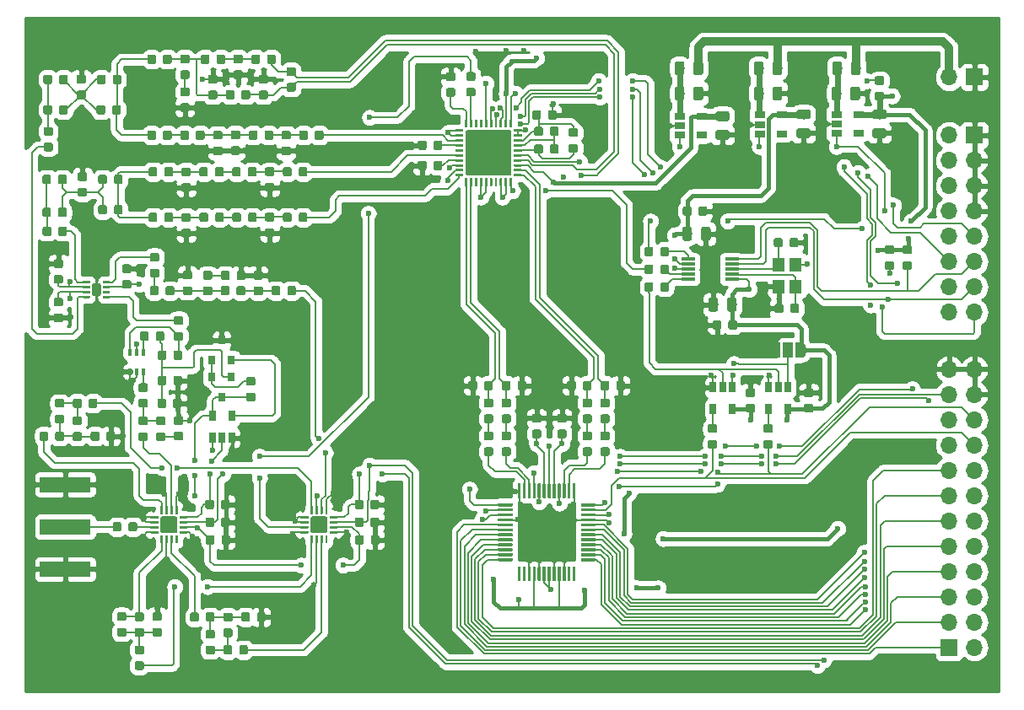
<source format=gtl>
G04 #@! TF.GenerationSoftware,KiCad,Pcbnew,5.1.0*
G04 #@! TF.CreationDate,2019-04-16T13:13:18+00:00*
G04 #@! TF.ProjectId,MSI001,4d534930-3031-42e6-9b69-6361645f7063,rev?*
G04 #@! TF.SameCoordinates,Original*
G04 #@! TF.FileFunction,Copper,L1,Top*
G04 #@! TF.FilePolarity,Positive*
%FSLAX46Y46*%
G04 Gerber Fmt 4.6, Leading zero omitted, Abs format (unit mm)*
G04 Created by KiCad (PCBNEW 5.1.0) date 2019-04-16 13:13:18*
%MOMM*%
%LPD*%
G04 APERTURE LIST*
%ADD10R,0.400000X0.650000*%
%ADD11C,0.100000*%
%ADD12C,0.250000*%
%ADD13C,1.700000*%
%ADD14C,0.875000*%
%ADD15C,0.975000*%
%ADD16R,1.700000X1.700000*%
%ADD17O,1.700000X1.700000*%
%ADD18R,5.080000X1.500000*%
%ADD19R,0.800000X0.900000*%
%ADD20R,0.650000X1.060000*%
%ADD21C,0.300000*%
%ADD22C,0.900000*%
%ADD23C,4.600000*%
%ADD24C,0.500000*%
%ADD25R,1.400000X0.300000*%
%ADD26R,1.060000X0.650000*%
%ADD27R,1.200000X1.400000*%
%ADD28R,1.000000X1.500000*%
%ADD29C,0.600000*%
%ADD30C,0.203200*%
%ADD31C,0.406400*%
%ADD32C,0.609600*%
%ADD33C,0.200000*%
%ADD34C,0.812800*%
%ADD35C,0.254000*%
G04 APERTURE END LIST*
D10*
X113146000Y-104295000D03*
X114446000Y-104295000D03*
X113796000Y-106195000D03*
X113796000Y-104295000D03*
X114446000Y-106195000D03*
X113146000Y-106195000D03*
D11*
G36*
X117870126Y-122616301D02*
G01*
X117876193Y-122617201D01*
X117882143Y-122618691D01*
X117887918Y-122620758D01*
X117893462Y-122623380D01*
X117898723Y-122626533D01*
X117903650Y-122630187D01*
X117908194Y-122634306D01*
X117912313Y-122638850D01*
X117915967Y-122643777D01*
X117919120Y-122649038D01*
X117921742Y-122654582D01*
X117923809Y-122660357D01*
X117925299Y-122666307D01*
X117926199Y-122672374D01*
X117926500Y-122678500D01*
X117926500Y-123378500D01*
X117926199Y-123384626D01*
X117925299Y-123390693D01*
X117923809Y-123396643D01*
X117921742Y-123402418D01*
X117919120Y-123407962D01*
X117915967Y-123413223D01*
X117912313Y-123418150D01*
X117908194Y-123422694D01*
X117903650Y-123426813D01*
X117898723Y-123430467D01*
X117893462Y-123433620D01*
X117887918Y-123436242D01*
X117882143Y-123438309D01*
X117876193Y-123439799D01*
X117870126Y-123440699D01*
X117864000Y-123441000D01*
X117739000Y-123441000D01*
X117732874Y-123440699D01*
X117726807Y-123439799D01*
X117720857Y-123438309D01*
X117715082Y-123436242D01*
X117709538Y-123433620D01*
X117704277Y-123430467D01*
X117699350Y-123426813D01*
X117694806Y-123422694D01*
X117690687Y-123418150D01*
X117687033Y-123413223D01*
X117683880Y-123407962D01*
X117681258Y-123402418D01*
X117679191Y-123396643D01*
X117677701Y-123390693D01*
X117676801Y-123384626D01*
X117676500Y-123378500D01*
X117676500Y-122678500D01*
X117676801Y-122672374D01*
X117677701Y-122666307D01*
X117679191Y-122660357D01*
X117681258Y-122654582D01*
X117683880Y-122649038D01*
X117687033Y-122643777D01*
X117690687Y-122638850D01*
X117694806Y-122634306D01*
X117699350Y-122630187D01*
X117704277Y-122626533D01*
X117709538Y-122623380D01*
X117715082Y-122620758D01*
X117720857Y-122618691D01*
X117726807Y-122617201D01*
X117732874Y-122616301D01*
X117739000Y-122616000D01*
X117864000Y-122616000D01*
X117870126Y-122616301D01*
X117870126Y-122616301D01*
G37*
D12*
X117801500Y-123028500D03*
D11*
G36*
X117370126Y-122616301D02*
G01*
X117376193Y-122617201D01*
X117382143Y-122618691D01*
X117387918Y-122620758D01*
X117393462Y-122623380D01*
X117398723Y-122626533D01*
X117403650Y-122630187D01*
X117408194Y-122634306D01*
X117412313Y-122638850D01*
X117415967Y-122643777D01*
X117419120Y-122649038D01*
X117421742Y-122654582D01*
X117423809Y-122660357D01*
X117425299Y-122666307D01*
X117426199Y-122672374D01*
X117426500Y-122678500D01*
X117426500Y-123378500D01*
X117426199Y-123384626D01*
X117425299Y-123390693D01*
X117423809Y-123396643D01*
X117421742Y-123402418D01*
X117419120Y-123407962D01*
X117415967Y-123413223D01*
X117412313Y-123418150D01*
X117408194Y-123422694D01*
X117403650Y-123426813D01*
X117398723Y-123430467D01*
X117393462Y-123433620D01*
X117387918Y-123436242D01*
X117382143Y-123438309D01*
X117376193Y-123439799D01*
X117370126Y-123440699D01*
X117364000Y-123441000D01*
X117239000Y-123441000D01*
X117232874Y-123440699D01*
X117226807Y-123439799D01*
X117220857Y-123438309D01*
X117215082Y-123436242D01*
X117209538Y-123433620D01*
X117204277Y-123430467D01*
X117199350Y-123426813D01*
X117194806Y-123422694D01*
X117190687Y-123418150D01*
X117187033Y-123413223D01*
X117183880Y-123407962D01*
X117181258Y-123402418D01*
X117179191Y-123396643D01*
X117177701Y-123390693D01*
X117176801Y-123384626D01*
X117176500Y-123378500D01*
X117176500Y-122678500D01*
X117176801Y-122672374D01*
X117177701Y-122666307D01*
X117179191Y-122660357D01*
X117181258Y-122654582D01*
X117183880Y-122649038D01*
X117187033Y-122643777D01*
X117190687Y-122638850D01*
X117194806Y-122634306D01*
X117199350Y-122630187D01*
X117204277Y-122626533D01*
X117209538Y-122623380D01*
X117215082Y-122620758D01*
X117220857Y-122618691D01*
X117226807Y-122617201D01*
X117232874Y-122616301D01*
X117239000Y-122616000D01*
X117364000Y-122616000D01*
X117370126Y-122616301D01*
X117370126Y-122616301D01*
G37*
D12*
X117301500Y-123028500D03*
D11*
G36*
X116870126Y-122616301D02*
G01*
X116876193Y-122617201D01*
X116882143Y-122618691D01*
X116887918Y-122620758D01*
X116893462Y-122623380D01*
X116898723Y-122626533D01*
X116903650Y-122630187D01*
X116908194Y-122634306D01*
X116912313Y-122638850D01*
X116915967Y-122643777D01*
X116919120Y-122649038D01*
X116921742Y-122654582D01*
X116923809Y-122660357D01*
X116925299Y-122666307D01*
X116926199Y-122672374D01*
X116926500Y-122678500D01*
X116926500Y-123378500D01*
X116926199Y-123384626D01*
X116925299Y-123390693D01*
X116923809Y-123396643D01*
X116921742Y-123402418D01*
X116919120Y-123407962D01*
X116915967Y-123413223D01*
X116912313Y-123418150D01*
X116908194Y-123422694D01*
X116903650Y-123426813D01*
X116898723Y-123430467D01*
X116893462Y-123433620D01*
X116887918Y-123436242D01*
X116882143Y-123438309D01*
X116876193Y-123439799D01*
X116870126Y-123440699D01*
X116864000Y-123441000D01*
X116739000Y-123441000D01*
X116732874Y-123440699D01*
X116726807Y-123439799D01*
X116720857Y-123438309D01*
X116715082Y-123436242D01*
X116709538Y-123433620D01*
X116704277Y-123430467D01*
X116699350Y-123426813D01*
X116694806Y-123422694D01*
X116690687Y-123418150D01*
X116687033Y-123413223D01*
X116683880Y-123407962D01*
X116681258Y-123402418D01*
X116679191Y-123396643D01*
X116677701Y-123390693D01*
X116676801Y-123384626D01*
X116676500Y-123378500D01*
X116676500Y-122678500D01*
X116676801Y-122672374D01*
X116677701Y-122666307D01*
X116679191Y-122660357D01*
X116681258Y-122654582D01*
X116683880Y-122649038D01*
X116687033Y-122643777D01*
X116690687Y-122638850D01*
X116694806Y-122634306D01*
X116699350Y-122630187D01*
X116704277Y-122626533D01*
X116709538Y-122623380D01*
X116715082Y-122620758D01*
X116720857Y-122618691D01*
X116726807Y-122617201D01*
X116732874Y-122616301D01*
X116739000Y-122616000D01*
X116864000Y-122616000D01*
X116870126Y-122616301D01*
X116870126Y-122616301D01*
G37*
D12*
X116801500Y-123028500D03*
D11*
G36*
X116370126Y-122616301D02*
G01*
X116376193Y-122617201D01*
X116382143Y-122618691D01*
X116387918Y-122620758D01*
X116393462Y-122623380D01*
X116398723Y-122626533D01*
X116403650Y-122630187D01*
X116408194Y-122634306D01*
X116412313Y-122638850D01*
X116415967Y-122643777D01*
X116419120Y-122649038D01*
X116421742Y-122654582D01*
X116423809Y-122660357D01*
X116425299Y-122666307D01*
X116426199Y-122672374D01*
X116426500Y-122678500D01*
X116426500Y-123378500D01*
X116426199Y-123384626D01*
X116425299Y-123390693D01*
X116423809Y-123396643D01*
X116421742Y-123402418D01*
X116419120Y-123407962D01*
X116415967Y-123413223D01*
X116412313Y-123418150D01*
X116408194Y-123422694D01*
X116403650Y-123426813D01*
X116398723Y-123430467D01*
X116393462Y-123433620D01*
X116387918Y-123436242D01*
X116382143Y-123438309D01*
X116376193Y-123439799D01*
X116370126Y-123440699D01*
X116364000Y-123441000D01*
X116239000Y-123441000D01*
X116232874Y-123440699D01*
X116226807Y-123439799D01*
X116220857Y-123438309D01*
X116215082Y-123436242D01*
X116209538Y-123433620D01*
X116204277Y-123430467D01*
X116199350Y-123426813D01*
X116194806Y-123422694D01*
X116190687Y-123418150D01*
X116187033Y-123413223D01*
X116183880Y-123407962D01*
X116181258Y-123402418D01*
X116179191Y-123396643D01*
X116177701Y-123390693D01*
X116176801Y-123384626D01*
X116176500Y-123378500D01*
X116176500Y-122678500D01*
X116176801Y-122672374D01*
X116177701Y-122666307D01*
X116179191Y-122660357D01*
X116181258Y-122654582D01*
X116183880Y-122649038D01*
X116187033Y-122643777D01*
X116190687Y-122638850D01*
X116194806Y-122634306D01*
X116199350Y-122630187D01*
X116204277Y-122626533D01*
X116209538Y-122623380D01*
X116215082Y-122620758D01*
X116220857Y-122618691D01*
X116226807Y-122617201D01*
X116232874Y-122616301D01*
X116239000Y-122616000D01*
X116364000Y-122616000D01*
X116370126Y-122616301D01*
X116370126Y-122616301D01*
G37*
D12*
X116301500Y-123028500D03*
D11*
G36*
X115945126Y-122191301D02*
G01*
X115951193Y-122192201D01*
X115957143Y-122193691D01*
X115962918Y-122195758D01*
X115968462Y-122198380D01*
X115973723Y-122201533D01*
X115978650Y-122205187D01*
X115983194Y-122209306D01*
X115987313Y-122213850D01*
X115990967Y-122218777D01*
X115994120Y-122224038D01*
X115996742Y-122229582D01*
X115998809Y-122235357D01*
X116000299Y-122241307D01*
X116001199Y-122247374D01*
X116001500Y-122253500D01*
X116001500Y-122378500D01*
X116001199Y-122384626D01*
X116000299Y-122390693D01*
X115998809Y-122396643D01*
X115996742Y-122402418D01*
X115994120Y-122407962D01*
X115990967Y-122413223D01*
X115987313Y-122418150D01*
X115983194Y-122422694D01*
X115978650Y-122426813D01*
X115973723Y-122430467D01*
X115968462Y-122433620D01*
X115962918Y-122436242D01*
X115957143Y-122438309D01*
X115951193Y-122439799D01*
X115945126Y-122440699D01*
X115939000Y-122441000D01*
X115239000Y-122441000D01*
X115232874Y-122440699D01*
X115226807Y-122439799D01*
X115220857Y-122438309D01*
X115215082Y-122436242D01*
X115209538Y-122433620D01*
X115204277Y-122430467D01*
X115199350Y-122426813D01*
X115194806Y-122422694D01*
X115190687Y-122418150D01*
X115187033Y-122413223D01*
X115183880Y-122407962D01*
X115181258Y-122402418D01*
X115179191Y-122396643D01*
X115177701Y-122390693D01*
X115176801Y-122384626D01*
X115176500Y-122378500D01*
X115176500Y-122253500D01*
X115176801Y-122247374D01*
X115177701Y-122241307D01*
X115179191Y-122235357D01*
X115181258Y-122229582D01*
X115183880Y-122224038D01*
X115187033Y-122218777D01*
X115190687Y-122213850D01*
X115194806Y-122209306D01*
X115199350Y-122205187D01*
X115204277Y-122201533D01*
X115209538Y-122198380D01*
X115215082Y-122195758D01*
X115220857Y-122193691D01*
X115226807Y-122192201D01*
X115232874Y-122191301D01*
X115239000Y-122191000D01*
X115939000Y-122191000D01*
X115945126Y-122191301D01*
X115945126Y-122191301D01*
G37*
D12*
X115589000Y-122316000D03*
D11*
G36*
X115945126Y-121691301D02*
G01*
X115951193Y-121692201D01*
X115957143Y-121693691D01*
X115962918Y-121695758D01*
X115968462Y-121698380D01*
X115973723Y-121701533D01*
X115978650Y-121705187D01*
X115983194Y-121709306D01*
X115987313Y-121713850D01*
X115990967Y-121718777D01*
X115994120Y-121724038D01*
X115996742Y-121729582D01*
X115998809Y-121735357D01*
X116000299Y-121741307D01*
X116001199Y-121747374D01*
X116001500Y-121753500D01*
X116001500Y-121878500D01*
X116001199Y-121884626D01*
X116000299Y-121890693D01*
X115998809Y-121896643D01*
X115996742Y-121902418D01*
X115994120Y-121907962D01*
X115990967Y-121913223D01*
X115987313Y-121918150D01*
X115983194Y-121922694D01*
X115978650Y-121926813D01*
X115973723Y-121930467D01*
X115968462Y-121933620D01*
X115962918Y-121936242D01*
X115957143Y-121938309D01*
X115951193Y-121939799D01*
X115945126Y-121940699D01*
X115939000Y-121941000D01*
X115239000Y-121941000D01*
X115232874Y-121940699D01*
X115226807Y-121939799D01*
X115220857Y-121938309D01*
X115215082Y-121936242D01*
X115209538Y-121933620D01*
X115204277Y-121930467D01*
X115199350Y-121926813D01*
X115194806Y-121922694D01*
X115190687Y-121918150D01*
X115187033Y-121913223D01*
X115183880Y-121907962D01*
X115181258Y-121902418D01*
X115179191Y-121896643D01*
X115177701Y-121890693D01*
X115176801Y-121884626D01*
X115176500Y-121878500D01*
X115176500Y-121753500D01*
X115176801Y-121747374D01*
X115177701Y-121741307D01*
X115179191Y-121735357D01*
X115181258Y-121729582D01*
X115183880Y-121724038D01*
X115187033Y-121718777D01*
X115190687Y-121713850D01*
X115194806Y-121709306D01*
X115199350Y-121705187D01*
X115204277Y-121701533D01*
X115209538Y-121698380D01*
X115215082Y-121695758D01*
X115220857Y-121693691D01*
X115226807Y-121692201D01*
X115232874Y-121691301D01*
X115239000Y-121691000D01*
X115939000Y-121691000D01*
X115945126Y-121691301D01*
X115945126Y-121691301D01*
G37*
D12*
X115589000Y-121816000D03*
D11*
G36*
X115945126Y-121191301D02*
G01*
X115951193Y-121192201D01*
X115957143Y-121193691D01*
X115962918Y-121195758D01*
X115968462Y-121198380D01*
X115973723Y-121201533D01*
X115978650Y-121205187D01*
X115983194Y-121209306D01*
X115987313Y-121213850D01*
X115990967Y-121218777D01*
X115994120Y-121224038D01*
X115996742Y-121229582D01*
X115998809Y-121235357D01*
X116000299Y-121241307D01*
X116001199Y-121247374D01*
X116001500Y-121253500D01*
X116001500Y-121378500D01*
X116001199Y-121384626D01*
X116000299Y-121390693D01*
X115998809Y-121396643D01*
X115996742Y-121402418D01*
X115994120Y-121407962D01*
X115990967Y-121413223D01*
X115987313Y-121418150D01*
X115983194Y-121422694D01*
X115978650Y-121426813D01*
X115973723Y-121430467D01*
X115968462Y-121433620D01*
X115962918Y-121436242D01*
X115957143Y-121438309D01*
X115951193Y-121439799D01*
X115945126Y-121440699D01*
X115939000Y-121441000D01*
X115239000Y-121441000D01*
X115232874Y-121440699D01*
X115226807Y-121439799D01*
X115220857Y-121438309D01*
X115215082Y-121436242D01*
X115209538Y-121433620D01*
X115204277Y-121430467D01*
X115199350Y-121426813D01*
X115194806Y-121422694D01*
X115190687Y-121418150D01*
X115187033Y-121413223D01*
X115183880Y-121407962D01*
X115181258Y-121402418D01*
X115179191Y-121396643D01*
X115177701Y-121390693D01*
X115176801Y-121384626D01*
X115176500Y-121378500D01*
X115176500Y-121253500D01*
X115176801Y-121247374D01*
X115177701Y-121241307D01*
X115179191Y-121235357D01*
X115181258Y-121229582D01*
X115183880Y-121224038D01*
X115187033Y-121218777D01*
X115190687Y-121213850D01*
X115194806Y-121209306D01*
X115199350Y-121205187D01*
X115204277Y-121201533D01*
X115209538Y-121198380D01*
X115215082Y-121195758D01*
X115220857Y-121193691D01*
X115226807Y-121192201D01*
X115232874Y-121191301D01*
X115239000Y-121191000D01*
X115939000Y-121191000D01*
X115945126Y-121191301D01*
X115945126Y-121191301D01*
G37*
D12*
X115589000Y-121316000D03*
D11*
G36*
X115945126Y-120691301D02*
G01*
X115951193Y-120692201D01*
X115957143Y-120693691D01*
X115962918Y-120695758D01*
X115968462Y-120698380D01*
X115973723Y-120701533D01*
X115978650Y-120705187D01*
X115983194Y-120709306D01*
X115987313Y-120713850D01*
X115990967Y-120718777D01*
X115994120Y-120724038D01*
X115996742Y-120729582D01*
X115998809Y-120735357D01*
X116000299Y-120741307D01*
X116001199Y-120747374D01*
X116001500Y-120753500D01*
X116001500Y-120878500D01*
X116001199Y-120884626D01*
X116000299Y-120890693D01*
X115998809Y-120896643D01*
X115996742Y-120902418D01*
X115994120Y-120907962D01*
X115990967Y-120913223D01*
X115987313Y-120918150D01*
X115983194Y-120922694D01*
X115978650Y-120926813D01*
X115973723Y-120930467D01*
X115968462Y-120933620D01*
X115962918Y-120936242D01*
X115957143Y-120938309D01*
X115951193Y-120939799D01*
X115945126Y-120940699D01*
X115939000Y-120941000D01*
X115239000Y-120941000D01*
X115232874Y-120940699D01*
X115226807Y-120939799D01*
X115220857Y-120938309D01*
X115215082Y-120936242D01*
X115209538Y-120933620D01*
X115204277Y-120930467D01*
X115199350Y-120926813D01*
X115194806Y-120922694D01*
X115190687Y-120918150D01*
X115187033Y-120913223D01*
X115183880Y-120907962D01*
X115181258Y-120902418D01*
X115179191Y-120896643D01*
X115177701Y-120890693D01*
X115176801Y-120884626D01*
X115176500Y-120878500D01*
X115176500Y-120753500D01*
X115176801Y-120747374D01*
X115177701Y-120741307D01*
X115179191Y-120735357D01*
X115181258Y-120729582D01*
X115183880Y-120724038D01*
X115187033Y-120718777D01*
X115190687Y-120713850D01*
X115194806Y-120709306D01*
X115199350Y-120705187D01*
X115204277Y-120701533D01*
X115209538Y-120698380D01*
X115215082Y-120695758D01*
X115220857Y-120693691D01*
X115226807Y-120692201D01*
X115232874Y-120691301D01*
X115239000Y-120691000D01*
X115939000Y-120691000D01*
X115945126Y-120691301D01*
X115945126Y-120691301D01*
G37*
D12*
X115589000Y-120816000D03*
D11*
G36*
X116370126Y-119691301D02*
G01*
X116376193Y-119692201D01*
X116382143Y-119693691D01*
X116387918Y-119695758D01*
X116393462Y-119698380D01*
X116398723Y-119701533D01*
X116403650Y-119705187D01*
X116408194Y-119709306D01*
X116412313Y-119713850D01*
X116415967Y-119718777D01*
X116419120Y-119724038D01*
X116421742Y-119729582D01*
X116423809Y-119735357D01*
X116425299Y-119741307D01*
X116426199Y-119747374D01*
X116426500Y-119753500D01*
X116426500Y-120453500D01*
X116426199Y-120459626D01*
X116425299Y-120465693D01*
X116423809Y-120471643D01*
X116421742Y-120477418D01*
X116419120Y-120482962D01*
X116415967Y-120488223D01*
X116412313Y-120493150D01*
X116408194Y-120497694D01*
X116403650Y-120501813D01*
X116398723Y-120505467D01*
X116393462Y-120508620D01*
X116387918Y-120511242D01*
X116382143Y-120513309D01*
X116376193Y-120514799D01*
X116370126Y-120515699D01*
X116364000Y-120516000D01*
X116239000Y-120516000D01*
X116232874Y-120515699D01*
X116226807Y-120514799D01*
X116220857Y-120513309D01*
X116215082Y-120511242D01*
X116209538Y-120508620D01*
X116204277Y-120505467D01*
X116199350Y-120501813D01*
X116194806Y-120497694D01*
X116190687Y-120493150D01*
X116187033Y-120488223D01*
X116183880Y-120482962D01*
X116181258Y-120477418D01*
X116179191Y-120471643D01*
X116177701Y-120465693D01*
X116176801Y-120459626D01*
X116176500Y-120453500D01*
X116176500Y-119753500D01*
X116176801Y-119747374D01*
X116177701Y-119741307D01*
X116179191Y-119735357D01*
X116181258Y-119729582D01*
X116183880Y-119724038D01*
X116187033Y-119718777D01*
X116190687Y-119713850D01*
X116194806Y-119709306D01*
X116199350Y-119705187D01*
X116204277Y-119701533D01*
X116209538Y-119698380D01*
X116215082Y-119695758D01*
X116220857Y-119693691D01*
X116226807Y-119692201D01*
X116232874Y-119691301D01*
X116239000Y-119691000D01*
X116364000Y-119691000D01*
X116370126Y-119691301D01*
X116370126Y-119691301D01*
G37*
D12*
X116301500Y-120103500D03*
D11*
G36*
X116870126Y-119691301D02*
G01*
X116876193Y-119692201D01*
X116882143Y-119693691D01*
X116887918Y-119695758D01*
X116893462Y-119698380D01*
X116898723Y-119701533D01*
X116903650Y-119705187D01*
X116908194Y-119709306D01*
X116912313Y-119713850D01*
X116915967Y-119718777D01*
X116919120Y-119724038D01*
X116921742Y-119729582D01*
X116923809Y-119735357D01*
X116925299Y-119741307D01*
X116926199Y-119747374D01*
X116926500Y-119753500D01*
X116926500Y-120453500D01*
X116926199Y-120459626D01*
X116925299Y-120465693D01*
X116923809Y-120471643D01*
X116921742Y-120477418D01*
X116919120Y-120482962D01*
X116915967Y-120488223D01*
X116912313Y-120493150D01*
X116908194Y-120497694D01*
X116903650Y-120501813D01*
X116898723Y-120505467D01*
X116893462Y-120508620D01*
X116887918Y-120511242D01*
X116882143Y-120513309D01*
X116876193Y-120514799D01*
X116870126Y-120515699D01*
X116864000Y-120516000D01*
X116739000Y-120516000D01*
X116732874Y-120515699D01*
X116726807Y-120514799D01*
X116720857Y-120513309D01*
X116715082Y-120511242D01*
X116709538Y-120508620D01*
X116704277Y-120505467D01*
X116699350Y-120501813D01*
X116694806Y-120497694D01*
X116690687Y-120493150D01*
X116687033Y-120488223D01*
X116683880Y-120482962D01*
X116681258Y-120477418D01*
X116679191Y-120471643D01*
X116677701Y-120465693D01*
X116676801Y-120459626D01*
X116676500Y-120453500D01*
X116676500Y-119753500D01*
X116676801Y-119747374D01*
X116677701Y-119741307D01*
X116679191Y-119735357D01*
X116681258Y-119729582D01*
X116683880Y-119724038D01*
X116687033Y-119718777D01*
X116690687Y-119713850D01*
X116694806Y-119709306D01*
X116699350Y-119705187D01*
X116704277Y-119701533D01*
X116709538Y-119698380D01*
X116715082Y-119695758D01*
X116720857Y-119693691D01*
X116726807Y-119692201D01*
X116732874Y-119691301D01*
X116739000Y-119691000D01*
X116864000Y-119691000D01*
X116870126Y-119691301D01*
X116870126Y-119691301D01*
G37*
D12*
X116801500Y-120103500D03*
D11*
G36*
X117370126Y-119691301D02*
G01*
X117376193Y-119692201D01*
X117382143Y-119693691D01*
X117387918Y-119695758D01*
X117393462Y-119698380D01*
X117398723Y-119701533D01*
X117403650Y-119705187D01*
X117408194Y-119709306D01*
X117412313Y-119713850D01*
X117415967Y-119718777D01*
X117419120Y-119724038D01*
X117421742Y-119729582D01*
X117423809Y-119735357D01*
X117425299Y-119741307D01*
X117426199Y-119747374D01*
X117426500Y-119753500D01*
X117426500Y-120453500D01*
X117426199Y-120459626D01*
X117425299Y-120465693D01*
X117423809Y-120471643D01*
X117421742Y-120477418D01*
X117419120Y-120482962D01*
X117415967Y-120488223D01*
X117412313Y-120493150D01*
X117408194Y-120497694D01*
X117403650Y-120501813D01*
X117398723Y-120505467D01*
X117393462Y-120508620D01*
X117387918Y-120511242D01*
X117382143Y-120513309D01*
X117376193Y-120514799D01*
X117370126Y-120515699D01*
X117364000Y-120516000D01*
X117239000Y-120516000D01*
X117232874Y-120515699D01*
X117226807Y-120514799D01*
X117220857Y-120513309D01*
X117215082Y-120511242D01*
X117209538Y-120508620D01*
X117204277Y-120505467D01*
X117199350Y-120501813D01*
X117194806Y-120497694D01*
X117190687Y-120493150D01*
X117187033Y-120488223D01*
X117183880Y-120482962D01*
X117181258Y-120477418D01*
X117179191Y-120471643D01*
X117177701Y-120465693D01*
X117176801Y-120459626D01*
X117176500Y-120453500D01*
X117176500Y-119753500D01*
X117176801Y-119747374D01*
X117177701Y-119741307D01*
X117179191Y-119735357D01*
X117181258Y-119729582D01*
X117183880Y-119724038D01*
X117187033Y-119718777D01*
X117190687Y-119713850D01*
X117194806Y-119709306D01*
X117199350Y-119705187D01*
X117204277Y-119701533D01*
X117209538Y-119698380D01*
X117215082Y-119695758D01*
X117220857Y-119693691D01*
X117226807Y-119692201D01*
X117232874Y-119691301D01*
X117239000Y-119691000D01*
X117364000Y-119691000D01*
X117370126Y-119691301D01*
X117370126Y-119691301D01*
G37*
D12*
X117301500Y-120103500D03*
D11*
G36*
X117870126Y-119691301D02*
G01*
X117876193Y-119692201D01*
X117882143Y-119693691D01*
X117887918Y-119695758D01*
X117893462Y-119698380D01*
X117898723Y-119701533D01*
X117903650Y-119705187D01*
X117908194Y-119709306D01*
X117912313Y-119713850D01*
X117915967Y-119718777D01*
X117919120Y-119724038D01*
X117921742Y-119729582D01*
X117923809Y-119735357D01*
X117925299Y-119741307D01*
X117926199Y-119747374D01*
X117926500Y-119753500D01*
X117926500Y-120453500D01*
X117926199Y-120459626D01*
X117925299Y-120465693D01*
X117923809Y-120471643D01*
X117921742Y-120477418D01*
X117919120Y-120482962D01*
X117915967Y-120488223D01*
X117912313Y-120493150D01*
X117908194Y-120497694D01*
X117903650Y-120501813D01*
X117898723Y-120505467D01*
X117893462Y-120508620D01*
X117887918Y-120511242D01*
X117882143Y-120513309D01*
X117876193Y-120514799D01*
X117870126Y-120515699D01*
X117864000Y-120516000D01*
X117739000Y-120516000D01*
X117732874Y-120515699D01*
X117726807Y-120514799D01*
X117720857Y-120513309D01*
X117715082Y-120511242D01*
X117709538Y-120508620D01*
X117704277Y-120505467D01*
X117699350Y-120501813D01*
X117694806Y-120497694D01*
X117690687Y-120493150D01*
X117687033Y-120488223D01*
X117683880Y-120482962D01*
X117681258Y-120477418D01*
X117679191Y-120471643D01*
X117677701Y-120465693D01*
X117676801Y-120459626D01*
X117676500Y-120453500D01*
X117676500Y-119753500D01*
X117676801Y-119747374D01*
X117677701Y-119741307D01*
X117679191Y-119735357D01*
X117681258Y-119729582D01*
X117683880Y-119724038D01*
X117687033Y-119718777D01*
X117690687Y-119713850D01*
X117694806Y-119709306D01*
X117699350Y-119705187D01*
X117704277Y-119701533D01*
X117709538Y-119698380D01*
X117715082Y-119695758D01*
X117720857Y-119693691D01*
X117726807Y-119692201D01*
X117732874Y-119691301D01*
X117739000Y-119691000D01*
X117864000Y-119691000D01*
X117870126Y-119691301D01*
X117870126Y-119691301D01*
G37*
D12*
X117801500Y-120103500D03*
D11*
G36*
X118870126Y-120691301D02*
G01*
X118876193Y-120692201D01*
X118882143Y-120693691D01*
X118887918Y-120695758D01*
X118893462Y-120698380D01*
X118898723Y-120701533D01*
X118903650Y-120705187D01*
X118908194Y-120709306D01*
X118912313Y-120713850D01*
X118915967Y-120718777D01*
X118919120Y-120724038D01*
X118921742Y-120729582D01*
X118923809Y-120735357D01*
X118925299Y-120741307D01*
X118926199Y-120747374D01*
X118926500Y-120753500D01*
X118926500Y-120878500D01*
X118926199Y-120884626D01*
X118925299Y-120890693D01*
X118923809Y-120896643D01*
X118921742Y-120902418D01*
X118919120Y-120907962D01*
X118915967Y-120913223D01*
X118912313Y-120918150D01*
X118908194Y-120922694D01*
X118903650Y-120926813D01*
X118898723Y-120930467D01*
X118893462Y-120933620D01*
X118887918Y-120936242D01*
X118882143Y-120938309D01*
X118876193Y-120939799D01*
X118870126Y-120940699D01*
X118864000Y-120941000D01*
X118164000Y-120941000D01*
X118157874Y-120940699D01*
X118151807Y-120939799D01*
X118145857Y-120938309D01*
X118140082Y-120936242D01*
X118134538Y-120933620D01*
X118129277Y-120930467D01*
X118124350Y-120926813D01*
X118119806Y-120922694D01*
X118115687Y-120918150D01*
X118112033Y-120913223D01*
X118108880Y-120907962D01*
X118106258Y-120902418D01*
X118104191Y-120896643D01*
X118102701Y-120890693D01*
X118101801Y-120884626D01*
X118101500Y-120878500D01*
X118101500Y-120753500D01*
X118101801Y-120747374D01*
X118102701Y-120741307D01*
X118104191Y-120735357D01*
X118106258Y-120729582D01*
X118108880Y-120724038D01*
X118112033Y-120718777D01*
X118115687Y-120713850D01*
X118119806Y-120709306D01*
X118124350Y-120705187D01*
X118129277Y-120701533D01*
X118134538Y-120698380D01*
X118140082Y-120695758D01*
X118145857Y-120693691D01*
X118151807Y-120692201D01*
X118157874Y-120691301D01*
X118164000Y-120691000D01*
X118864000Y-120691000D01*
X118870126Y-120691301D01*
X118870126Y-120691301D01*
G37*
D12*
X118514000Y-120816000D03*
D11*
G36*
X118870126Y-121191301D02*
G01*
X118876193Y-121192201D01*
X118882143Y-121193691D01*
X118887918Y-121195758D01*
X118893462Y-121198380D01*
X118898723Y-121201533D01*
X118903650Y-121205187D01*
X118908194Y-121209306D01*
X118912313Y-121213850D01*
X118915967Y-121218777D01*
X118919120Y-121224038D01*
X118921742Y-121229582D01*
X118923809Y-121235357D01*
X118925299Y-121241307D01*
X118926199Y-121247374D01*
X118926500Y-121253500D01*
X118926500Y-121378500D01*
X118926199Y-121384626D01*
X118925299Y-121390693D01*
X118923809Y-121396643D01*
X118921742Y-121402418D01*
X118919120Y-121407962D01*
X118915967Y-121413223D01*
X118912313Y-121418150D01*
X118908194Y-121422694D01*
X118903650Y-121426813D01*
X118898723Y-121430467D01*
X118893462Y-121433620D01*
X118887918Y-121436242D01*
X118882143Y-121438309D01*
X118876193Y-121439799D01*
X118870126Y-121440699D01*
X118864000Y-121441000D01*
X118164000Y-121441000D01*
X118157874Y-121440699D01*
X118151807Y-121439799D01*
X118145857Y-121438309D01*
X118140082Y-121436242D01*
X118134538Y-121433620D01*
X118129277Y-121430467D01*
X118124350Y-121426813D01*
X118119806Y-121422694D01*
X118115687Y-121418150D01*
X118112033Y-121413223D01*
X118108880Y-121407962D01*
X118106258Y-121402418D01*
X118104191Y-121396643D01*
X118102701Y-121390693D01*
X118101801Y-121384626D01*
X118101500Y-121378500D01*
X118101500Y-121253500D01*
X118101801Y-121247374D01*
X118102701Y-121241307D01*
X118104191Y-121235357D01*
X118106258Y-121229582D01*
X118108880Y-121224038D01*
X118112033Y-121218777D01*
X118115687Y-121213850D01*
X118119806Y-121209306D01*
X118124350Y-121205187D01*
X118129277Y-121201533D01*
X118134538Y-121198380D01*
X118140082Y-121195758D01*
X118145857Y-121193691D01*
X118151807Y-121192201D01*
X118157874Y-121191301D01*
X118164000Y-121191000D01*
X118864000Y-121191000D01*
X118870126Y-121191301D01*
X118870126Y-121191301D01*
G37*
D12*
X118514000Y-121316000D03*
D11*
G36*
X118870126Y-121691301D02*
G01*
X118876193Y-121692201D01*
X118882143Y-121693691D01*
X118887918Y-121695758D01*
X118893462Y-121698380D01*
X118898723Y-121701533D01*
X118903650Y-121705187D01*
X118908194Y-121709306D01*
X118912313Y-121713850D01*
X118915967Y-121718777D01*
X118919120Y-121724038D01*
X118921742Y-121729582D01*
X118923809Y-121735357D01*
X118925299Y-121741307D01*
X118926199Y-121747374D01*
X118926500Y-121753500D01*
X118926500Y-121878500D01*
X118926199Y-121884626D01*
X118925299Y-121890693D01*
X118923809Y-121896643D01*
X118921742Y-121902418D01*
X118919120Y-121907962D01*
X118915967Y-121913223D01*
X118912313Y-121918150D01*
X118908194Y-121922694D01*
X118903650Y-121926813D01*
X118898723Y-121930467D01*
X118893462Y-121933620D01*
X118887918Y-121936242D01*
X118882143Y-121938309D01*
X118876193Y-121939799D01*
X118870126Y-121940699D01*
X118864000Y-121941000D01*
X118164000Y-121941000D01*
X118157874Y-121940699D01*
X118151807Y-121939799D01*
X118145857Y-121938309D01*
X118140082Y-121936242D01*
X118134538Y-121933620D01*
X118129277Y-121930467D01*
X118124350Y-121926813D01*
X118119806Y-121922694D01*
X118115687Y-121918150D01*
X118112033Y-121913223D01*
X118108880Y-121907962D01*
X118106258Y-121902418D01*
X118104191Y-121896643D01*
X118102701Y-121890693D01*
X118101801Y-121884626D01*
X118101500Y-121878500D01*
X118101500Y-121753500D01*
X118101801Y-121747374D01*
X118102701Y-121741307D01*
X118104191Y-121735357D01*
X118106258Y-121729582D01*
X118108880Y-121724038D01*
X118112033Y-121718777D01*
X118115687Y-121713850D01*
X118119806Y-121709306D01*
X118124350Y-121705187D01*
X118129277Y-121701533D01*
X118134538Y-121698380D01*
X118140082Y-121695758D01*
X118145857Y-121693691D01*
X118151807Y-121692201D01*
X118157874Y-121691301D01*
X118164000Y-121691000D01*
X118864000Y-121691000D01*
X118870126Y-121691301D01*
X118870126Y-121691301D01*
G37*
D12*
X118514000Y-121816000D03*
D11*
G36*
X118870126Y-122191301D02*
G01*
X118876193Y-122192201D01*
X118882143Y-122193691D01*
X118887918Y-122195758D01*
X118893462Y-122198380D01*
X118898723Y-122201533D01*
X118903650Y-122205187D01*
X118908194Y-122209306D01*
X118912313Y-122213850D01*
X118915967Y-122218777D01*
X118919120Y-122224038D01*
X118921742Y-122229582D01*
X118923809Y-122235357D01*
X118925299Y-122241307D01*
X118926199Y-122247374D01*
X118926500Y-122253500D01*
X118926500Y-122378500D01*
X118926199Y-122384626D01*
X118925299Y-122390693D01*
X118923809Y-122396643D01*
X118921742Y-122402418D01*
X118919120Y-122407962D01*
X118915967Y-122413223D01*
X118912313Y-122418150D01*
X118908194Y-122422694D01*
X118903650Y-122426813D01*
X118898723Y-122430467D01*
X118893462Y-122433620D01*
X118887918Y-122436242D01*
X118882143Y-122438309D01*
X118876193Y-122439799D01*
X118870126Y-122440699D01*
X118864000Y-122441000D01*
X118164000Y-122441000D01*
X118157874Y-122440699D01*
X118151807Y-122439799D01*
X118145857Y-122438309D01*
X118140082Y-122436242D01*
X118134538Y-122433620D01*
X118129277Y-122430467D01*
X118124350Y-122426813D01*
X118119806Y-122422694D01*
X118115687Y-122418150D01*
X118112033Y-122413223D01*
X118108880Y-122407962D01*
X118106258Y-122402418D01*
X118104191Y-122396643D01*
X118102701Y-122390693D01*
X118101801Y-122384626D01*
X118101500Y-122378500D01*
X118101500Y-122253500D01*
X118101801Y-122247374D01*
X118102701Y-122241307D01*
X118104191Y-122235357D01*
X118106258Y-122229582D01*
X118108880Y-122224038D01*
X118112033Y-122218777D01*
X118115687Y-122213850D01*
X118119806Y-122209306D01*
X118124350Y-122205187D01*
X118129277Y-122201533D01*
X118134538Y-122198380D01*
X118140082Y-122195758D01*
X118145857Y-122193691D01*
X118151807Y-122192201D01*
X118157874Y-122191301D01*
X118164000Y-122191000D01*
X118864000Y-122191000D01*
X118870126Y-122191301D01*
X118870126Y-122191301D01*
G37*
D12*
X118514000Y-122316000D03*
D11*
G36*
X117676094Y-120717203D02*
G01*
X117700353Y-120720802D01*
X117724142Y-120726761D01*
X117747233Y-120735023D01*
X117769402Y-120745508D01*
X117790437Y-120758116D01*
X117810135Y-120772725D01*
X117828306Y-120789194D01*
X117844775Y-120807365D01*
X117859384Y-120827063D01*
X117871992Y-120848098D01*
X117882477Y-120870267D01*
X117890739Y-120893358D01*
X117896698Y-120917147D01*
X117900297Y-120941406D01*
X117901500Y-120965900D01*
X117901500Y-122166100D01*
X117900297Y-122190594D01*
X117896698Y-122214853D01*
X117890739Y-122238642D01*
X117882477Y-122261733D01*
X117871992Y-122283902D01*
X117859384Y-122304937D01*
X117844775Y-122324635D01*
X117828306Y-122342806D01*
X117810135Y-122359275D01*
X117790437Y-122373884D01*
X117769402Y-122386492D01*
X117747233Y-122396977D01*
X117724142Y-122405239D01*
X117700353Y-122411198D01*
X117676094Y-122414797D01*
X117651600Y-122416000D01*
X116451400Y-122416000D01*
X116426906Y-122414797D01*
X116402647Y-122411198D01*
X116378858Y-122405239D01*
X116355767Y-122396977D01*
X116333598Y-122386492D01*
X116312563Y-122373884D01*
X116292865Y-122359275D01*
X116274694Y-122342806D01*
X116258225Y-122324635D01*
X116243616Y-122304937D01*
X116231008Y-122283902D01*
X116220523Y-122261733D01*
X116212261Y-122238642D01*
X116206302Y-122214853D01*
X116202703Y-122190594D01*
X116201500Y-122166100D01*
X116201500Y-120965900D01*
X116202703Y-120941406D01*
X116206302Y-120917147D01*
X116212261Y-120893358D01*
X116220523Y-120870267D01*
X116231008Y-120848098D01*
X116243616Y-120827063D01*
X116258225Y-120807365D01*
X116274694Y-120789194D01*
X116292865Y-120772725D01*
X116312563Y-120758116D01*
X116333598Y-120745508D01*
X116355767Y-120735023D01*
X116378858Y-120726761D01*
X116402647Y-120720802D01*
X116426906Y-120717203D01*
X116451400Y-120716000D01*
X117651600Y-120716000D01*
X117676094Y-120717203D01*
X117676094Y-120717203D01*
G37*
D13*
X117051500Y-121566000D03*
D11*
G36*
X175683691Y-107866553D02*
G01*
X175704926Y-107869703D01*
X175725750Y-107874919D01*
X175745962Y-107882151D01*
X175765368Y-107891330D01*
X175783781Y-107902366D01*
X175801024Y-107915154D01*
X175816930Y-107929570D01*
X175831346Y-107945476D01*
X175844134Y-107962719D01*
X175855170Y-107981132D01*
X175864349Y-108000538D01*
X175871581Y-108020750D01*
X175876797Y-108041574D01*
X175879947Y-108062809D01*
X175881000Y-108084250D01*
X175881000Y-108521750D01*
X175879947Y-108543191D01*
X175876797Y-108564426D01*
X175871581Y-108585250D01*
X175864349Y-108605462D01*
X175855170Y-108624868D01*
X175844134Y-108643281D01*
X175831346Y-108660524D01*
X175816930Y-108676430D01*
X175801024Y-108690846D01*
X175783781Y-108703634D01*
X175765368Y-108714670D01*
X175745962Y-108723849D01*
X175725750Y-108731081D01*
X175704926Y-108736297D01*
X175683691Y-108739447D01*
X175662250Y-108740500D01*
X175149750Y-108740500D01*
X175128309Y-108739447D01*
X175107074Y-108736297D01*
X175086250Y-108731081D01*
X175066038Y-108723849D01*
X175046632Y-108714670D01*
X175028219Y-108703634D01*
X175010976Y-108690846D01*
X174995070Y-108676430D01*
X174980654Y-108660524D01*
X174967866Y-108643281D01*
X174956830Y-108624868D01*
X174947651Y-108605462D01*
X174940419Y-108585250D01*
X174935203Y-108564426D01*
X174932053Y-108543191D01*
X174931000Y-108521750D01*
X174931000Y-108084250D01*
X174932053Y-108062809D01*
X174935203Y-108041574D01*
X174940419Y-108020750D01*
X174947651Y-108000538D01*
X174956830Y-107981132D01*
X174967866Y-107962719D01*
X174980654Y-107945476D01*
X174995070Y-107929570D01*
X175010976Y-107915154D01*
X175028219Y-107902366D01*
X175046632Y-107891330D01*
X175066038Y-107882151D01*
X175086250Y-107874919D01*
X175107074Y-107869703D01*
X175128309Y-107866553D01*
X175149750Y-107865500D01*
X175662250Y-107865500D01*
X175683691Y-107866553D01*
X175683691Y-107866553D01*
G37*
D14*
X175406000Y-108303000D03*
D11*
G36*
X175683691Y-109441553D02*
G01*
X175704926Y-109444703D01*
X175725750Y-109449919D01*
X175745962Y-109457151D01*
X175765368Y-109466330D01*
X175783781Y-109477366D01*
X175801024Y-109490154D01*
X175816930Y-109504570D01*
X175831346Y-109520476D01*
X175844134Y-109537719D01*
X175855170Y-109556132D01*
X175864349Y-109575538D01*
X175871581Y-109595750D01*
X175876797Y-109616574D01*
X175879947Y-109637809D01*
X175881000Y-109659250D01*
X175881000Y-110096750D01*
X175879947Y-110118191D01*
X175876797Y-110139426D01*
X175871581Y-110160250D01*
X175864349Y-110180462D01*
X175855170Y-110199868D01*
X175844134Y-110218281D01*
X175831346Y-110235524D01*
X175816930Y-110251430D01*
X175801024Y-110265846D01*
X175783781Y-110278634D01*
X175765368Y-110289670D01*
X175745962Y-110298849D01*
X175725750Y-110306081D01*
X175704926Y-110311297D01*
X175683691Y-110314447D01*
X175662250Y-110315500D01*
X175149750Y-110315500D01*
X175128309Y-110314447D01*
X175107074Y-110311297D01*
X175086250Y-110306081D01*
X175066038Y-110298849D01*
X175046632Y-110289670D01*
X175028219Y-110278634D01*
X175010976Y-110265846D01*
X174995070Y-110251430D01*
X174980654Y-110235524D01*
X174967866Y-110218281D01*
X174956830Y-110199868D01*
X174947651Y-110180462D01*
X174940419Y-110160250D01*
X174935203Y-110139426D01*
X174932053Y-110118191D01*
X174931000Y-110096750D01*
X174931000Y-109659250D01*
X174932053Y-109637809D01*
X174935203Y-109616574D01*
X174940419Y-109595750D01*
X174947651Y-109575538D01*
X174956830Y-109556132D01*
X174967866Y-109537719D01*
X174980654Y-109520476D01*
X174995070Y-109504570D01*
X175010976Y-109490154D01*
X175028219Y-109477366D01*
X175046632Y-109466330D01*
X175066038Y-109457151D01*
X175086250Y-109449919D01*
X175107074Y-109444703D01*
X175128309Y-109441553D01*
X175149750Y-109440500D01*
X175662250Y-109440500D01*
X175683691Y-109441553D01*
X175683691Y-109441553D01*
G37*
D14*
X175406000Y-109878000D03*
D11*
G36*
X181525691Y-107866553D02*
G01*
X181546926Y-107869703D01*
X181567750Y-107874919D01*
X181587962Y-107882151D01*
X181607368Y-107891330D01*
X181625781Y-107902366D01*
X181643024Y-107915154D01*
X181658930Y-107929570D01*
X181673346Y-107945476D01*
X181686134Y-107962719D01*
X181697170Y-107981132D01*
X181706349Y-108000538D01*
X181713581Y-108020750D01*
X181718797Y-108041574D01*
X181721947Y-108062809D01*
X181723000Y-108084250D01*
X181723000Y-108521750D01*
X181721947Y-108543191D01*
X181718797Y-108564426D01*
X181713581Y-108585250D01*
X181706349Y-108605462D01*
X181697170Y-108624868D01*
X181686134Y-108643281D01*
X181673346Y-108660524D01*
X181658930Y-108676430D01*
X181643024Y-108690846D01*
X181625781Y-108703634D01*
X181607368Y-108714670D01*
X181587962Y-108723849D01*
X181567750Y-108731081D01*
X181546926Y-108736297D01*
X181525691Y-108739447D01*
X181504250Y-108740500D01*
X180991750Y-108740500D01*
X180970309Y-108739447D01*
X180949074Y-108736297D01*
X180928250Y-108731081D01*
X180908038Y-108723849D01*
X180888632Y-108714670D01*
X180870219Y-108703634D01*
X180852976Y-108690846D01*
X180837070Y-108676430D01*
X180822654Y-108660524D01*
X180809866Y-108643281D01*
X180798830Y-108624868D01*
X180789651Y-108605462D01*
X180782419Y-108585250D01*
X180777203Y-108564426D01*
X180774053Y-108543191D01*
X180773000Y-108521750D01*
X180773000Y-108084250D01*
X180774053Y-108062809D01*
X180777203Y-108041574D01*
X180782419Y-108020750D01*
X180789651Y-108000538D01*
X180798830Y-107981132D01*
X180809866Y-107962719D01*
X180822654Y-107945476D01*
X180837070Y-107929570D01*
X180852976Y-107915154D01*
X180870219Y-107902366D01*
X180888632Y-107891330D01*
X180908038Y-107882151D01*
X180928250Y-107874919D01*
X180949074Y-107869703D01*
X180970309Y-107866553D01*
X180991750Y-107865500D01*
X181504250Y-107865500D01*
X181525691Y-107866553D01*
X181525691Y-107866553D01*
G37*
D14*
X181248000Y-108303000D03*
D11*
G36*
X181525691Y-109441553D02*
G01*
X181546926Y-109444703D01*
X181567750Y-109449919D01*
X181587962Y-109457151D01*
X181607368Y-109466330D01*
X181625781Y-109477366D01*
X181643024Y-109490154D01*
X181658930Y-109504570D01*
X181673346Y-109520476D01*
X181686134Y-109537719D01*
X181697170Y-109556132D01*
X181706349Y-109575538D01*
X181713581Y-109595750D01*
X181718797Y-109616574D01*
X181721947Y-109637809D01*
X181723000Y-109659250D01*
X181723000Y-110096750D01*
X181721947Y-110118191D01*
X181718797Y-110139426D01*
X181713581Y-110160250D01*
X181706349Y-110180462D01*
X181697170Y-110199868D01*
X181686134Y-110218281D01*
X181673346Y-110235524D01*
X181658930Y-110251430D01*
X181643024Y-110265846D01*
X181625781Y-110278634D01*
X181607368Y-110289670D01*
X181587962Y-110298849D01*
X181567750Y-110306081D01*
X181546926Y-110311297D01*
X181525691Y-110314447D01*
X181504250Y-110315500D01*
X180991750Y-110315500D01*
X180970309Y-110314447D01*
X180949074Y-110311297D01*
X180928250Y-110306081D01*
X180908038Y-110298849D01*
X180888632Y-110289670D01*
X180870219Y-110278634D01*
X180852976Y-110265846D01*
X180837070Y-110251430D01*
X180822654Y-110235524D01*
X180809866Y-110218281D01*
X180798830Y-110199868D01*
X180789651Y-110180462D01*
X180782419Y-110160250D01*
X180777203Y-110139426D01*
X180774053Y-110118191D01*
X180773000Y-110096750D01*
X180773000Y-109659250D01*
X180774053Y-109637809D01*
X180777203Y-109616574D01*
X180782419Y-109595750D01*
X180789651Y-109575538D01*
X180798830Y-109556132D01*
X180809866Y-109537719D01*
X180822654Y-109520476D01*
X180837070Y-109504570D01*
X180852976Y-109490154D01*
X180870219Y-109477366D01*
X180888632Y-109466330D01*
X180908038Y-109457151D01*
X180928250Y-109449919D01*
X180949074Y-109444703D01*
X180970309Y-109441553D01*
X180991750Y-109440500D01*
X181504250Y-109440500D01*
X181525691Y-109441553D01*
X181525691Y-109441553D01*
G37*
D14*
X181248000Y-109878000D03*
D11*
G36*
X156760691Y-112007053D02*
G01*
X156781926Y-112010203D01*
X156802750Y-112015419D01*
X156822962Y-112022651D01*
X156842368Y-112031830D01*
X156860781Y-112042866D01*
X156878024Y-112055654D01*
X156893930Y-112070070D01*
X156908346Y-112085976D01*
X156921134Y-112103219D01*
X156932170Y-112121632D01*
X156941349Y-112141038D01*
X156948581Y-112161250D01*
X156953797Y-112182074D01*
X156956947Y-112203309D01*
X156958000Y-112224750D01*
X156958000Y-112662250D01*
X156956947Y-112683691D01*
X156953797Y-112704926D01*
X156948581Y-112725750D01*
X156941349Y-112745962D01*
X156932170Y-112765368D01*
X156921134Y-112783781D01*
X156908346Y-112801024D01*
X156893930Y-112816930D01*
X156878024Y-112831346D01*
X156860781Y-112844134D01*
X156842368Y-112855170D01*
X156822962Y-112864349D01*
X156802750Y-112871581D01*
X156781926Y-112876797D01*
X156760691Y-112879947D01*
X156739250Y-112881000D01*
X156226750Y-112881000D01*
X156205309Y-112879947D01*
X156184074Y-112876797D01*
X156163250Y-112871581D01*
X156143038Y-112864349D01*
X156123632Y-112855170D01*
X156105219Y-112844134D01*
X156087976Y-112831346D01*
X156072070Y-112816930D01*
X156057654Y-112801024D01*
X156044866Y-112783781D01*
X156033830Y-112765368D01*
X156024651Y-112745962D01*
X156017419Y-112725750D01*
X156012203Y-112704926D01*
X156009053Y-112683691D01*
X156008000Y-112662250D01*
X156008000Y-112224750D01*
X156009053Y-112203309D01*
X156012203Y-112182074D01*
X156017419Y-112161250D01*
X156024651Y-112141038D01*
X156033830Y-112121632D01*
X156044866Y-112103219D01*
X156057654Y-112085976D01*
X156072070Y-112070070D01*
X156087976Y-112055654D01*
X156105219Y-112042866D01*
X156123632Y-112031830D01*
X156143038Y-112022651D01*
X156163250Y-112015419D01*
X156184074Y-112010203D01*
X156205309Y-112007053D01*
X156226750Y-112006000D01*
X156739250Y-112006000D01*
X156760691Y-112007053D01*
X156760691Y-112007053D01*
G37*
D14*
X156483000Y-112443500D03*
D11*
G36*
X156760691Y-110432053D02*
G01*
X156781926Y-110435203D01*
X156802750Y-110440419D01*
X156822962Y-110447651D01*
X156842368Y-110456830D01*
X156860781Y-110467866D01*
X156878024Y-110480654D01*
X156893930Y-110495070D01*
X156908346Y-110510976D01*
X156921134Y-110528219D01*
X156932170Y-110546632D01*
X156941349Y-110566038D01*
X156948581Y-110586250D01*
X156953797Y-110607074D01*
X156956947Y-110628309D01*
X156958000Y-110649750D01*
X156958000Y-111087250D01*
X156956947Y-111108691D01*
X156953797Y-111129926D01*
X156948581Y-111150750D01*
X156941349Y-111170962D01*
X156932170Y-111190368D01*
X156921134Y-111208781D01*
X156908346Y-111226024D01*
X156893930Y-111241930D01*
X156878024Y-111256346D01*
X156860781Y-111269134D01*
X156842368Y-111280170D01*
X156822962Y-111289349D01*
X156802750Y-111296581D01*
X156781926Y-111301797D01*
X156760691Y-111304947D01*
X156739250Y-111306000D01*
X156226750Y-111306000D01*
X156205309Y-111304947D01*
X156184074Y-111301797D01*
X156163250Y-111296581D01*
X156143038Y-111289349D01*
X156123632Y-111280170D01*
X156105219Y-111269134D01*
X156087976Y-111256346D01*
X156072070Y-111241930D01*
X156057654Y-111226024D01*
X156044866Y-111208781D01*
X156033830Y-111190368D01*
X156024651Y-111170962D01*
X156017419Y-111150750D01*
X156012203Y-111129926D01*
X156009053Y-111108691D01*
X156008000Y-111087250D01*
X156008000Y-110649750D01*
X156009053Y-110628309D01*
X156012203Y-110607074D01*
X156017419Y-110586250D01*
X156024651Y-110566038D01*
X156033830Y-110546632D01*
X156044866Y-110528219D01*
X156057654Y-110510976D01*
X156072070Y-110495070D01*
X156087976Y-110480654D01*
X156105219Y-110467866D01*
X156123632Y-110456830D01*
X156143038Y-110447651D01*
X156163250Y-110440419D01*
X156184074Y-110435203D01*
X156205309Y-110432053D01*
X156226750Y-110431000D01*
X156739250Y-110431000D01*
X156760691Y-110432053D01*
X156760691Y-110432053D01*
G37*
D14*
X156483000Y-110868500D03*
D11*
G36*
X154220691Y-110432053D02*
G01*
X154241926Y-110435203D01*
X154262750Y-110440419D01*
X154282962Y-110447651D01*
X154302368Y-110456830D01*
X154320781Y-110467866D01*
X154338024Y-110480654D01*
X154353930Y-110495070D01*
X154368346Y-110510976D01*
X154381134Y-110528219D01*
X154392170Y-110546632D01*
X154401349Y-110566038D01*
X154408581Y-110586250D01*
X154413797Y-110607074D01*
X154416947Y-110628309D01*
X154418000Y-110649750D01*
X154418000Y-111087250D01*
X154416947Y-111108691D01*
X154413797Y-111129926D01*
X154408581Y-111150750D01*
X154401349Y-111170962D01*
X154392170Y-111190368D01*
X154381134Y-111208781D01*
X154368346Y-111226024D01*
X154353930Y-111241930D01*
X154338024Y-111256346D01*
X154320781Y-111269134D01*
X154302368Y-111280170D01*
X154282962Y-111289349D01*
X154262750Y-111296581D01*
X154241926Y-111301797D01*
X154220691Y-111304947D01*
X154199250Y-111306000D01*
X153686750Y-111306000D01*
X153665309Y-111304947D01*
X153644074Y-111301797D01*
X153623250Y-111296581D01*
X153603038Y-111289349D01*
X153583632Y-111280170D01*
X153565219Y-111269134D01*
X153547976Y-111256346D01*
X153532070Y-111241930D01*
X153517654Y-111226024D01*
X153504866Y-111208781D01*
X153493830Y-111190368D01*
X153484651Y-111170962D01*
X153477419Y-111150750D01*
X153472203Y-111129926D01*
X153469053Y-111108691D01*
X153468000Y-111087250D01*
X153468000Y-110649750D01*
X153469053Y-110628309D01*
X153472203Y-110607074D01*
X153477419Y-110586250D01*
X153484651Y-110566038D01*
X153493830Y-110546632D01*
X153504866Y-110528219D01*
X153517654Y-110510976D01*
X153532070Y-110495070D01*
X153547976Y-110480654D01*
X153565219Y-110467866D01*
X153583632Y-110456830D01*
X153603038Y-110447651D01*
X153623250Y-110440419D01*
X153644074Y-110435203D01*
X153665309Y-110432053D01*
X153686750Y-110431000D01*
X154199250Y-110431000D01*
X154220691Y-110432053D01*
X154220691Y-110432053D01*
G37*
D14*
X153943000Y-110868500D03*
D11*
G36*
X154220691Y-112007053D02*
G01*
X154241926Y-112010203D01*
X154262750Y-112015419D01*
X154282962Y-112022651D01*
X154302368Y-112031830D01*
X154320781Y-112042866D01*
X154338024Y-112055654D01*
X154353930Y-112070070D01*
X154368346Y-112085976D01*
X154381134Y-112103219D01*
X154392170Y-112121632D01*
X154401349Y-112141038D01*
X154408581Y-112161250D01*
X154413797Y-112182074D01*
X154416947Y-112203309D01*
X154418000Y-112224750D01*
X154418000Y-112662250D01*
X154416947Y-112683691D01*
X154413797Y-112704926D01*
X154408581Y-112725750D01*
X154401349Y-112745962D01*
X154392170Y-112765368D01*
X154381134Y-112783781D01*
X154368346Y-112801024D01*
X154353930Y-112816930D01*
X154338024Y-112831346D01*
X154320781Y-112844134D01*
X154302368Y-112855170D01*
X154282962Y-112864349D01*
X154262750Y-112871581D01*
X154241926Y-112876797D01*
X154220691Y-112879947D01*
X154199250Y-112881000D01*
X153686750Y-112881000D01*
X153665309Y-112879947D01*
X153644074Y-112876797D01*
X153623250Y-112871581D01*
X153603038Y-112864349D01*
X153583632Y-112855170D01*
X153565219Y-112844134D01*
X153547976Y-112831346D01*
X153532070Y-112816930D01*
X153517654Y-112801024D01*
X153504866Y-112783781D01*
X153493830Y-112765368D01*
X153484651Y-112745962D01*
X153477419Y-112725750D01*
X153472203Y-112704926D01*
X153469053Y-112683691D01*
X153468000Y-112662250D01*
X153468000Y-112224750D01*
X153469053Y-112203309D01*
X153472203Y-112182074D01*
X153477419Y-112161250D01*
X153484651Y-112141038D01*
X153493830Y-112121632D01*
X153504866Y-112103219D01*
X153517654Y-112085976D01*
X153532070Y-112070070D01*
X153547976Y-112055654D01*
X153565219Y-112042866D01*
X153583632Y-112031830D01*
X153603038Y-112022651D01*
X153623250Y-112015419D01*
X153644074Y-112010203D01*
X153665309Y-112007053D01*
X153686750Y-112006000D01*
X154199250Y-112006000D01*
X154220691Y-112007053D01*
X154220691Y-112007053D01*
G37*
D14*
X153943000Y-112443500D03*
D11*
G36*
X161078691Y-112210053D02*
G01*
X161099926Y-112213203D01*
X161120750Y-112218419D01*
X161140962Y-112225651D01*
X161160368Y-112234830D01*
X161178781Y-112245866D01*
X161196024Y-112258654D01*
X161211930Y-112273070D01*
X161226346Y-112288976D01*
X161239134Y-112306219D01*
X161250170Y-112324632D01*
X161259349Y-112344038D01*
X161266581Y-112364250D01*
X161271797Y-112385074D01*
X161274947Y-112406309D01*
X161276000Y-112427750D01*
X161276000Y-112865250D01*
X161274947Y-112886691D01*
X161271797Y-112907926D01*
X161266581Y-112928750D01*
X161259349Y-112948962D01*
X161250170Y-112968368D01*
X161239134Y-112986781D01*
X161226346Y-113004024D01*
X161211930Y-113019930D01*
X161196024Y-113034346D01*
X161178781Y-113047134D01*
X161160368Y-113058170D01*
X161140962Y-113067349D01*
X161120750Y-113074581D01*
X161099926Y-113079797D01*
X161078691Y-113082947D01*
X161057250Y-113084000D01*
X160544750Y-113084000D01*
X160523309Y-113082947D01*
X160502074Y-113079797D01*
X160481250Y-113074581D01*
X160461038Y-113067349D01*
X160441632Y-113058170D01*
X160423219Y-113047134D01*
X160405976Y-113034346D01*
X160390070Y-113019930D01*
X160375654Y-113004024D01*
X160362866Y-112986781D01*
X160351830Y-112968368D01*
X160342651Y-112948962D01*
X160335419Y-112928750D01*
X160330203Y-112907926D01*
X160327053Y-112886691D01*
X160326000Y-112865250D01*
X160326000Y-112427750D01*
X160327053Y-112406309D01*
X160330203Y-112385074D01*
X160335419Y-112364250D01*
X160342651Y-112344038D01*
X160351830Y-112324632D01*
X160362866Y-112306219D01*
X160375654Y-112288976D01*
X160390070Y-112273070D01*
X160405976Y-112258654D01*
X160423219Y-112245866D01*
X160441632Y-112234830D01*
X160461038Y-112225651D01*
X160481250Y-112218419D01*
X160502074Y-112213203D01*
X160523309Y-112210053D01*
X160544750Y-112209000D01*
X161057250Y-112209000D01*
X161078691Y-112210053D01*
X161078691Y-112210053D01*
G37*
D14*
X160801000Y-112646500D03*
D11*
G36*
X161078691Y-113785053D02*
G01*
X161099926Y-113788203D01*
X161120750Y-113793419D01*
X161140962Y-113800651D01*
X161160368Y-113809830D01*
X161178781Y-113820866D01*
X161196024Y-113833654D01*
X161211930Y-113848070D01*
X161226346Y-113863976D01*
X161239134Y-113881219D01*
X161250170Y-113899632D01*
X161259349Y-113919038D01*
X161266581Y-113939250D01*
X161271797Y-113960074D01*
X161274947Y-113981309D01*
X161276000Y-114002750D01*
X161276000Y-114440250D01*
X161274947Y-114461691D01*
X161271797Y-114482926D01*
X161266581Y-114503750D01*
X161259349Y-114523962D01*
X161250170Y-114543368D01*
X161239134Y-114561781D01*
X161226346Y-114579024D01*
X161211930Y-114594930D01*
X161196024Y-114609346D01*
X161178781Y-114622134D01*
X161160368Y-114633170D01*
X161140962Y-114642349D01*
X161120750Y-114649581D01*
X161099926Y-114654797D01*
X161078691Y-114657947D01*
X161057250Y-114659000D01*
X160544750Y-114659000D01*
X160523309Y-114657947D01*
X160502074Y-114654797D01*
X160481250Y-114649581D01*
X160461038Y-114642349D01*
X160441632Y-114633170D01*
X160423219Y-114622134D01*
X160405976Y-114609346D01*
X160390070Y-114594930D01*
X160375654Y-114579024D01*
X160362866Y-114561781D01*
X160351830Y-114543368D01*
X160342651Y-114523962D01*
X160335419Y-114503750D01*
X160330203Y-114482926D01*
X160327053Y-114461691D01*
X160326000Y-114440250D01*
X160326000Y-114002750D01*
X160327053Y-113981309D01*
X160330203Y-113960074D01*
X160335419Y-113939250D01*
X160342651Y-113919038D01*
X160351830Y-113899632D01*
X160362866Y-113881219D01*
X160375654Y-113863976D01*
X160390070Y-113848070D01*
X160405976Y-113833654D01*
X160423219Y-113820866D01*
X160441632Y-113809830D01*
X160461038Y-113800651D01*
X160481250Y-113793419D01*
X160502074Y-113788203D01*
X160523309Y-113785053D01*
X160544750Y-113784000D01*
X161057250Y-113784000D01*
X161078691Y-113785053D01*
X161078691Y-113785053D01*
G37*
D14*
X160801000Y-114221500D03*
D11*
G36*
X159300691Y-113785053D02*
G01*
X159321926Y-113788203D01*
X159342750Y-113793419D01*
X159362962Y-113800651D01*
X159382368Y-113809830D01*
X159400781Y-113820866D01*
X159418024Y-113833654D01*
X159433930Y-113848070D01*
X159448346Y-113863976D01*
X159461134Y-113881219D01*
X159472170Y-113899632D01*
X159481349Y-113919038D01*
X159488581Y-113939250D01*
X159493797Y-113960074D01*
X159496947Y-113981309D01*
X159498000Y-114002750D01*
X159498000Y-114440250D01*
X159496947Y-114461691D01*
X159493797Y-114482926D01*
X159488581Y-114503750D01*
X159481349Y-114523962D01*
X159472170Y-114543368D01*
X159461134Y-114561781D01*
X159448346Y-114579024D01*
X159433930Y-114594930D01*
X159418024Y-114609346D01*
X159400781Y-114622134D01*
X159382368Y-114633170D01*
X159362962Y-114642349D01*
X159342750Y-114649581D01*
X159321926Y-114654797D01*
X159300691Y-114657947D01*
X159279250Y-114659000D01*
X158766750Y-114659000D01*
X158745309Y-114657947D01*
X158724074Y-114654797D01*
X158703250Y-114649581D01*
X158683038Y-114642349D01*
X158663632Y-114633170D01*
X158645219Y-114622134D01*
X158627976Y-114609346D01*
X158612070Y-114594930D01*
X158597654Y-114579024D01*
X158584866Y-114561781D01*
X158573830Y-114543368D01*
X158564651Y-114523962D01*
X158557419Y-114503750D01*
X158552203Y-114482926D01*
X158549053Y-114461691D01*
X158548000Y-114440250D01*
X158548000Y-114002750D01*
X158549053Y-113981309D01*
X158552203Y-113960074D01*
X158557419Y-113939250D01*
X158564651Y-113919038D01*
X158573830Y-113899632D01*
X158584866Y-113881219D01*
X158597654Y-113863976D01*
X158612070Y-113848070D01*
X158627976Y-113833654D01*
X158645219Y-113820866D01*
X158663632Y-113809830D01*
X158683038Y-113800651D01*
X158703250Y-113793419D01*
X158724074Y-113788203D01*
X158745309Y-113785053D01*
X158766750Y-113784000D01*
X159279250Y-113784000D01*
X159300691Y-113785053D01*
X159300691Y-113785053D01*
G37*
D14*
X159023000Y-114221500D03*
D11*
G36*
X159300691Y-112210053D02*
G01*
X159321926Y-112213203D01*
X159342750Y-112218419D01*
X159362962Y-112225651D01*
X159382368Y-112234830D01*
X159400781Y-112245866D01*
X159418024Y-112258654D01*
X159433930Y-112273070D01*
X159448346Y-112288976D01*
X159461134Y-112306219D01*
X159472170Y-112324632D01*
X159481349Y-112344038D01*
X159488581Y-112364250D01*
X159493797Y-112385074D01*
X159496947Y-112406309D01*
X159498000Y-112427750D01*
X159498000Y-112865250D01*
X159496947Y-112886691D01*
X159493797Y-112907926D01*
X159488581Y-112928750D01*
X159481349Y-112948962D01*
X159472170Y-112968368D01*
X159461134Y-112986781D01*
X159448346Y-113004024D01*
X159433930Y-113019930D01*
X159418024Y-113034346D01*
X159400781Y-113047134D01*
X159382368Y-113058170D01*
X159362962Y-113067349D01*
X159342750Y-113074581D01*
X159321926Y-113079797D01*
X159300691Y-113082947D01*
X159279250Y-113084000D01*
X158766750Y-113084000D01*
X158745309Y-113082947D01*
X158724074Y-113079797D01*
X158703250Y-113074581D01*
X158683038Y-113067349D01*
X158663632Y-113058170D01*
X158645219Y-113047134D01*
X158627976Y-113034346D01*
X158612070Y-113019930D01*
X158597654Y-113004024D01*
X158584866Y-112986781D01*
X158573830Y-112968368D01*
X158564651Y-112948962D01*
X158557419Y-112928750D01*
X158552203Y-112907926D01*
X158549053Y-112886691D01*
X158548000Y-112865250D01*
X158548000Y-112427750D01*
X158549053Y-112406309D01*
X158552203Y-112385074D01*
X158557419Y-112364250D01*
X158564651Y-112344038D01*
X158573830Y-112324632D01*
X158584866Y-112306219D01*
X158597654Y-112288976D01*
X158612070Y-112273070D01*
X158627976Y-112258654D01*
X158645219Y-112245866D01*
X158663632Y-112234830D01*
X158683038Y-112225651D01*
X158703250Y-112218419D01*
X158724074Y-112213203D01*
X158745309Y-112210053D01*
X158766750Y-112209000D01*
X159279250Y-112209000D01*
X159300691Y-112210053D01*
X159300691Y-112210053D01*
G37*
D14*
X159023000Y-112646500D03*
D11*
G36*
X151172691Y-113785053D02*
G01*
X151193926Y-113788203D01*
X151214750Y-113793419D01*
X151234962Y-113800651D01*
X151254368Y-113809830D01*
X151272781Y-113820866D01*
X151290024Y-113833654D01*
X151305930Y-113848070D01*
X151320346Y-113863976D01*
X151333134Y-113881219D01*
X151344170Y-113899632D01*
X151353349Y-113919038D01*
X151360581Y-113939250D01*
X151365797Y-113960074D01*
X151368947Y-113981309D01*
X151370000Y-114002750D01*
X151370000Y-114440250D01*
X151368947Y-114461691D01*
X151365797Y-114482926D01*
X151360581Y-114503750D01*
X151353349Y-114523962D01*
X151344170Y-114543368D01*
X151333134Y-114561781D01*
X151320346Y-114579024D01*
X151305930Y-114594930D01*
X151290024Y-114609346D01*
X151272781Y-114622134D01*
X151254368Y-114633170D01*
X151234962Y-114642349D01*
X151214750Y-114649581D01*
X151193926Y-114654797D01*
X151172691Y-114657947D01*
X151151250Y-114659000D01*
X150638750Y-114659000D01*
X150617309Y-114657947D01*
X150596074Y-114654797D01*
X150575250Y-114649581D01*
X150555038Y-114642349D01*
X150535632Y-114633170D01*
X150517219Y-114622134D01*
X150499976Y-114609346D01*
X150484070Y-114594930D01*
X150469654Y-114579024D01*
X150456866Y-114561781D01*
X150445830Y-114543368D01*
X150436651Y-114523962D01*
X150429419Y-114503750D01*
X150424203Y-114482926D01*
X150421053Y-114461691D01*
X150420000Y-114440250D01*
X150420000Y-114002750D01*
X150421053Y-113981309D01*
X150424203Y-113960074D01*
X150429419Y-113939250D01*
X150436651Y-113919038D01*
X150445830Y-113899632D01*
X150456866Y-113881219D01*
X150469654Y-113863976D01*
X150484070Y-113848070D01*
X150499976Y-113833654D01*
X150517219Y-113820866D01*
X150535632Y-113809830D01*
X150555038Y-113800651D01*
X150575250Y-113793419D01*
X150596074Y-113788203D01*
X150617309Y-113785053D01*
X150638750Y-113784000D01*
X151151250Y-113784000D01*
X151172691Y-113785053D01*
X151172691Y-113785053D01*
G37*
D14*
X150895000Y-114221500D03*
D11*
G36*
X151172691Y-112210053D02*
G01*
X151193926Y-112213203D01*
X151214750Y-112218419D01*
X151234962Y-112225651D01*
X151254368Y-112234830D01*
X151272781Y-112245866D01*
X151290024Y-112258654D01*
X151305930Y-112273070D01*
X151320346Y-112288976D01*
X151333134Y-112306219D01*
X151344170Y-112324632D01*
X151353349Y-112344038D01*
X151360581Y-112364250D01*
X151365797Y-112385074D01*
X151368947Y-112406309D01*
X151370000Y-112427750D01*
X151370000Y-112865250D01*
X151368947Y-112886691D01*
X151365797Y-112907926D01*
X151360581Y-112928750D01*
X151353349Y-112948962D01*
X151344170Y-112968368D01*
X151333134Y-112986781D01*
X151320346Y-113004024D01*
X151305930Y-113019930D01*
X151290024Y-113034346D01*
X151272781Y-113047134D01*
X151254368Y-113058170D01*
X151234962Y-113067349D01*
X151214750Y-113074581D01*
X151193926Y-113079797D01*
X151172691Y-113082947D01*
X151151250Y-113084000D01*
X150638750Y-113084000D01*
X150617309Y-113082947D01*
X150596074Y-113079797D01*
X150575250Y-113074581D01*
X150555038Y-113067349D01*
X150535632Y-113058170D01*
X150517219Y-113047134D01*
X150499976Y-113034346D01*
X150484070Y-113019930D01*
X150469654Y-113004024D01*
X150456866Y-112986781D01*
X150445830Y-112968368D01*
X150436651Y-112948962D01*
X150429419Y-112928750D01*
X150424203Y-112907926D01*
X150421053Y-112886691D01*
X150420000Y-112865250D01*
X150420000Y-112427750D01*
X150421053Y-112406309D01*
X150424203Y-112385074D01*
X150429419Y-112364250D01*
X150436651Y-112344038D01*
X150445830Y-112324632D01*
X150456866Y-112306219D01*
X150469654Y-112288976D01*
X150484070Y-112273070D01*
X150499976Y-112258654D01*
X150517219Y-112245866D01*
X150535632Y-112234830D01*
X150555038Y-112225651D01*
X150575250Y-112218419D01*
X150596074Y-112213203D01*
X150617309Y-112210053D01*
X150638750Y-112209000D01*
X151151250Y-112209000D01*
X151172691Y-112210053D01*
X151172691Y-112210053D01*
G37*
D14*
X150895000Y-112646500D03*
D11*
G36*
X149394691Y-113785053D02*
G01*
X149415926Y-113788203D01*
X149436750Y-113793419D01*
X149456962Y-113800651D01*
X149476368Y-113809830D01*
X149494781Y-113820866D01*
X149512024Y-113833654D01*
X149527930Y-113848070D01*
X149542346Y-113863976D01*
X149555134Y-113881219D01*
X149566170Y-113899632D01*
X149575349Y-113919038D01*
X149582581Y-113939250D01*
X149587797Y-113960074D01*
X149590947Y-113981309D01*
X149592000Y-114002750D01*
X149592000Y-114440250D01*
X149590947Y-114461691D01*
X149587797Y-114482926D01*
X149582581Y-114503750D01*
X149575349Y-114523962D01*
X149566170Y-114543368D01*
X149555134Y-114561781D01*
X149542346Y-114579024D01*
X149527930Y-114594930D01*
X149512024Y-114609346D01*
X149494781Y-114622134D01*
X149476368Y-114633170D01*
X149456962Y-114642349D01*
X149436750Y-114649581D01*
X149415926Y-114654797D01*
X149394691Y-114657947D01*
X149373250Y-114659000D01*
X148860750Y-114659000D01*
X148839309Y-114657947D01*
X148818074Y-114654797D01*
X148797250Y-114649581D01*
X148777038Y-114642349D01*
X148757632Y-114633170D01*
X148739219Y-114622134D01*
X148721976Y-114609346D01*
X148706070Y-114594930D01*
X148691654Y-114579024D01*
X148678866Y-114561781D01*
X148667830Y-114543368D01*
X148658651Y-114523962D01*
X148651419Y-114503750D01*
X148646203Y-114482926D01*
X148643053Y-114461691D01*
X148642000Y-114440250D01*
X148642000Y-114002750D01*
X148643053Y-113981309D01*
X148646203Y-113960074D01*
X148651419Y-113939250D01*
X148658651Y-113919038D01*
X148667830Y-113899632D01*
X148678866Y-113881219D01*
X148691654Y-113863976D01*
X148706070Y-113848070D01*
X148721976Y-113833654D01*
X148739219Y-113820866D01*
X148757632Y-113809830D01*
X148777038Y-113800651D01*
X148797250Y-113793419D01*
X148818074Y-113788203D01*
X148839309Y-113785053D01*
X148860750Y-113784000D01*
X149373250Y-113784000D01*
X149394691Y-113785053D01*
X149394691Y-113785053D01*
G37*
D14*
X149117000Y-114221500D03*
D11*
G36*
X149394691Y-112210053D02*
G01*
X149415926Y-112213203D01*
X149436750Y-112218419D01*
X149456962Y-112225651D01*
X149476368Y-112234830D01*
X149494781Y-112245866D01*
X149512024Y-112258654D01*
X149527930Y-112273070D01*
X149542346Y-112288976D01*
X149555134Y-112306219D01*
X149566170Y-112324632D01*
X149575349Y-112344038D01*
X149582581Y-112364250D01*
X149587797Y-112385074D01*
X149590947Y-112406309D01*
X149592000Y-112427750D01*
X149592000Y-112865250D01*
X149590947Y-112886691D01*
X149587797Y-112907926D01*
X149582581Y-112928750D01*
X149575349Y-112948962D01*
X149566170Y-112968368D01*
X149555134Y-112986781D01*
X149542346Y-113004024D01*
X149527930Y-113019930D01*
X149512024Y-113034346D01*
X149494781Y-113047134D01*
X149476368Y-113058170D01*
X149456962Y-113067349D01*
X149436750Y-113074581D01*
X149415926Y-113079797D01*
X149394691Y-113082947D01*
X149373250Y-113084000D01*
X148860750Y-113084000D01*
X148839309Y-113082947D01*
X148818074Y-113079797D01*
X148797250Y-113074581D01*
X148777038Y-113067349D01*
X148757632Y-113058170D01*
X148739219Y-113047134D01*
X148721976Y-113034346D01*
X148706070Y-113019930D01*
X148691654Y-113004024D01*
X148678866Y-112986781D01*
X148667830Y-112968368D01*
X148658651Y-112948962D01*
X148651419Y-112928750D01*
X148646203Y-112907926D01*
X148643053Y-112886691D01*
X148642000Y-112865250D01*
X148642000Y-112427750D01*
X148643053Y-112406309D01*
X148646203Y-112385074D01*
X148651419Y-112364250D01*
X148658651Y-112344038D01*
X148667830Y-112324632D01*
X148678866Y-112306219D01*
X148691654Y-112288976D01*
X148706070Y-112273070D01*
X148721976Y-112258654D01*
X148739219Y-112245866D01*
X148757632Y-112234830D01*
X148777038Y-112225651D01*
X148797250Y-112218419D01*
X148818074Y-112213203D01*
X148839309Y-112210053D01*
X148860750Y-112209000D01*
X149373250Y-112209000D01*
X149394691Y-112210053D01*
X149394691Y-112210053D01*
G37*
D14*
X149117000Y-112646500D03*
D11*
G36*
X114723691Y-112286553D02*
G01*
X114744926Y-112289703D01*
X114765750Y-112294919D01*
X114785962Y-112302151D01*
X114805368Y-112311330D01*
X114823781Y-112322366D01*
X114841024Y-112335154D01*
X114856930Y-112349570D01*
X114871346Y-112365476D01*
X114884134Y-112382719D01*
X114895170Y-112401132D01*
X114904349Y-112420538D01*
X114911581Y-112440750D01*
X114916797Y-112461574D01*
X114919947Y-112482809D01*
X114921000Y-112504250D01*
X114921000Y-112941750D01*
X114919947Y-112963191D01*
X114916797Y-112984426D01*
X114911581Y-113005250D01*
X114904349Y-113025462D01*
X114895170Y-113044868D01*
X114884134Y-113063281D01*
X114871346Y-113080524D01*
X114856930Y-113096430D01*
X114841024Y-113110846D01*
X114823781Y-113123634D01*
X114805368Y-113134670D01*
X114785962Y-113143849D01*
X114765750Y-113151081D01*
X114744926Y-113156297D01*
X114723691Y-113159447D01*
X114702250Y-113160500D01*
X114189750Y-113160500D01*
X114168309Y-113159447D01*
X114147074Y-113156297D01*
X114126250Y-113151081D01*
X114106038Y-113143849D01*
X114086632Y-113134670D01*
X114068219Y-113123634D01*
X114050976Y-113110846D01*
X114035070Y-113096430D01*
X114020654Y-113080524D01*
X114007866Y-113063281D01*
X113996830Y-113044868D01*
X113987651Y-113025462D01*
X113980419Y-113005250D01*
X113975203Y-112984426D01*
X113972053Y-112963191D01*
X113971000Y-112941750D01*
X113971000Y-112504250D01*
X113972053Y-112482809D01*
X113975203Y-112461574D01*
X113980419Y-112440750D01*
X113987651Y-112420538D01*
X113996830Y-112401132D01*
X114007866Y-112382719D01*
X114020654Y-112365476D01*
X114035070Y-112349570D01*
X114050976Y-112335154D01*
X114068219Y-112322366D01*
X114086632Y-112311330D01*
X114106038Y-112302151D01*
X114126250Y-112294919D01*
X114147074Y-112289703D01*
X114168309Y-112286553D01*
X114189750Y-112285500D01*
X114702250Y-112285500D01*
X114723691Y-112286553D01*
X114723691Y-112286553D01*
G37*
D14*
X114446000Y-112723000D03*
D11*
G36*
X114723691Y-110711553D02*
G01*
X114744926Y-110714703D01*
X114765750Y-110719919D01*
X114785962Y-110727151D01*
X114805368Y-110736330D01*
X114823781Y-110747366D01*
X114841024Y-110760154D01*
X114856930Y-110774570D01*
X114871346Y-110790476D01*
X114884134Y-110807719D01*
X114895170Y-110826132D01*
X114904349Y-110845538D01*
X114911581Y-110865750D01*
X114916797Y-110886574D01*
X114919947Y-110907809D01*
X114921000Y-110929250D01*
X114921000Y-111366750D01*
X114919947Y-111388191D01*
X114916797Y-111409426D01*
X114911581Y-111430250D01*
X114904349Y-111450462D01*
X114895170Y-111469868D01*
X114884134Y-111488281D01*
X114871346Y-111505524D01*
X114856930Y-111521430D01*
X114841024Y-111535846D01*
X114823781Y-111548634D01*
X114805368Y-111559670D01*
X114785962Y-111568849D01*
X114765750Y-111576081D01*
X114744926Y-111581297D01*
X114723691Y-111584447D01*
X114702250Y-111585500D01*
X114189750Y-111585500D01*
X114168309Y-111584447D01*
X114147074Y-111581297D01*
X114126250Y-111576081D01*
X114106038Y-111568849D01*
X114086632Y-111559670D01*
X114068219Y-111548634D01*
X114050976Y-111535846D01*
X114035070Y-111521430D01*
X114020654Y-111505524D01*
X114007866Y-111488281D01*
X113996830Y-111469868D01*
X113987651Y-111450462D01*
X113980419Y-111430250D01*
X113975203Y-111409426D01*
X113972053Y-111388191D01*
X113971000Y-111366750D01*
X113971000Y-110929250D01*
X113972053Y-110907809D01*
X113975203Y-110886574D01*
X113980419Y-110865750D01*
X113987651Y-110845538D01*
X113996830Y-110826132D01*
X114007866Y-110807719D01*
X114020654Y-110790476D01*
X114035070Y-110774570D01*
X114050976Y-110760154D01*
X114068219Y-110747366D01*
X114086632Y-110736330D01*
X114106038Y-110727151D01*
X114126250Y-110719919D01*
X114147074Y-110714703D01*
X114168309Y-110711553D01*
X114189750Y-110710500D01*
X114702250Y-110710500D01*
X114723691Y-110711553D01*
X114723691Y-110711553D01*
G37*
D14*
X114446000Y-111148000D03*
D11*
G36*
X118279691Y-110660553D02*
G01*
X118300926Y-110663703D01*
X118321750Y-110668919D01*
X118341962Y-110676151D01*
X118361368Y-110685330D01*
X118379781Y-110696366D01*
X118397024Y-110709154D01*
X118412930Y-110723570D01*
X118427346Y-110739476D01*
X118440134Y-110756719D01*
X118451170Y-110775132D01*
X118460349Y-110794538D01*
X118467581Y-110814750D01*
X118472797Y-110835574D01*
X118475947Y-110856809D01*
X118477000Y-110878250D01*
X118477000Y-111315750D01*
X118475947Y-111337191D01*
X118472797Y-111358426D01*
X118467581Y-111379250D01*
X118460349Y-111399462D01*
X118451170Y-111418868D01*
X118440134Y-111437281D01*
X118427346Y-111454524D01*
X118412930Y-111470430D01*
X118397024Y-111484846D01*
X118379781Y-111497634D01*
X118361368Y-111508670D01*
X118341962Y-111517849D01*
X118321750Y-111525081D01*
X118300926Y-111530297D01*
X118279691Y-111533447D01*
X118258250Y-111534500D01*
X117745750Y-111534500D01*
X117724309Y-111533447D01*
X117703074Y-111530297D01*
X117682250Y-111525081D01*
X117662038Y-111517849D01*
X117642632Y-111508670D01*
X117624219Y-111497634D01*
X117606976Y-111484846D01*
X117591070Y-111470430D01*
X117576654Y-111454524D01*
X117563866Y-111437281D01*
X117552830Y-111418868D01*
X117543651Y-111399462D01*
X117536419Y-111379250D01*
X117531203Y-111358426D01*
X117528053Y-111337191D01*
X117527000Y-111315750D01*
X117527000Y-110878250D01*
X117528053Y-110856809D01*
X117531203Y-110835574D01*
X117536419Y-110814750D01*
X117543651Y-110794538D01*
X117552830Y-110775132D01*
X117563866Y-110756719D01*
X117576654Y-110739476D01*
X117591070Y-110723570D01*
X117606976Y-110709154D01*
X117624219Y-110696366D01*
X117642632Y-110685330D01*
X117662038Y-110676151D01*
X117682250Y-110668919D01*
X117703074Y-110663703D01*
X117724309Y-110660553D01*
X117745750Y-110659500D01*
X118258250Y-110659500D01*
X118279691Y-110660553D01*
X118279691Y-110660553D01*
G37*
D14*
X118002000Y-111097000D03*
D11*
G36*
X118279691Y-112235553D02*
G01*
X118300926Y-112238703D01*
X118321750Y-112243919D01*
X118341962Y-112251151D01*
X118361368Y-112260330D01*
X118379781Y-112271366D01*
X118397024Y-112284154D01*
X118412930Y-112298570D01*
X118427346Y-112314476D01*
X118440134Y-112331719D01*
X118451170Y-112350132D01*
X118460349Y-112369538D01*
X118467581Y-112389750D01*
X118472797Y-112410574D01*
X118475947Y-112431809D01*
X118477000Y-112453250D01*
X118477000Y-112890750D01*
X118475947Y-112912191D01*
X118472797Y-112933426D01*
X118467581Y-112954250D01*
X118460349Y-112974462D01*
X118451170Y-112993868D01*
X118440134Y-113012281D01*
X118427346Y-113029524D01*
X118412930Y-113045430D01*
X118397024Y-113059846D01*
X118379781Y-113072634D01*
X118361368Y-113083670D01*
X118341962Y-113092849D01*
X118321750Y-113100081D01*
X118300926Y-113105297D01*
X118279691Y-113108447D01*
X118258250Y-113109500D01*
X117745750Y-113109500D01*
X117724309Y-113108447D01*
X117703074Y-113105297D01*
X117682250Y-113100081D01*
X117662038Y-113092849D01*
X117642632Y-113083670D01*
X117624219Y-113072634D01*
X117606976Y-113059846D01*
X117591070Y-113045430D01*
X117576654Y-113029524D01*
X117563866Y-113012281D01*
X117552830Y-112993868D01*
X117543651Y-112974462D01*
X117536419Y-112954250D01*
X117531203Y-112933426D01*
X117528053Y-112912191D01*
X117527000Y-112890750D01*
X117527000Y-112453250D01*
X117528053Y-112431809D01*
X117531203Y-112410574D01*
X117536419Y-112389750D01*
X117543651Y-112369538D01*
X117552830Y-112350132D01*
X117563866Y-112331719D01*
X117576654Y-112314476D01*
X117591070Y-112298570D01*
X117606976Y-112284154D01*
X117624219Y-112271366D01*
X117642632Y-112260330D01*
X117662038Y-112251151D01*
X117682250Y-112243919D01*
X117703074Y-112238703D01*
X117724309Y-112235553D01*
X117745750Y-112234500D01*
X118258250Y-112234500D01*
X118279691Y-112235553D01*
X118279691Y-112235553D01*
G37*
D14*
X118002000Y-112672000D03*
D11*
G36*
X113646691Y-121298053D02*
G01*
X113667926Y-121301203D01*
X113688750Y-121306419D01*
X113708962Y-121313651D01*
X113728368Y-121322830D01*
X113746781Y-121333866D01*
X113764024Y-121346654D01*
X113779930Y-121361070D01*
X113794346Y-121376976D01*
X113807134Y-121394219D01*
X113818170Y-121412632D01*
X113827349Y-121432038D01*
X113834581Y-121452250D01*
X113839797Y-121473074D01*
X113842947Y-121494309D01*
X113844000Y-121515750D01*
X113844000Y-122028250D01*
X113842947Y-122049691D01*
X113839797Y-122070926D01*
X113834581Y-122091750D01*
X113827349Y-122111962D01*
X113818170Y-122131368D01*
X113807134Y-122149781D01*
X113794346Y-122167024D01*
X113779930Y-122182930D01*
X113764024Y-122197346D01*
X113746781Y-122210134D01*
X113728368Y-122221170D01*
X113708962Y-122230349D01*
X113688750Y-122237581D01*
X113667926Y-122242797D01*
X113646691Y-122245947D01*
X113625250Y-122247000D01*
X113187750Y-122247000D01*
X113166309Y-122245947D01*
X113145074Y-122242797D01*
X113124250Y-122237581D01*
X113104038Y-122230349D01*
X113084632Y-122221170D01*
X113066219Y-122210134D01*
X113048976Y-122197346D01*
X113033070Y-122182930D01*
X113018654Y-122167024D01*
X113005866Y-122149781D01*
X112994830Y-122131368D01*
X112985651Y-122111962D01*
X112978419Y-122091750D01*
X112973203Y-122070926D01*
X112970053Y-122049691D01*
X112969000Y-122028250D01*
X112969000Y-121515750D01*
X112970053Y-121494309D01*
X112973203Y-121473074D01*
X112978419Y-121452250D01*
X112985651Y-121432038D01*
X112994830Y-121412632D01*
X113005866Y-121394219D01*
X113018654Y-121376976D01*
X113033070Y-121361070D01*
X113048976Y-121346654D01*
X113066219Y-121333866D01*
X113084632Y-121322830D01*
X113104038Y-121313651D01*
X113124250Y-121306419D01*
X113145074Y-121301203D01*
X113166309Y-121298053D01*
X113187750Y-121297000D01*
X113625250Y-121297000D01*
X113646691Y-121298053D01*
X113646691Y-121298053D01*
G37*
D14*
X113406500Y-121772000D03*
D11*
G36*
X112071691Y-121298053D02*
G01*
X112092926Y-121301203D01*
X112113750Y-121306419D01*
X112133962Y-121313651D01*
X112153368Y-121322830D01*
X112171781Y-121333866D01*
X112189024Y-121346654D01*
X112204930Y-121361070D01*
X112219346Y-121376976D01*
X112232134Y-121394219D01*
X112243170Y-121412632D01*
X112252349Y-121432038D01*
X112259581Y-121452250D01*
X112264797Y-121473074D01*
X112267947Y-121494309D01*
X112269000Y-121515750D01*
X112269000Y-122028250D01*
X112267947Y-122049691D01*
X112264797Y-122070926D01*
X112259581Y-122091750D01*
X112252349Y-122111962D01*
X112243170Y-122131368D01*
X112232134Y-122149781D01*
X112219346Y-122167024D01*
X112204930Y-122182930D01*
X112189024Y-122197346D01*
X112171781Y-122210134D01*
X112153368Y-122221170D01*
X112133962Y-122230349D01*
X112113750Y-122237581D01*
X112092926Y-122242797D01*
X112071691Y-122245947D01*
X112050250Y-122247000D01*
X111612750Y-122247000D01*
X111591309Y-122245947D01*
X111570074Y-122242797D01*
X111549250Y-122237581D01*
X111529038Y-122230349D01*
X111509632Y-122221170D01*
X111491219Y-122210134D01*
X111473976Y-122197346D01*
X111458070Y-122182930D01*
X111443654Y-122167024D01*
X111430866Y-122149781D01*
X111419830Y-122131368D01*
X111410651Y-122111962D01*
X111403419Y-122091750D01*
X111398203Y-122070926D01*
X111395053Y-122049691D01*
X111394000Y-122028250D01*
X111394000Y-121515750D01*
X111395053Y-121494309D01*
X111398203Y-121473074D01*
X111403419Y-121452250D01*
X111410651Y-121432038D01*
X111419830Y-121412632D01*
X111430866Y-121394219D01*
X111443654Y-121376976D01*
X111458070Y-121361070D01*
X111473976Y-121346654D01*
X111491219Y-121333866D01*
X111509632Y-121322830D01*
X111529038Y-121313651D01*
X111549250Y-121306419D01*
X111570074Y-121301203D01*
X111591309Y-121298053D01*
X111612750Y-121297000D01*
X112050250Y-121297000D01*
X112071691Y-121298053D01*
X112071691Y-121298053D01*
G37*
D14*
X111831500Y-121772000D03*
D11*
G36*
X114723691Y-107358553D02*
G01*
X114744926Y-107361703D01*
X114765750Y-107366919D01*
X114785962Y-107374151D01*
X114805368Y-107383330D01*
X114823781Y-107394366D01*
X114841024Y-107407154D01*
X114856930Y-107421570D01*
X114871346Y-107437476D01*
X114884134Y-107454719D01*
X114895170Y-107473132D01*
X114904349Y-107492538D01*
X114911581Y-107512750D01*
X114916797Y-107533574D01*
X114919947Y-107554809D01*
X114921000Y-107576250D01*
X114921000Y-108013750D01*
X114919947Y-108035191D01*
X114916797Y-108056426D01*
X114911581Y-108077250D01*
X114904349Y-108097462D01*
X114895170Y-108116868D01*
X114884134Y-108135281D01*
X114871346Y-108152524D01*
X114856930Y-108168430D01*
X114841024Y-108182846D01*
X114823781Y-108195634D01*
X114805368Y-108206670D01*
X114785962Y-108215849D01*
X114765750Y-108223081D01*
X114744926Y-108228297D01*
X114723691Y-108231447D01*
X114702250Y-108232500D01*
X114189750Y-108232500D01*
X114168309Y-108231447D01*
X114147074Y-108228297D01*
X114126250Y-108223081D01*
X114106038Y-108215849D01*
X114086632Y-108206670D01*
X114068219Y-108195634D01*
X114050976Y-108182846D01*
X114035070Y-108168430D01*
X114020654Y-108152524D01*
X114007866Y-108135281D01*
X113996830Y-108116868D01*
X113987651Y-108097462D01*
X113980419Y-108077250D01*
X113975203Y-108056426D01*
X113972053Y-108035191D01*
X113971000Y-108013750D01*
X113971000Y-107576250D01*
X113972053Y-107554809D01*
X113975203Y-107533574D01*
X113980419Y-107512750D01*
X113987651Y-107492538D01*
X113996830Y-107473132D01*
X114007866Y-107454719D01*
X114020654Y-107437476D01*
X114035070Y-107421570D01*
X114050976Y-107407154D01*
X114068219Y-107394366D01*
X114086632Y-107383330D01*
X114106038Y-107374151D01*
X114126250Y-107366919D01*
X114147074Y-107361703D01*
X114168309Y-107358553D01*
X114189750Y-107357500D01*
X114702250Y-107357500D01*
X114723691Y-107358553D01*
X114723691Y-107358553D01*
G37*
D14*
X114446000Y-107795000D03*
D11*
G36*
X114723691Y-108933553D02*
G01*
X114744926Y-108936703D01*
X114765750Y-108941919D01*
X114785962Y-108949151D01*
X114805368Y-108958330D01*
X114823781Y-108969366D01*
X114841024Y-108982154D01*
X114856930Y-108996570D01*
X114871346Y-109012476D01*
X114884134Y-109029719D01*
X114895170Y-109048132D01*
X114904349Y-109067538D01*
X114911581Y-109087750D01*
X114916797Y-109108574D01*
X114919947Y-109129809D01*
X114921000Y-109151250D01*
X114921000Y-109588750D01*
X114919947Y-109610191D01*
X114916797Y-109631426D01*
X114911581Y-109652250D01*
X114904349Y-109672462D01*
X114895170Y-109691868D01*
X114884134Y-109710281D01*
X114871346Y-109727524D01*
X114856930Y-109743430D01*
X114841024Y-109757846D01*
X114823781Y-109770634D01*
X114805368Y-109781670D01*
X114785962Y-109790849D01*
X114765750Y-109798081D01*
X114744926Y-109803297D01*
X114723691Y-109806447D01*
X114702250Y-109807500D01*
X114189750Y-109807500D01*
X114168309Y-109806447D01*
X114147074Y-109803297D01*
X114126250Y-109798081D01*
X114106038Y-109790849D01*
X114086632Y-109781670D01*
X114068219Y-109770634D01*
X114050976Y-109757846D01*
X114035070Y-109743430D01*
X114020654Y-109727524D01*
X114007866Y-109710281D01*
X113996830Y-109691868D01*
X113987651Y-109672462D01*
X113980419Y-109652250D01*
X113975203Y-109631426D01*
X113972053Y-109610191D01*
X113971000Y-109588750D01*
X113971000Y-109151250D01*
X113972053Y-109129809D01*
X113975203Y-109108574D01*
X113980419Y-109087750D01*
X113987651Y-109067538D01*
X113996830Y-109048132D01*
X114007866Y-109029719D01*
X114020654Y-109012476D01*
X114035070Y-108996570D01*
X114050976Y-108982154D01*
X114068219Y-108969366D01*
X114086632Y-108958330D01*
X114106038Y-108949151D01*
X114126250Y-108941919D01*
X114147074Y-108936703D01*
X114168309Y-108933553D01*
X114189750Y-108932500D01*
X114702250Y-108932500D01*
X114723691Y-108933553D01*
X114723691Y-108933553D01*
G37*
D14*
X114446000Y-109370000D03*
D11*
G36*
X121417191Y-122612053D02*
G01*
X121438426Y-122615203D01*
X121459250Y-122620419D01*
X121479462Y-122627651D01*
X121498868Y-122636830D01*
X121517281Y-122647866D01*
X121534524Y-122660654D01*
X121550430Y-122675070D01*
X121564846Y-122690976D01*
X121577634Y-122708219D01*
X121588670Y-122726632D01*
X121597849Y-122746038D01*
X121605081Y-122766250D01*
X121610297Y-122787074D01*
X121613447Y-122808309D01*
X121614500Y-122829750D01*
X121614500Y-123342250D01*
X121613447Y-123363691D01*
X121610297Y-123384926D01*
X121605081Y-123405750D01*
X121597849Y-123425962D01*
X121588670Y-123445368D01*
X121577634Y-123463781D01*
X121564846Y-123481024D01*
X121550430Y-123496930D01*
X121534524Y-123511346D01*
X121517281Y-123524134D01*
X121498868Y-123535170D01*
X121479462Y-123544349D01*
X121459250Y-123551581D01*
X121438426Y-123556797D01*
X121417191Y-123559947D01*
X121395750Y-123561000D01*
X120958250Y-123561000D01*
X120936809Y-123559947D01*
X120915574Y-123556797D01*
X120894750Y-123551581D01*
X120874538Y-123544349D01*
X120855132Y-123535170D01*
X120836719Y-123524134D01*
X120819476Y-123511346D01*
X120803570Y-123496930D01*
X120789154Y-123481024D01*
X120776366Y-123463781D01*
X120765330Y-123445368D01*
X120756151Y-123425962D01*
X120748919Y-123405750D01*
X120743703Y-123384926D01*
X120740553Y-123363691D01*
X120739500Y-123342250D01*
X120739500Y-122829750D01*
X120740553Y-122808309D01*
X120743703Y-122787074D01*
X120748919Y-122766250D01*
X120756151Y-122746038D01*
X120765330Y-122726632D01*
X120776366Y-122708219D01*
X120789154Y-122690976D01*
X120803570Y-122675070D01*
X120819476Y-122660654D01*
X120836719Y-122647866D01*
X120855132Y-122636830D01*
X120874538Y-122627651D01*
X120894750Y-122620419D01*
X120915574Y-122615203D01*
X120936809Y-122612053D01*
X120958250Y-122611000D01*
X121395750Y-122611000D01*
X121417191Y-122612053D01*
X121417191Y-122612053D01*
G37*
D14*
X121177000Y-123086000D03*
D11*
G36*
X122992191Y-122612053D02*
G01*
X123013426Y-122615203D01*
X123034250Y-122620419D01*
X123054462Y-122627651D01*
X123073868Y-122636830D01*
X123092281Y-122647866D01*
X123109524Y-122660654D01*
X123125430Y-122675070D01*
X123139846Y-122690976D01*
X123152634Y-122708219D01*
X123163670Y-122726632D01*
X123172849Y-122746038D01*
X123180081Y-122766250D01*
X123185297Y-122787074D01*
X123188447Y-122808309D01*
X123189500Y-122829750D01*
X123189500Y-123342250D01*
X123188447Y-123363691D01*
X123185297Y-123384926D01*
X123180081Y-123405750D01*
X123172849Y-123425962D01*
X123163670Y-123445368D01*
X123152634Y-123463781D01*
X123139846Y-123481024D01*
X123125430Y-123496930D01*
X123109524Y-123511346D01*
X123092281Y-123524134D01*
X123073868Y-123535170D01*
X123054462Y-123544349D01*
X123034250Y-123551581D01*
X123013426Y-123556797D01*
X122992191Y-123559947D01*
X122970750Y-123561000D01*
X122533250Y-123561000D01*
X122511809Y-123559947D01*
X122490574Y-123556797D01*
X122469750Y-123551581D01*
X122449538Y-123544349D01*
X122430132Y-123535170D01*
X122411719Y-123524134D01*
X122394476Y-123511346D01*
X122378570Y-123496930D01*
X122364154Y-123481024D01*
X122351366Y-123463781D01*
X122340330Y-123445368D01*
X122331151Y-123425962D01*
X122323919Y-123405750D01*
X122318703Y-123384926D01*
X122315553Y-123363691D01*
X122314500Y-123342250D01*
X122314500Y-122829750D01*
X122315553Y-122808309D01*
X122318703Y-122787074D01*
X122323919Y-122766250D01*
X122331151Y-122746038D01*
X122340330Y-122726632D01*
X122351366Y-122708219D01*
X122364154Y-122690976D01*
X122378570Y-122675070D01*
X122394476Y-122660654D01*
X122411719Y-122647866D01*
X122430132Y-122636830D01*
X122449538Y-122627651D01*
X122469750Y-122620419D01*
X122490574Y-122615203D01*
X122511809Y-122612053D01*
X122533250Y-122611000D01*
X122970750Y-122611000D01*
X122992191Y-122612053D01*
X122992191Y-122612053D01*
G37*
D14*
X122752000Y-123086000D03*
D11*
G36*
X118166191Y-106610053D02*
G01*
X118187426Y-106613203D01*
X118208250Y-106618419D01*
X118228462Y-106625651D01*
X118247868Y-106634830D01*
X118266281Y-106645866D01*
X118283524Y-106658654D01*
X118299430Y-106673070D01*
X118313846Y-106688976D01*
X118326634Y-106706219D01*
X118337670Y-106724632D01*
X118346849Y-106744038D01*
X118354081Y-106764250D01*
X118359297Y-106785074D01*
X118362447Y-106806309D01*
X118363500Y-106827750D01*
X118363500Y-107340250D01*
X118362447Y-107361691D01*
X118359297Y-107382926D01*
X118354081Y-107403750D01*
X118346849Y-107423962D01*
X118337670Y-107443368D01*
X118326634Y-107461781D01*
X118313846Y-107479024D01*
X118299430Y-107494930D01*
X118283524Y-107509346D01*
X118266281Y-107522134D01*
X118247868Y-107533170D01*
X118228462Y-107542349D01*
X118208250Y-107549581D01*
X118187426Y-107554797D01*
X118166191Y-107557947D01*
X118144750Y-107559000D01*
X117707250Y-107559000D01*
X117685809Y-107557947D01*
X117664574Y-107554797D01*
X117643750Y-107549581D01*
X117623538Y-107542349D01*
X117604132Y-107533170D01*
X117585719Y-107522134D01*
X117568476Y-107509346D01*
X117552570Y-107494930D01*
X117538154Y-107479024D01*
X117525366Y-107461781D01*
X117514330Y-107443368D01*
X117505151Y-107423962D01*
X117497919Y-107403750D01*
X117492703Y-107382926D01*
X117489553Y-107361691D01*
X117488500Y-107340250D01*
X117488500Y-106827750D01*
X117489553Y-106806309D01*
X117492703Y-106785074D01*
X117497919Y-106764250D01*
X117505151Y-106744038D01*
X117514330Y-106724632D01*
X117525366Y-106706219D01*
X117538154Y-106688976D01*
X117552570Y-106673070D01*
X117568476Y-106658654D01*
X117585719Y-106645866D01*
X117604132Y-106634830D01*
X117623538Y-106625651D01*
X117643750Y-106618419D01*
X117664574Y-106613203D01*
X117685809Y-106610053D01*
X117707250Y-106609000D01*
X118144750Y-106609000D01*
X118166191Y-106610053D01*
X118166191Y-106610053D01*
G37*
D14*
X117926000Y-107084000D03*
D11*
G36*
X116591191Y-106610053D02*
G01*
X116612426Y-106613203D01*
X116633250Y-106618419D01*
X116653462Y-106625651D01*
X116672868Y-106634830D01*
X116691281Y-106645866D01*
X116708524Y-106658654D01*
X116724430Y-106673070D01*
X116738846Y-106688976D01*
X116751634Y-106706219D01*
X116762670Y-106724632D01*
X116771849Y-106744038D01*
X116779081Y-106764250D01*
X116784297Y-106785074D01*
X116787447Y-106806309D01*
X116788500Y-106827750D01*
X116788500Y-107340250D01*
X116787447Y-107361691D01*
X116784297Y-107382926D01*
X116779081Y-107403750D01*
X116771849Y-107423962D01*
X116762670Y-107443368D01*
X116751634Y-107461781D01*
X116738846Y-107479024D01*
X116724430Y-107494930D01*
X116708524Y-107509346D01*
X116691281Y-107522134D01*
X116672868Y-107533170D01*
X116653462Y-107542349D01*
X116633250Y-107549581D01*
X116612426Y-107554797D01*
X116591191Y-107557947D01*
X116569750Y-107559000D01*
X116132250Y-107559000D01*
X116110809Y-107557947D01*
X116089574Y-107554797D01*
X116068750Y-107549581D01*
X116048538Y-107542349D01*
X116029132Y-107533170D01*
X116010719Y-107522134D01*
X115993476Y-107509346D01*
X115977570Y-107494930D01*
X115963154Y-107479024D01*
X115950366Y-107461781D01*
X115939330Y-107443368D01*
X115930151Y-107423962D01*
X115922919Y-107403750D01*
X115917703Y-107382926D01*
X115914553Y-107361691D01*
X115913500Y-107340250D01*
X115913500Y-106827750D01*
X115914553Y-106806309D01*
X115917703Y-106785074D01*
X115922919Y-106764250D01*
X115930151Y-106744038D01*
X115939330Y-106724632D01*
X115950366Y-106706219D01*
X115963154Y-106688976D01*
X115977570Y-106673070D01*
X115993476Y-106658654D01*
X116010719Y-106645866D01*
X116029132Y-106634830D01*
X116048538Y-106625651D01*
X116068750Y-106618419D01*
X116089574Y-106613203D01*
X116110809Y-106610053D01*
X116132250Y-106609000D01*
X116569750Y-106609000D01*
X116591191Y-106610053D01*
X116591191Y-106610053D01*
G37*
D14*
X116351000Y-107084000D03*
D11*
G36*
X118140691Y-108896053D02*
G01*
X118161926Y-108899203D01*
X118182750Y-108904419D01*
X118202962Y-108911651D01*
X118222368Y-108920830D01*
X118240781Y-108931866D01*
X118258024Y-108944654D01*
X118273930Y-108959070D01*
X118288346Y-108974976D01*
X118301134Y-108992219D01*
X118312170Y-109010632D01*
X118321349Y-109030038D01*
X118328581Y-109050250D01*
X118333797Y-109071074D01*
X118336947Y-109092309D01*
X118338000Y-109113750D01*
X118338000Y-109626250D01*
X118336947Y-109647691D01*
X118333797Y-109668926D01*
X118328581Y-109689750D01*
X118321349Y-109709962D01*
X118312170Y-109729368D01*
X118301134Y-109747781D01*
X118288346Y-109765024D01*
X118273930Y-109780930D01*
X118258024Y-109795346D01*
X118240781Y-109808134D01*
X118222368Y-109819170D01*
X118202962Y-109828349D01*
X118182750Y-109835581D01*
X118161926Y-109840797D01*
X118140691Y-109843947D01*
X118119250Y-109845000D01*
X117681750Y-109845000D01*
X117660309Y-109843947D01*
X117639074Y-109840797D01*
X117618250Y-109835581D01*
X117598038Y-109828349D01*
X117578632Y-109819170D01*
X117560219Y-109808134D01*
X117542976Y-109795346D01*
X117527070Y-109780930D01*
X117512654Y-109765024D01*
X117499866Y-109747781D01*
X117488830Y-109729368D01*
X117479651Y-109709962D01*
X117472419Y-109689750D01*
X117467203Y-109668926D01*
X117464053Y-109647691D01*
X117463000Y-109626250D01*
X117463000Y-109113750D01*
X117464053Y-109092309D01*
X117467203Y-109071074D01*
X117472419Y-109050250D01*
X117479651Y-109030038D01*
X117488830Y-109010632D01*
X117499866Y-108992219D01*
X117512654Y-108974976D01*
X117527070Y-108959070D01*
X117542976Y-108944654D01*
X117560219Y-108931866D01*
X117578632Y-108920830D01*
X117598038Y-108911651D01*
X117618250Y-108904419D01*
X117639074Y-108899203D01*
X117660309Y-108896053D01*
X117681750Y-108895000D01*
X118119250Y-108895000D01*
X118140691Y-108896053D01*
X118140691Y-108896053D01*
G37*
D14*
X117900500Y-109370000D03*
D11*
G36*
X116565691Y-108896053D02*
G01*
X116586926Y-108899203D01*
X116607750Y-108904419D01*
X116627962Y-108911651D01*
X116647368Y-108920830D01*
X116665781Y-108931866D01*
X116683024Y-108944654D01*
X116698930Y-108959070D01*
X116713346Y-108974976D01*
X116726134Y-108992219D01*
X116737170Y-109010632D01*
X116746349Y-109030038D01*
X116753581Y-109050250D01*
X116758797Y-109071074D01*
X116761947Y-109092309D01*
X116763000Y-109113750D01*
X116763000Y-109626250D01*
X116761947Y-109647691D01*
X116758797Y-109668926D01*
X116753581Y-109689750D01*
X116746349Y-109709962D01*
X116737170Y-109729368D01*
X116726134Y-109747781D01*
X116713346Y-109765024D01*
X116698930Y-109780930D01*
X116683024Y-109795346D01*
X116665781Y-109808134D01*
X116647368Y-109819170D01*
X116627962Y-109828349D01*
X116607750Y-109835581D01*
X116586926Y-109840797D01*
X116565691Y-109843947D01*
X116544250Y-109845000D01*
X116106750Y-109845000D01*
X116085309Y-109843947D01*
X116064074Y-109840797D01*
X116043250Y-109835581D01*
X116023038Y-109828349D01*
X116003632Y-109819170D01*
X115985219Y-109808134D01*
X115967976Y-109795346D01*
X115952070Y-109780930D01*
X115937654Y-109765024D01*
X115924866Y-109747781D01*
X115913830Y-109729368D01*
X115904651Y-109709962D01*
X115897419Y-109689750D01*
X115892203Y-109668926D01*
X115889053Y-109647691D01*
X115888000Y-109626250D01*
X115888000Y-109113750D01*
X115889053Y-109092309D01*
X115892203Y-109071074D01*
X115897419Y-109050250D01*
X115904651Y-109030038D01*
X115913830Y-109010632D01*
X115924866Y-108992219D01*
X115937654Y-108974976D01*
X115952070Y-108959070D01*
X115967976Y-108944654D01*
X115985219Y-108931866D01*
X116003632Y-108920830D01*
X116023038Y-108911651D01*
X116043250Y-108904419D01*
X116064074Y-108899203D01*
X116085309Y-108896053D01*
X116106750Y-108895000D01*
X116544250Y-108895000D01*
X116565691Y-108896053D01*
X116565691Y-108896053D01*
G37*
D14*
X116325500Y-109370000D03*
D11*
G36*
X121366191Y-119056053D02*
G01*
X121387426Y-119059203D01*
X121408250Y-119064419D01*
X121428462Y-119071651D01*
X121447868Y-119080830D01*
X121466281Y-119091866D01*
X121483524Y-119104654D01*
X121499430Y-119119070D01*
X121513846Y-119134976D01*
X121526634Y-119152219D01*
X121537670Y-119170632D01*
X121546849Y-119190038D01*
X121554081Y-119210250D01*
X121559297Y-119231074D01*
X121562447Y-119252309D01*
X121563500Y-119273750D01*
X121563500Y-119786250D01*
X121562447Y-119807691D01*
X121559297Y-119828926D01*
X121554081Y-119849750D01*
X121546849Y-119869962D01*
X121537670Y-119889368D01*
X121526634Y-119907781D01*
X121513846Y-119925024D01*
X121499430Y-119940930D01*
X121483524Y-119955346D01*
X121466281Y-119968134D01*
X121447868Y-119979170D01*
X121428462Y-119988349D01*
X121408250Y-119995581D01*
X121387426Y-120000797D01*
X121366191Y-120003947D01*
X121344750Y-120005000D01*
X120907250Y-120005000D01*
X120885809Y-120003947D01*
X120864574Y-120000797D01*
X120843750Y-119995581D01*
X120823538Y-119988349D01*
X120804132Y-119979170D01*
X120785719Y-119968134D01*
X120768476Y-119955346D01*
X120752570Y-119940930D01*
X120738154Y-119925024D01*
X120725366Y-119907781D01*
X120714330Y-119889368D01*
X120705151Y-119869962D01*
X120697919Y-119849750D01*
X120692703Y-119828926D01*
X120689553Y-119807691D01*
X120688500Y-119786250D01*
X120688500Y-119273750D01*
X120689553Y-119252309D01*
X120692703Y-119231074D01*
X120697919Y-119210250D01*
X120705151Y-119190038D01*
X120714330Y-119170632D01*
X120725366Y-119152219D01*
X120738154Y-119134976D01*
X120752570Y-119119070D01*
X120768476Y-119104654D01*
X120785719Y-119091866D01*
X120804132Y-119080830D01*
X120823538Y-119071651D01*
X120843750Y-119064419D01*
X120864574Y-119059203D01*
X120885809Y-119056053D01*
X120907250Y-119055000D01*
X121344750Y-119055000D01*
X121366191Y-119056053D01*
X121366191Y-119056053D01*
G37*
D14*
X121126000Y-119530000D03*
D11*
G36*
X122941191Y-119056053D02*
G01*
X122962426Y-119059203D01*
X122983250Y-119064419D01*
X123003462Y-119071651D01*
X123022868Y-119080830D01*
X123041281Y-119091866D01*
X123058524Y-119104654D01*
X123074430Y-119119070D01*
X123088846Y-119134976D01*
X123101634Y-119152219D01*
X123112670Y-119170632D01*
X123121849Y-119190038D01*
X123129081Y-119210250D01*
X123134297Y-119231074D01*
X123137447Y-119252309D01*
X123138500Y-119273750D01*
X123138500Y-119786250D01*
X123137447Y-119807691D01*
X123134297Y-119828926D01*
X123129081Y-119849750D01*
X123121849Y-119869962D01*
X123112670Y-119889368D01*
X123101634Y-119907781D01*
X123088846Y-119925024D01*
X123074430Y-119940930D01*
X123058524Y-119955346D01*
X123041281Y-119968134D01*
X123022868Y-119979170D01*
X123003462Y-119988349D01*
X122983250Y-119995581D01*
X122962426Y-120000797D01*
X122941191Y-120003947D01*
X122919750Y-120005000D01*
X122482250Y-120005000D01*
X122460809Y-120003947D01*
X122439574Y-120000797D01*
X122418750Y-119995581D01*
X122398538Y-119988349D01*
X122379132Y-119979170D01*
X122360719Y-119968134D01*
X122343476Y-119955346D01*
X122327570Y-119940930D01*
X122313154Y-119925024D01*
X122300366Y-119907781D01*
X122289330Y-119889368D01*
X122280151Y-119869962D01*
X122272919Y-119849750D01*
X122267703Y-119828926D01*
X122264553Y-119807691D01*
X122263500Y-119786250D01*
X122263500Y-119273750D01*
X122264553Y-119252309D01*
X122267703Y-119231074D01*
X122272919Y-119210250D01*
X122280151Y-119190038D01*
X122289330Y-119170632D01*
X122300366Y-119152219D01*
X122313154Y-119134976D01*
X122327570Y-119119070D01*
X122343476Y-119104654D01*
X122360719Y-119091866D01*
X122379132Y-119080830D01*
X122398538Y-119071651D01*
X122418750Y-119064419D01*
X122439574Y-119059203D01*
X122460809Y-119056053D01*
X122482250Y-119055000D01*
X122919750Y-119055000D01*
X122941191Y-119056053D01*
X122941191Y-119056053D01*
G37*
D14*
X122701000Y-119530000D03*
D11*
G36*
X122966691Y-120834053D02*
G01*
X122987926Y-120837203D01*
X123008750Y-120842419D01*
X123028962Y-120849651D01*
X123048368Y-120858830D01*
X123066781Y-120869866D01*
X123084024Y-120882654D01*
X123099930Y-120897070D01*
X123114346Y-120912976D01*
X123127134Y-120930219D01*
X123138170Y-120948632D01*
X123147349Y-120968038D01*
X123154581Y-120988250D01*
X123159797Y-121009074D01*
X123162947Y-121030309D01*
X123164000Y-121051750D01*
X123164000Y-121564250D01*
X123162947Y-121585691D01*
X123159797Y-121606926D01*
X123154581Y-121627750D01*
X123147349Y-121647962D01*
X123138170Y-121667368D01*
X123127134Y-121685781D01*
X123114346Y-121703024D01*
X123099930Y-121718930D01*
X123084024Y-121733346D01*
X123066781Y-121746134D01*
X123048368Y-121757170D01*
X123028962Y-121766349D01*
X123008750Y-121773581D01*
X122987926Y-121778797D01*
X122966691Y-121781947D01*
X122945250Y-121783000D01*
X122507750Y-121783000D01*
X122486309Y-121781947D01*
X122465074Y-121778797D01*
X122444250Y-121773581D01*
X122424038Y-121766349D01*
X122404632Y-121757170D01*
X122386219Y-121746134D01*
X122368976Y-121733346D01*
X122353070Y-121718930D01*
X122338654Y-121703024D01*
X122325866Y-121685781D01*
X122314830Y-121667368D01*
X122305651Y-121647962D01*
X122298419Y-121627750D01*
X122293203Y-121606926D01*
X122290053Y-121585691D01*
X122289000Y-121564250D01*
X122289000Y-121051750D01*
X122290053Y-121030309D01*
X122293203Y-121009074D01*
X122298419Y-120988250D01*
X122305651Y-120968038D01*
X122314830Y-120948632D01*
X122325866Y-120930219D01*
X122338654Y-120912976D01*
X122353070Y-120897070D01*
X122368976Y-120882654D01*
X122386219Y-120869866D01*
X122404632Y-120858830D01*
X122424038Y-120849651D01*
X122444250Y-120842419D01*
X122465074Y-120837203D01*
X122486309Y-120834053D01*
X122507750Y-120833000D01*
X122945250Y-120833000D01*
X122966691Y-120834053D01*
X122966691Y-120834053D01*
G37*
D14*
X122726500Y-121308000D03*
D11*
G36*
X121391691Y-120834053D02*
G01*
X121412926Y-120837203D01*
X121433750Y-120842419D01*
X121453962Y-120849651D01*
X121473368Y-120858830D01*
X121491781Y-120869866D01*
X121509024Y-120882654D01*
X121524930Y-120897070D01*
X121539346Y-120912976D01*
X121552134Y-120930219D01*
X121563170Y-120948632D01*
X121572349Y-120968038D01*
X121579581Y-120988250D01*
X121584797Y-121009074D01*
X121587947Y-121030309D01*
X121589000Y-121051750D01*
X121589000Y-121564250D01*
X121587947Y-121585691D01*
X121584797Y-121606926D01*
X121579581Y-121627750D01*
X121572349Y-121647962D01*
X121563170Y-121667368D01*
X121552134Y-121685781D01*
X121539346Y-121703024D01*
X121524930Y-121718930D01*
X121509024Y-121733346D01*
X121491781Y-121746134D01*
X121473368Y-121757170D01*
X121453962Y-121766349D01*
X121433750Y-121773581D01*
X121412926Y-121778797D01*
X121391691Y-121781947D01*
X121370250Y-121783000D01*
X120932750Y-121783000D01*
X120911309Y-121781947D01*
X120890074Y-121778797D01*
X120869250Y-121773581D01*
X120849038Y-121766349D01*
X120829632Y-121757170D01*
X120811219Y-121746134D01*
X120793976Y-121733346D01*
X120778070Y-121718930D01*
X120763654Y-121703024D01*
X120750866Y-121685781D01*
X120739830Y-121667368D01*
X120730651Y-121647962D01*
X120723419Y-121627750D01*
X120718203Y-121606926D01*
X120715053Y-121585691D01*
X120714000Y-121564250D01*
X120714000Y-121051750D01*
X120715053Y-121030309D01*
X120718203Y-121009074D01*
X120723419Y-120988250D01*
X120730651Y-120968038D01*
X120739830Y-120948632D01*
X120750866Y-120930219D01*
X120763654Y-120912976D01*
X120778070Y-120897070D01*
X120793976Y-120882654D01*
X120811219Y-120869866D01*
X120829632Y-120858830D01*
X120849038Y-120849651D01*
X120869250Y-120842419D01*
X120890074Y-120837203D01*
X120911309Y-120834053D01*
X120932750Y-120833000D01*
X121370250Y-120833000D01*
X121391691Y-120834053D01*
X121391691Y-120834053D01*
G37*
D14*
X121151500Y-121308000D03*
D11*
G36*
X114342691Y-131946053D02*
G01*
X114363926Y-131949203D01*
X114384750Y-131954419D01*
X114404962Y-131961651D01*
X114424368Y-131970830D01*
X114442781Y-131981866D01*
X114460024Y-131994654D01*
X114475930Y-132009070D01*
X114490346Y-132024976D01*
X114503134Y-132042219D01*
X114514170Y-132060632D01*
X114523349Y-132080038D01*
X114530581Y-132100250D01*
X114535797Y-132121074D01*
X114538947Y-132142309D01*
X114540000Y-132163750D01*
X114540000Y-132601250D01*
X114538947Y-132622691D01*
X114535797Y-132643926D01*
X114530581Y-132664750D01*
X114523349Y-132684962D01*
X114514170Y-132704368D01*
X114503134Y-132722781D01*
X114490346Y-132740024D01*
X114475930Y-132755930D01*
X114460024Y-132770346D01*
X114442781Y-132783134D01*
X114424368Y-132794170D01*
X114404962Y-132803349D01*
X114384750Y-132810581D01*
X114363926Y-132815797D01*
X114342691Y-132818947D01*
X114321250Y-132820000D01*
X113808750Y-132820000D01*
X113787309Y-132818947D01*
X113766074Y-132815797D01*
X113745250Y-132810581D01*
X113725038Y-132803349D01*
X113705632Y-132794170D01*
X113687219Y-132783134D01*
X113669976Y-132770346D01*
X113654070Y-132755930D01*
X113639654Y-132740024D01*
X113626866Y-132722781D01*
X113615830Y-132704368D01*
X113606651Y-132684962D01*
X113599419Y-132664750D01*
X113594203Y-132643926D01*
X113591053Y-132622691D01*
X113590000Y-132601250D01*
X113590000Y-132163750D01*
X113591053Y-132142309D01*
X113594203Y-132121074D01*
X113599419Y-132100250D01*
X113606651Y-132080038D01*
X113615830Y-132060632D01*
X113626866Y-132042219D01*
X113639654Y-132024976D01*
X113654070Y-132009070D01*
X113669976Y-131994654D01*
X113687219Y-131981866D01*
X113705632Y-131970830D01*
X113725038Y-131961651D01*
X113745250Y-131954419D01*
X113766074Y-131949203D01*
X113787309Y-131946053D01*
X113808750Y-131945000D01*
X114321250Y-131945000D01*
X114342691Y-131946053D01*
X114342691Y-131946053D01*
G37*
D14*
X114065000Y-132382500D03*
D11*
G36*
X114342691Y-130371053D02*
G01*
X114363926Y-130374203D01*
X114384750Y-130379419D01*
X114404962Y-130386651D01*
X114424368Y-130395830D01*
X114442781Y-130406866D01*
X114460024Y-130419654D01*
X114475930Y-130434070D01*
X114490346Y-130449976D01*
X114503134Y-130467219D01*
X114514170Y-130485632D01*
X114523349Y-130505038D01*
X114530581Y-130525250D01*
X114535797Y-130546074D01*
X114538947Y-130567309D01*
X114540000Y-130588750D01*
X114540000Y-131026250D01*
X114538947Y-131047691D01*
X114535797Y-131068926D01*
X114530581Y-131089750D01*
X114523349Y-131109962D01*
X114514170Y-131129368D01*
X114503134Y-131147781D01*
X114490346Y-131165024D01*
X114475930Y-131180930D01*
X114460024Y-131195346D01*
X114442781Y-131208134D01*
X114424368Y-131219170D01*
X114404962Y-131228349D01*
X114384750Y-131235581D01*
X114363926Y-131240797D01*
X114342691Y-131243947D01*
X114321250Y-131245000D01*
X113808750Y-131245000D01*
X113787309Y-131243947D01*
X113766074Y-131240797D01*
X113745250Y-131235581D01*
X113725038Y-131228349D01*
X113705632Y-131219170D01*
X113687219Y-131208134D01*
X113669976Y-131195346D01*
X113654070Y-131180930D01*
X113639654Y-131165024D01*
X113626866Y-131147781D01*
X113615830Y-131129368D01*
X113606651Y-131109962D01*
X113599419Y-131089750D01*
X113594203Y-131068926D01*
X113591053Y-131047691D01*
X113590000Y-131026250D01*
X113590000Y-130588750D01*
X113591053Y-130567309D01*
X113594203Y-130546074D01*
X113599419Y-130525250D01*
X113606651Y-130505038D01*
X113615830Y-130485632D01*
X113626866Y-130467219D01*
X113639654Y-130449976D01*
X113654070Y-130434070D01*
X113669976Y-130419654D01*
X113687219Y-130406866D01*
X113705632Y-130395830D01*
X113725038Y-130386651D01*
X113745250Y-130379419D01*
X113766074Y-130374203D01*
X113787309Y-130371053D01*
X113808750Y-130370000D01*
X114321250Y-130370000D01*
X114342691Y-130371053D01*
X114342691Y-130371053D01*
G37*
D14*
X114065000Y-130807500D03*
D11*
G36*
X116120691Y-131920553D02*
G01*
X116141926Y-131923703D01*
X116162750Y-131928919D01*
X116182962Y-131936151D01*
X116202368Y-131945330D01*
X116220781Y-131956366D01*
X116238024Y-131969154D01*
X116253930Y-131983570D01*
X116268346Y-131999476D01*
X116281134Y-132016719D01*
X116292170Y-132035132D01*
X116301349Y-132054538D01*
X116308581Y-132074750D01*
X116313797Y-132095574D01*
X116316947Y-132116809D01*
X116318000Y-132138250D01*
X116318000Y-132575750D01*
X116316947Y-132597191D01*
X116313797Y-132618426D01*
X116308581Y-132639250D01*
X116301349Y-132659462D01*
X116292170Y-132678868D01*
X116281134Y-132697281D01*
X116268346Y-132714524D01*
X116253930Y-132730430D01*
X116238024Y-132744846D01*
X116220781Y-132757634D01*
X116202368Y-132768670D01*
X116182962Y-132777849D01*
X116162750Y-132785081D01*
X116141926Y-132790297D01*
X116120691Y-132793447D01*
X116099250Y-132794500D01*
X115586750Y-132794500D01*
X115565309Y-132793447D01*
X115544074Y-132790297D01*
X115523250Y-132785081D01*
X115503038Y-132777849D01*
X115483632Y-132768670D01*
X115465219Y-132757634D01*
X115447976Y-132744846D01*
X115432070Y-132730430D01*
X115417654Y-132714524D01*
X115404866Y-132697281D01*
X115393830Y-132678868D01*
X115384651Y-132659462D01*
X115377419Y-132639250D01*
X115372203Y-132618426D01*
X115369053Y-132597191D01*
X115368000Y-132575750D01*
X115368000Y-132138250D01*
X115369053Y-132116809D01*
X115372203Y-132095574D01*
X115377419Y-132074750D01*
X115384651Y-132054538D01*
X115393830Y-132035132D01*
X115404866Y-132016719D01*
X115417654Y-131999476D01*
X115432070Y-131983570D01*
X115447976Y-131969154D01*
X115465219Y-131956366D01*
X115483632Y-131945330D01*
X115503038Y-131936151D01*
X115523250Y-131928919D01*
X115544074Y-131923703D01*
X115565309Y-131920553D01*
X115586750Y-131919500D01*
X116099250Y-131919500D01*
X116120691Y-131920553D01*
X116120691Y-131920553D01*
G37*
D14*
X115843000Y-132357000D03*
D11*
G36*
X116120691Y-130345553D02*
G01*
X116141926Y-130348703D01*
X116162750Y-130353919D01*
X116182962Y-130361151D01*
X116202368Y-130370330D01*
X116220781Y-130381366D01*
X116238024Y-130394154D01*
X116253930Y-130408570D01*
X116268346Y-130424476D01*
X116281134Y-130441719D01*
X116292170Y-130460132D01*
X116301349Y-130479538D01*
X116308581Y-130499750D01*
X116313797Y-130520574D01*
X116316947Y-130541809D01*
X116318000Y-130563250D01*
X116318000Y-131000750D01*
X116316947Y-131022191D01*
X116313797Y-131043426D01*
X116308581Y-131064250D01*
X116301349Y-131084462D01*
X116292170Y-131103868D01*
X116281134Y-131122281D01*
X116268346Y-131139524D01*
X116253930Y-131155430D01*
X116238024Y-131169846D01*
X116220781Y-131182634D01*
X116202368Y-131193670D01*
X116182962Y-131202849D01*
X116162750Y-131210081D01*
X116141926Y-131215297D01*
X116120691Y-131218447D01*
X116099250Y-131219500D01*
X115586750Y-131219500D01*
X115565309Y-131218447D01*
X115544074Y-131215297D01*
X115523250Y-131210081D01*
X115503038Y-131202849D01*
X115483632Y-131193670D01*
X115465219Y-131182634D01*
X115447976Y-131169846D01*
X115432070Y-131155430D01*
X115417654Y-131139524D01*
X115404866Y-131122281D01*
X115393830Y-131103868D01*
X115384651Y-131084462D01*
X115377419Y-131064250D01*
X115372203Y-131043426D01*
X115369053Y-131022191D01*
X115368000Y-131000750D01*
X115368000Y-130563250D01*
X115369053Y-130541809D01*
X115372203Y-130520574D01*
X115377419Y-130499750D01*
X115384651Y-130479538D01*
X115393830Y-130460132D01*
X115404866Y-130441719D01*
X115417654Y-130424476D01*
X115432070Y-130408570D01*
X115447976Y-130394154D01*
X115465219Y-130381366D01*
X115483632Y-130370330D01*
X115503038Y-130361151D01*
X115523250Y-130353919D01*
X115544074Y-130348703D01*
X115565309Y-130345553D01*
X115586750Y-130344500D01*
X116099250Y-130344500D01*
X116120691Y-130345553D01*
X116120691Y-130345553D01*
G37*
D14*
X115843000Y-130782000D03*
D11*
G36*
X118279691Y-100627553D02*
G01*
X118300926Y-100630703D01*
X118321750Y-100635919D01*
X118341962Y-100643151D01*
X118361368Y-100652330D01*
X118379781Y-100663366D01*
X118397024Y-100676154D01*
X118412930Y-100690570D01*
X118427346Y-100706476D01*
X118440134Y-100723719D01*
X118451170Y-100742132D01*
X118460349Y-100761538D01*
X118467581Y-100781750D01*
X118472797Y-100802574D01*
X118475947Y-100823809D01*
X118477000Y-100845250D01*
X118477000Y-101282750D01*
X118475947Y-101304191D01*
X118472797Y-101325426D01*
X118467581Y-101346250D01*
X118460349Y-101366462D01*
X118451170Y-101385868D01*
X118440134Y-101404281D01*
X118427346Y-101421524D01*
X118412930Y-101437430D01*
X118397024Y-101451846D01*
X118379781Y-101464634D01*
X118361368Y-101475670D01*
X118341962Y-101484849D01*
X118321750Y-101492081D01*
X118300926Y-101497297D01*
X118279691Y-101500447D01*
X118258250Y-101501500D01*
X117745750Y-101501500D01*
X117724309Y-101500447D01*
X117703074Y-101497297D01*
X117682250Y-101492081D01*
X117662038Y-101484849D01*
X117642632Y-101475670D01*
X117624219Y-101464634D01*
X117606976Y-101451846D01*
X117591070Y-101437430D01*
X117576654Y-101421524D01*
X117563866Y-101404281D01*
X117552830Y-101385868D01*
X117543651Y-101366462D01*
X117536419Y-101346250D01*
X117531203Y-101325426D01*
X117528053Y-101304191D01*
X117527000Y-101282750D01*
X117527000Y-100845250D01*
X117528053Y-100823809D01*
X117531203Y-100802574D01*
X117536419Y-100781750D01*
X117543651Y-100761538D01*
X117552830Y-100742132D01*
X117563866Y-100723719D01*
X117576654Y-100706476D01*
X117591070Y-100690570D01*
X117606976Y-100676154D01*
X117624219Y-100663366D01*
X117642632Y-100652330D01*
X117662038Y-100643151D01*
X117682250Y-100635919D01*
X117703074Y-100630703D01*
X117724309Y-100627553D01*
X117745750Y-100626500D01*
X118258250Y-100626500D01*
X118279691Y-100627553D01*
X118279691Y-100627553D01*
G37*
D14*
X118002000Y-101064000D03*
D11*
G36*
X118279691Y-102202553D02*
G01*
X118300926Y-102205703D01*
X118321750Y-102210919D01*
X118341962Y-102218151D01*
X118361368Y-102227330D01*
X118379781Y-102238366D01*
X118397024Y-102251154D01*
X118412930Y-102265570D01*
X118427346Y-102281476D01*
X118440134Y-102298719D01*
X118451170Y-102317132D01*
X118460349Y-102336538D01*
X118467581Y-102356750D01*
X118472797Y-102377574D01*
X118475947Y-102398809D01*
X118477000Y-102420250D01*
X118477000Y-102857750D01*
X118475947Y-102879191D01*
X118472797Y-102900426D01*
X118467581Y-102921250D01*
X118460349Y-102941462D01*
X118451170Y-102960868D01*
X118440134Y-102979281D01*
X118427346Y-102996524D01*
X118412930Y-103012430D01*
X118397024Y-103026846D01*
X118379781Y-103039634D01*
X118361368Y-103050670D01*
X118341962Y-103059849D01*
X118321750Y-103067081D01*
X118300926Y-103072297D01*
X118279691Y-103075447D01*
X118258250Y-103076500D01*
X117745750Y-103076500D01*
X117724309Y-103075447D01*
X117703074Y-103072297D01*
X117682250Y-103067081D01*
X117662038Y-103059849D01*
X117642632Y-103050670D01*
X117624219Y-103039634D01*
X117606976Y-103026846D01*
X117591070Y-103012430D01*
X117576654Y-102996524D01*
X117563866Y-102979281D01*
X117552830Y-102960868D01*
X117543651Y-102941462D01*
X117536419Y-102921250D01*
X117531203Y-102900426D01*
X117528053Y-102879191D01*
X117527000Y-102857750D01*
X117527000Y-102420250D01*
X117528053Y-102398809D01*
X117531203Y-102377574D01*
X117536419Y-102356750D01*
X117543651Y-102336538D01*
X117552830Y-102317132D01*
X117563866Y-102298719D01*
X117576654Y-102281476D01*
X117591070Y-102265570D01*
X117606976Y-102251154D01*
X117624219Y-102238366D01*
X117642632Y-102227330D01*
X117662038Y-102218151D01*
X117682250Y-102210919D01*
X117703074Y-102205703D01*
X117724309Y-102202553D01*
X117745750Y-102201500D01*
X118258250Y-102201500D01*
X118279691Y-102202553D01*
X118279691Y-102202553D01*
G37*
D14*
X118002000Y-102639000D03*
D11*
G36*
X114342691Y-133698553D02*
G01*
X114363926Y-133701703D01*
X114384750Y-133706919D01*
X114404962Y-133714151D01*
X114424368Y-133723330D01*
X114442781Y-133734366D01*
X114460024Y-133747154D01*
X114475930Y-133761570D01*
X114490346Y-133777476D01*
X114503134Y-133794719D01*
X114514170Y-133813132D01*
X114523349Y-133832538D01*
X114530581Y-133852750D01*
X114535797Y-133873574D01*
X114538947Y-133894809D01*
X114540000Y-133916250D01*
X114540000Y-134353750D01*
X114538947Y-134375191D01*
X114535797Y-134396426D01*
X114530581Y-134417250D01*
X114523349Y-134437462D01*
X114514170Y-134456868D01*
X114503134Y-134475281D01*
X114490346Y-134492524D01*
X114475930Y-134508430D01*
X114460024Y-134522846D01*
X114442781Y-134535634D01*
X114424368Y-134546670D01*
X114404962Y-134555849D01*
X114384750Y-134563081D01*
X114363926Y-134568297D01*
X114342691Y-134571447D01*
X114321250Y-134572500D01*
X113808750Y-134572500D01*
X113787309Y-134571447D01*
X113766074Y-134568297D01*
X113745250Y-134563081D01*
X113725038Y-134555849D01*
X113705632Y-134546670D01*
X113687219Y-134535634D01*
X113669976Y-134522846D01*
X113654070Y-134508430D01*
X113639654Y-134492524D01*
X113626866Y-134475281D01*
X113615830Y-134456868D01*
X113606651Y-134437462D01*
X113599419Y-134417250D01*
X113594203Y-134396426D01*
X113591053Y-134375191D01*
X113590000Y-134353750D01*
X113590000Y-133916250D01*
X113591053Y-133894809D01*
X113594203Y-133873574D01*
X113599419Y-133852750D01*
X113606651Y-133832538D01*
X113615830Y-133813132D01*
X113626866Y-133794719D01*
X113639654Y-133777476D01*
X113654070Y-133761570D01*
X113669976Y-133747154D01*
X113687219Y-133734366D01*
X113705632Y-133723330D01*
X113725038Y-133714151D01*
X113745250Y-133706919D01*
X113766074Y-133701703D01*
X113787309Y-133698553D01*
X113808750Y-133697500D01*
X114321250Y-133697500D01*
X114342691Y-133698553D01*
X114342691Y-133698553D01*
G37*
D14*
X114065000Y-134135000D03*
D11*
G36*
X114342691Y-135273553D02*
G01*
X114363926Y-135276703D01*
X114384750Y-135281919D01*
X114404962Y-135289151D01*
X114424368Y-135298330D01*
X114442781Y-135309366D01*
X114460024Y-135322154D01*
X114475930Y-135336570D01*
X114490346Y-135352476D01*
X114503134Y-135369719D01*
X114514170Y-135388132D01*
X114523349Y-135407538D01*
X114530581Y-135427750D01*
X114535797Y-135448574D01*
X114538947Y-135469809D01*
X114540000Y-135491250D01*
X114540000Y-135928750D01*
X114538947Y-135950191D01*
X114535797Y-135971426D01*
X114530581Y-135992250D01*
X114523349Y-136012462D01*
X114514170Y-136031868D01*
X114503134Y-136050281D01*
X114490346Y-136067524D01*
X114475930Y-136083430D01*
X114460024Y-136097846D01*
X114442781Y-136110634D01*
X114424368Y-136121670D01*
X114404962Y-136130849D01*
X114384750Y-136138081D01*
X114363926Y-136143297D01*
X114342691Y-136146447D01*
X114321250Y-136147500D01*
X113808750Y-136147500D01*
X113787309Y-136146447D01*
X113766074Y-136143297D01*
X113745250Y-136138081D01*
X113725038Y-136130849D01*
X113705632Y-136121670D01*
X113687219Y-136110634D01*
X113669976Y-136097846D01*
X113654070Y-136083430D01*
X113639654Y-136067524D01*
X113626866Y-136050281D01*
X113615830Y-136031868D01*
X113606651Y-136012462D01*
X113599419Y-135992250D01*
X113594203Y-135971426D01*
X113591053Y-135950191D01*
X113590000Y-135928750D01*
X113590000Y-135491250D01*
X113591053Y-135469809D01*
X113594203Y-135448574D01*
X113599419Y-135427750D01*
X113606651Y-135407538D01*
X113615830Y-135388132D01*
X113626866Y-135369719D01*
X113639654Y-135352476D01*
X113654070Y-135336570D01*
X113669976Y-135322154D01*
X113687219Y-135309366D01*
X113705632Y-135298330D01*
X113725038Y-135289151D01*
X113745250Y-135281919D01*
X113766074Y-135276703D01*
X113787309Y-135273553D01*
X113808750Y-135272500D01*
X114321250Y-135272500D01*
X114342691Y-135273553D01*
X114342691Y-135273553D01*
G37*
D14*
X114065000Y-135710000D03*
D11*
G36*
X124973191Y-130359053D02*
G01*
X124994426Y-130362203D01*
X125015250Y-130367419D01*
X125035462Y-130374651D01*
X125054868Y-130383830D01*
X125073281Y-130394866D01*
X125090524Y-130407654D01*
X125106430Y-130422070D01*
X125120846Y-130437976D01*
X125133634Y-130455219D01*
X125144670Y-130473632D01*
X125153849Y-130493038D01*
X125161081Y-130513250D01*
X125166297Y-130534074D01*
X125169447Y-130555309D01*
X125170500Y-130576750D01*
X125170500Y-131089250D01*
X125169447Y-131110691D01*
X125166297Y-131131926D01*
X125161081Y-131152750D01*
X125153849Y-131172962D01*
X125144670Y-131192368D01*
X125133634Y-131210781D01*
X125120846Y-131228024D01*
X125106430Y-131243930D01*
X125090524Y-131258346D01*
X125073281Y-131271134D01*
X125054868Y-131282170D01*
X125035462Y-131291349D01*
X125015250Y-131298581D01*
X124994426Y-131303797D01*
X124973191Y-131306947D01*
X124951750Y-131308000D01*
X124514250Y-131308000D01*
X124492809Y-131306947D01*
X124471574Y-131303797D01*
X124450750Y-131298581D01*
X124430538Y-131291349D01*
X124411132Y-131282170D01*
X124392719Y-131271134D01*
X124375476Y-131258346D01*
X124359570Y-131243930D01*
X124345154Y-131228024D01*
X124332366Y-131210781D01*
X124321330Y-131192368D01*
X124312151Y-131172962D01*
X124304919Y-131152750D01*
X124299703Y-131131926D01*
X124296553Y-131110691D01*
X124295500Y-131089250D01*
X124295500Y-130576750D01*
X124296553Y-130555309D01*
X124299703Y-130534074D01*
X124304919Y-130513250D01*
X124312151Y-130493038D01*
X124321330Y-130473632D01*
X124332366Y-130455219D01*
X124345154Y-130437976D01*
X124359570Y-130422070D01*
X124375476Y-130407654D01*
X124392719Y-130394866D01*
X124411132Y-130383830D01*
X124430538Y-130374651D01*
X124450750Y-130367419D01*
X124471574Y-130362203D01*
X124492809Y-130359053D01*
X124514250Y-130358000D01*
X124951750Y-130358000D01*
X124973191Y-130359053D01*
X124973191Y-130359053D01*
G37*
D14*
X124733000Y-130833000D03*
D11*
G36*
X126548191Y-130359053D02*
G01*
X126569426Y-130362203D01*
X126590250Y-130367419D01*
X126610462Y-130374651D01*
X126629868Y-130383830D01*
X126648281Y-130394866D01*
X126665524Y-130407654D01*
X126681430Y-130422070D01*
X126695846Y-130437976D01*
X126708634Y-130455219D01*
X126719670Y-130473632D01*
X126728849Y-130493038D01*
X126736081Y-130513250D01*
X126741297Y-130534074D01*
X126744447Y-130555309D01*
X126745500Y-130576750D01*
X126745500Y-131089250D01*
X126744447Y-131110691D01*
X126741297Y-131131926D01*
X126736081Y-131152750D01*
X126728849Y-131172962D01*
X126719670Y-131192368D01*
X126708634Y-131210781D01*
X126695846Y-131228024D01*
X126681430Y-131243930D01*
X126665524Y-131258346D01*
X126648281Y-131271134D01*
X126629868Y-131282170D01*
X126610462Y-131291349D01*
X126590250Y-131298581D01*
X126569426Y-131303797D01*
X126548191Y-131306947D01*
X126526750Y-131308000D01*
X126089250Y-131308000D01*
X126067809Y-131306947D01*
X126046574Y-131303797D01*
X126025750Y-131298581D01*
X126005538Y-131291349D01*
X125986132Y-131282170D01*
X125967719Y-131271134D01*
X125950476Y-131258346D01*
X125934570Y-131243930D01*
X125920154Y-131228024D01*
X125907366Y-131210781D01*
X125896330Y-131192368D01*
X125887151Y-131172962D01*
X125879919Y-131152750D01*
X125874703Y-131131926D01*
X125871553Y-131110691D01*
X125870500Y-131089250D01*
X125870500Y-130576750D01*
X125871553Y-130555309D01*
X125874703Y-130534074D01*
X125879919Y-130513250D01*
X125887151Y-130493038D01*
X125896330Y-130473632D01*
X125907366Y-130455219D01*
X125920154Y-130437976D01*
X125934570Y-130422070D01*
X125950476Y-130407654D01*
X125967719Y-130394866D01*
X125986132Y-130383830D01*
X126005538Y-130374651D01*
X126025750Y-130367419D01*
X126046574Y-130362203D01*
X126067809Y-130359053D01*
X126089250Y-130358000D01*
X126526750Y-130358000D01*
X126548191Y-130359053D01*
X126548191Y-130359053D01*
G37*
D14*
X126308000Y-130833000D03*
D11*
G36*
X123232691Y-130396553D02*
G01*
X123253926Y-130399703D01*
X123274750Y-130404919D01*
X123294962Y-130412151D01*
X123314368Y-130421330D01*
X123332781Y-130432366D01*
X123350024Y-130445154D01*
X123365930Y-130459570D01*
X123380346Y-130475476D01*
X123393134Y-130492719D01*
X123404170Y-130511132D01*
X123413349Y-130530538D01*
X123420581Y-130550750D01*
X123425797Y-130571574D01*
X123428947Y-130592809D01*
X123430000Y-130614250D01*
X123430000Y-131051750D01*
X123428947Y-131073191D01*
X123425797Y-131094426D01*
X123420581Y-131115250D01*
X123413349Y-131135462D01*
X123404170Y-131154868D01*
X123393134Y-131173281D01*
X123380346Y-131190524D01*
X123365930Y-131206430D01*
X123350024Y-131220846D01*
X123332781Y-131233634D01*
X123314368Y-131244670D01*
X123294962Y-131253849D01*
X123274750Y-131261081D01*
X123253926Y-131266297D01*
X123232691Y-131269447D01*
X123211250Y-131270500D01*
X122698750Y-131270500D01*
X122677309Y-131269447D01*
X122656074Y-131266297D01*
X122635250Y-131261081D01*
X122615038Y-131253849D01*
X122595632Y-131244670D01*
X122577219Y-131233634D01*
X122559976Y-131220846D01*
X122544070Y-131206430D01*
X122529654Y-131190524D01*
X122516866Y-131173281D01*
X122505830Y-131154868D01*
X122496651Y-131135462D01*
X122489419Y-131115250D01*
X122484203Y-131094426D01*
X122481053Y-131073191D01*
X122480000Y-131051750D01*
X122480000Y-130614250D01*
X122481053Y-130592809D01*
X122484203Y-130571574D01*
X122489419Y-130550750D01*
X122496651Y-130530538D01*
X122505830Y-130511132D01*
X122516866Y-130492719D01*
X122529654Y-130475476D01*
X122544070Y-130459570D01*
X122559976Y-130445154D01*
X122577219Y-130432366D01*
X122595632Y-130421330D01*
X122615038Y-130412151D01*
X122635250Y-130404919D01*
X122656074Y-130399703D01*
X122677309Y-130396553D01*
X122698750Y-130395500D01*
X123211250Y-130395500D01*
X123232691Y-130396553D01*
X123232691Y-130396553D01*
G37*
D14*
X122955000Y-130833000D03*
D11*
G36*
X123232691Y-131971553D02*
G01*
X123253926Y-131974703D01*
X123274750Y-131979919D01*
X123294962Y-131987151D01*
X123314368Y-131996330D01*
X123332781Y-132007366D01*
X123350024Y-132020154D01*
X123365930Y-132034570D01*
X123380346Y-132050476D01*
X123393134Y-132067719D01*
X123404170Y-132086132D01*
X123413349Y-132105538D01*
X123420581Y-132125750D01*
X123425797Y-132146574D01*
X123428947Y-132167809D01*
X123430000Y-132189250D01*
X123430000Y-132626750D01*
X123428947Y-132648191D01*
X123425797Y-132669426D01*
X123420581Y-132690250D01*
X123413349Y-132710462D01*
X123404170Y-132729868D01*
X123393134Y-132748281D01*
X123380346Y-132765524D01*
X123365930Y-132781430D01*
X123350024Y-132795846D01*
X123332781Y-132808634D01*
X123314368Y-132819670D01*
X123294962Y-132828849D01*
X123274750Y-132836081D01*
X123253926Y-132841297D01*
X123232691Y-132844447D01*
X123211250Y-132845500D01*
X122698750Y-132845500D01*
X122677309Y-132844447D01*
X122656074Y-132841297D01*
X122635250Y-132836081D01*
X122615038Y-132828849D01*
X122595632Y-132819670D01*
X122577219Y-132808634D01*
X122559976Y-132795846D01*
X122544070Y-132781430D01*
X122529654Y-132765524D01*
X122516866Y-132748281D01*
X122505830Y-132729868D01*
X122496651Y-132710462D01*
X122489419Y-132690250D01*
X122484203Y-132669426D01*
X122481053Y-132648191D01*
X122480000Y-132626750D01*
X122480000Y-132189250D01*
X122481053Y-132167809D01*
X122484203Y-132146574D01*
X122489419Y-132125750D01*
X122496651Y-132105538D01*
X122505830Y-132086132D01*
X122516866Y-132067719D01*
X122529654Y-132050476D01*
X122544070Y-132034570D01*
X122559976Y-132020154D01*
X122577219Y-132007366D01*
X122595632Y-131996330D01*
X122615038Y-131987151D01*
X122635250Y-131979919D01*
X122656074Y-131974703D01*
X122677309Y-131971553D01*
X122698750Y-131970500D01*
X123211250Y-131970500D01*
X123232691Y-131971553D01*
X123232691Y-131971553D01*
G37*
D14*
X122955000Y-132408000D03*
D11*
G36*
X111435191Y-112198053D02*
G01*
X111456426Y-112201203D01*
X111477250Y-112206419D01*
X111497462Y-112213651D01*
X111516868Y-112222830D01*
X111535281Y-112233866D01*
X111552524Y-112246654D01*
X111568430Y-112261070D01*
X111582846Y-112276976D01*
X111595634Y-112294219D01*
X111606670Y-112312632D01*
X111615849Y-112332038D01*
X111623081Y-112352250D01*
X111628297Y-112373074D01*
X111631447Y-112394309D01*
X111632500Y-112415750D01*
X111632500Y-112928250D01*
X111631447Y-112949691D01*
X111628297Y-112970926D01*
X111623081Y-112991750D01*
X111615849Y-113011962D01*
X111606670Y-113031368D01*
X111595634Y-113049781D01*
X111582846Y-113067024D01*
X111568430Y-113082930D01*
X111552524Y-113097346D01*
X111535281Y-113110134D01*
X111516868Y-113121170D01*
X111497462Y-113130349D01*
X111477250Y-113137581D01*
X111456426Y-113142797D01*
X111435191Y-113145947D01*
X111413750Y-113147000D01*
X110976250Y-113147000D01*
X110954809Y-113145947D01*
X110933574Y-113142797D01*
X110912750Y-113137581D01*
X110892538Y-113130349D01*
X110873132Y-113121170D01*
X110854719Y-113110134D01*
X110837476Y-113097346D01*
X110821570Y-113082930D01*
X110807154Y-113067024D01*
X110794366Y-113049781D01*
X110783330Y-113031368D01*
X110774151Y-113011962D01*
X110766919Y-112991750D01*
X110761703Y-112970926D01*
X110758553Y-112949691D01*
X110757500Y-112928250D01*
X110757500Y-112415750D01*
X110758553Y-112394309D01*
X110761703Y-112373074D01*
X110766919Y-112352250D01*
X110774151Y-112332038D01*
X110783330Y-112312632D01*
X110794366Y-112294219D01*
X110807154Y-112276976D01*
X110821570Y-112261070D01*
X110837476Y-112246654D01*
X110854719Y-112233866D01*
X110873132Y-112222830D01*
X110892538Y-112213651D01*
X110912750Y-112206419D01*
X110933574Y-112201203D01*
X110954809Y-112198053D01*
X110976250Y-112197000D01*
X111413750Y-112197000D01*
X111435191Y-112198053D01*
X111435191Y-112198053D01*
G37*
D14*
X111195000Y-112672000D03*
D11*
G36*
X109860191Y-112198053D02*
G01*
X109881426Y-112201203D01*
X109902250Y-112206419D01*
X109922462Y-112213651D01*
X109941868Y-112222830D01*
X109960281Y-112233866D01*
X109977524Y-112246654D01*
X109993430Y-112261070D01*
X110007846Y-112276976D01*
X110020634Y-112294219D01*
X110031670Y-112312632D01*
X110040849Y-112332038D01*
X110048081Y-112352250D01*
X110053297Y-112373074D01*
X110056447Y-112394309D01*
X110057500Y-112415750D01*
X110057500Y-112928250D01*
X110056447Y-112949691D01*
X110053297Y-112970926D01*
X110048081Y-112991750D01*
X110040849Y-113011962D01*
X110031670Y-113031368D01*
X110020634Y-113049781D01*
X110007846Y-113067024D01*
X109993430Y-113082930D01*
X109977524Y-113097346D01*
X109960281Y-113110134D01*
X109941868Y-113121170D01*
X109922462Y-113130349D01*
X109902250Y-113137581D01*
X109881426Y-113142797D01*
X109860191Y-113145947D01*
X109838750Y-113147000D01*
X109401250Y-113147000D01*
X109379809Y-113145947D01*
X109358574Y-113142797D01*
X109337750Y-113137581D01*
X109317538Y-113130349D01*
X109298132Y-113121170D01*
X109279719Y-113110134D01*
X109262476Y-113097346D01*
X109246570Y-113082930D01*
X109232154Y-113067024D01*
X109219366Y-113049781D01*
X109208330Y-113031368D01*
X109199151Y-113011962D01*
X109191919Y-112991750D01*
X109186703Y-112970926D01*
X109183553Y-112949691D01*
X109182500Y-112928250D01*
X109182500Y-112415750D01*
X109183553Y-112394309D01*
X109186703Y-112373074D01*
X109191919Y-112352250D01*
X109199151Y-112332038D01*
X109208330Y-112312632D01*
X109219366Y-112294219D01*
X109232154Y-112276976D01*
X109246570Y-112261070D01*
X109262476Y-112246654D01*
X109279719Y-112233866D01*
X109298132Y-112222830D01*
X109317538Y-112213651D01*
X109337750Y-112206419D01*
X109358574Y-112201203D01*
X109379809Y-112198053D01*
X109401250Y-112197000D01*
X109838750Y-112197000D01*
X109860191Y-112198053D01*
X109860191Y-112198053D01*
G37*
D14*
X109620000Y-112672000D03*
D11*
G36*
X113072691Y-96995553D02*
G01*
X113093926Y-96998703D01*
X113114750Y-97003919D01*
X113134962Y-97011151D01*
X113154368Y-97020330D01*
X113172781Y-97031366D01*
X113190024Y-97044154D01*
X113205930Y-97058570D01*
X113220346Y-97074476D01*
X113233134Y-97091719D01*
X113244170Y-97110132D01*
X113253349Y-97129538D01*
X113260581Y-97149750D01*
X113265797Y-97170574D01*
X113268947Y-97191809D01*
X113270000Y-97213250D01*
X113270000Y-97650750D01*
X113268947Y-97672191D01*
X113265797Y-97693426D01*
X113260581Y-97714250D01*
X113253349Y-97734462D01*
X113244170Y-97753868D01*
X113233134Y-97772281D01*
X113220346Y-97789524D01*
X113205930Y-97805430D01*
X113190024Y-97819846D01*
X113172781Y-97832634D01*
X113154368Y-97843670D01*
X113134962Y-97852849D01*
X113114750Y-97860081D01*
X113093926Y-97865297D01*
X113072691Y-97868447D01*
X113051250Y-97869500D01*
X112538750Y-97869500D01*
X112517309Y-97868447D01*
X112496074Y-97865297D01*
X112475250Y-97860081D01*
X112455038Y-97852849D01*
X112435632Y-97843670D01*
X112417219Y-97832634D01*
X112399976Y-97819846D01*
X112384070Y-97805430D01*
X112369654Y-97789524D01*
X112356866Y-97772281D01*
X112345830Y-97753868D01*
X112336651Y-97734462D01*
X112329419Y-97714250D01*
X112324203Y-97693426D01*
X112321053Y-97672191D01*
X112320000Y-97650750D01*
X112320000Y-97213250D01*
X112321053Y-97191809D01*
X112324203Y-97170574D01*
X112329419Y-97149750D01*
X112336651Y-97129538D01*
X112345830Y-97110132D01*
X112356866Y-97091719D01*
X112369654Y-97074476D01*
X112384070Y-97058570D01*
X112399976Y-97044154D01*
X112417219Y-97031366D01*
X112435632Y-97020330D01*
X112455038Y-97011151D01*
X112475250Y-97003919D01*
X112496074Y-96998703D01*
X112517309Y-96995553D01*
X112538750Y-96994500D01*
X113051250Y-96994500D01*
X113072691Y-96995553D01*
X113072691Y-96995553D01*
G37*
D14*
X112795000Y-97432000D03*
D11*
G36*
X113072691Y-95420553D02*
G01*
X113093926Y-95423703D01*
X113114750Y-95428919D01*
X113134962Y-95436151D01*
X113154368Y-95445330D01*
X113172781Y-95456366D01*
X113190024Y-95469154D01*
X113205930Y-95483570D01*
X113220346Y-95499476D01*
X113233134Y-95516719D01*
X113244170Y-95535132D01*
X113253349Y-95554538D01*
X113260581Y-95574750D01*
X113265797Y-95595574D01*
X113268947Y-95616809D01*
X113270000Y-95638250D01*
X113270000Y-96075750D01*
X113268947Y-96097191D01*
X113265797Y-96118426D01*
X113260581Y-96139250D01*
X113253349Y-96159462D01*
X113244170Y-96178868D01*
X113233134Y-96197281D01*
X113220346Y-96214524D01*
X113205930Y-96230430D01*
X113190024Y-96244846D01*
X113172781Y-96257634D01*
X113154368Y-96268670D01*
X113134962Y-96277849D01*
X113114750Y-96285081D01*
X113093926Y-96290297D01*
X113072691Y-96293447D01*
X113051250Y-96294500D01*
X112538750Y-96294500D01*
X112517309Y-96293447D01*
X112496074Y-96290297D01*
X112475250Y-96285081D01*
X112455038Y-96277849D01*
X112435632Y-96268670D01*
X112417219Y-96257634D01*
X112399976Y-96244846D01*
X112384070Y-96230430D01*
X112369654Y-96214524D01*
X112356866Y-96197281D01*
X112345830Y-96178868D01*
X112336651Y-96159462D01*
X112329419Y-96139250D01*
X112324203Y-96118426D01*
X112321053Y-96097191D01*
X112320000Y-96075750D01*
X112320000Y-95638250D01*
X112321053Y-95616809D01*
X112324203Y-95595574D01*
X112329419Y-95574750D01*
X112336651Y-95554538D01*
X112345830Y-95535132D01*
X112356866Y-95516719D01*
X112369654Y-95499476D01*
X112384070Y-95483570D01*
X112399976Y-95469154D01*
X112417219Y-95456366D01*
X112435632Y-95445330D01*
X112455038Y-95436151D01*
X112475250Y-95428919D01*
X112496074Y-95423703D01*
X112517309Y-95420553D01*
X112538750Y-95419500D01*
X113051250Y-95419500D01*
X113072691Y-95420553D01*
X113072691Y-95420553D01*
G37*
D14*
X112795000Y-95857000D03*
D11*
G36*
X106214691Y-96487553D02*
G01*
X106235926Y-96490703D01*
X106256750Y-96495919D01*
X106276962Y-96503151D01*
X106296368Y-96512330D01*
X106314781Y-96523366D01*
X106332024Y-96536154D01*
X106347930Y-96550570D01*
X106362346Y-96566476D01*
X106375134Y-96583719D01*
X106386170Y-96602132D01*
X106395349Y-96621538D01*
X106402581Y-96641750D01*
X106407797Y-96662574D01*
X106410947Y-96683809D01*
X106412000Y-96705250D01*
X106412000Y-97142750D01*
X106410947Y-97164191D01*
X106407797Y-97185426D01*
X106402581Y-97206250D01*
X106395349Y-97226462D01*
X106386170Y-97245868D01*
X106375134Y-97264281D01*
X106362346Y-97281524D01*
X106347930Y-97297430D01*
X106332024Y-97311846D01*
X106314781Y-97324634D01*
X106296368Y-97335670D01*
X106276962Y-97344849D01*
X106256750Y-97352081D01*
X106235926Y-97357297D01*
X106214691Y-97360447D01*
X106193250Y-97361500D01*
X105680750Y-97361500D01*
X105659309Y-97360447D01*
X105638074Y-97357297D01*
X105617250Y-97352081D01*
X105597038Y-97344849D01*
X105577632Y-97335670D01*
X105559219Y-97324634D01*
X105541976Y-97311846D01*
X105526070Y-97297430D01*
X105511654Y-97281524D01*
X105498866Y-97264281D01*
X105487830Y-97245868D01*
X105478651Y-97226462D01*
X105471419Y-97206250D01*
X105466203Y-97185426D01*
X105463053Y-97164191D01*
X105462000Y-97142750D01*
X105462000Y-96705250D01*
X105463053Y-96683809D01*
X105466203Y-96662574D01*
X105471419Y-96641750D01*
X105478651Y-96621538D01*
X105487830Y-96602132D01*
X105498866Y-96583719D01*
X105511654Y-96566476D01*
X105526070Y-96550570D01*
X105541976Y-96536154D01*
X105559219Y-96523366D01*
X105577632Y-96512330D01*
X105597038Y-96503151D01*
X105617250Y-96495919D01*
X105638074Y-96490703D01*
X105659309Y-96487553D01*
X105680750Y-96486500D01*
X106193250Y-96486500D01*
X106214691Y-96487553D01*
X106214691Y-96487553D01*
G37*
D14*
X105937000Y-96924000D03*
D11*
G36*
X106214691Y-94912553D02*
G01*
X106235926Y-94915703D01*
X106256750Y-94920919D01*
X106276962Y-94928151D01*
X106296368Y-94937330D01*
X106314781Y-94948366D01*
X106332024Y-94961154D01*
X106347930Y-94975570D01*
X106362346Y-94991476D01*
X106375134Y-95008719D01*
X106386170Y-95027132D01*
X106395349Y-95046538D01*
X106402581Y-95066750D01*
X106407797Y-95087574D01*
X106410947Y-95108809D01*
X106412000Y-95130250D01*
X106412000Y-95567750D01*
X106410947Y-95589191D01*
X106407797Y-95610426D01*
X106402581Y-95631250D01*
X106395349Y-95651462D01*
X106386170Y-95670868D01*
X106375134Y-95689281D01*
X106362346Y-95706524D01*
X106347930Y-95722430D01*
X106332024Y-95736846D01*
X106314781Y-95749634D01*
X106296368Y-95760670D01*
X106276962Y-95769849D01*
X106256750Y-95777081D01*
X106235926Y-95782297D01*
X106214691Y-95785447D01*
X106193250Y-95786500D01*
X105680750Y-95786500D01*
X105659309Y-95785447D01*
X105638074Y-95782297D01*
X105617250Y-95777081D01*
X105597038Y-95769849D01*
X105577632Y-95760670D01*
X105559219Y-95749634D01*
X105541976Y-95736846D01*
X105526070Y-95722430D01*
X105511654Y-95706524D01*
X105498866Y-95689281D01*
X105487830Y-95670868D01*
X105478651Y-95651462D01*
X105471419Y-95631250D01*
X105466203Y-95610426D01*
X105463053Y-95589191D01*
X105462000Y-95567750D01*
X105462000Y-95130250D01*
X105463053Y-95108809D01*
X105466203Y-95087574D01*
X105471419Y-95066750D01*
X105478651Y-95046538D01*
X105487830Y-95027132D01*
X105498866Y-95008719D01*
X105511654Y-94991476D01*
X105526070Y-94975570D01*
X105541976Y-94961154D01*
X105559219Y-94948366D01*
X105577632Y-94937330D01*
X105597038Y-94928151D01*
X105617250Y-94920919D01*
X105638074Y-94915703D01*
X105659309Y-94912553D01*
X105680750Y-94911500D01*
X106193250Y-94911500D01*
X106214691Y-94912553D01*
X106214691Y-94912553D01*
G37*
D14*
X105937000Y-95349000D03*
D11*
G36*
X106214691Y-100348553D02*
G01*
X106235926Y-100351703D01*
X106256750Y-100356919D01*
X106276962Y-100364151D01*
X106296368Y-100373330D01*
X106314781Y-100384366D01*
X106332024Y-100397154D01*
X106347930Y-100411570D01*
X106362346Y-100427476D01*
X106375134Y-100444719D01*
X106386170Y-100463132D01*
X106395349Y-100482538D01*
X106402581Y-100502750D01*
X106407797Y-100523574D01*
X106410947Y-100544809D01*
X106412000Y-100566250D01*
X106412000Y-101003750D01*
X106410947Y-101025191D01*
X106407797Y-101046426D01*
X106402581Y-101067250D01*
X106395349Y-101087462D01*
X106386170Y-101106868D01*
X106375134Y-101125281D01*
X106362346Y-101142524D01*
X106347930Y-101158430D01*
X106332024Y-101172846D01*
X106314781Y-101185634D01*
X106296368Y-101196670D01*
X106276962Y-101205849D01*
X106256750Y-101213081D01*
X106235926Y-101218297D01*
X106214691Y-101221447D01*
X106193250Y-101222500D01*
X105680750Y-101222500D01*
X105659309Y-101221447D01*
X105638074Y-101218297D01*
X105617250Y-101213081D01*
X105597038Y-101205849D01*
X105577632Y-101196670D01*
X105559219Y-101185634D01*
X105541976Y-101172846D01*
X105526070Y-101158430D01*
X105511654Y-101142524D01*
X105498866Y-101125281D01*
X105487830Y-101106868D01*
X105478651Y-101087462D01*
X105471419Y-101067250D01*
X105466203Y-101046426D01*
X105463053Y-101025191D01*
X105462000Y-101003750D01*
X105462000Y-100566250D01*
X105463053Y-100544809D01*
X105466203Y-100523574D01*
X105471419Y-100502750D01*
X105478651Y-100482538D01*
X105487830Y-100463132D01*
X105498866Y-100444719D01*
X105511654Y-100427476D01*
X105526070Y-100411570D01*
X105541976Y-100397154D01*
X105559219Y-100384366D01*
X105577632Y-100373330D01*
X105597038Y-100364151D01*
X105617250Y-100356919D01*
X105638074Y-100351703D01*
X105659309Y-100348553D01*
X105680750Y-100347500D01*
X106193250Y-100347500D01*
X106214691Y-100348553D01*
X106214691Y-100348553D01*
G37*
D14*
X105937000Y-100785000D03*
D11*
G36*
X106214691Y-98773553D02*
G01*
X106235926Y-98776703D01*
X106256750Y-98781919D01*
X106276962Y-98789151D01*
X106296368Y-98798330D01*
X106314781Y-98809366D01*
X106332024Y-98822154D01*
X106347930Y-98836570D01*
X106362346Y-98852476D01*
X106375134Y-98869719D01*
X106386170Y-98888132D01*
X106395349Y-98907538D01*
X106402581Y-98927750D01*
X106407797Y-98948574D01*
X106410947Y-98969809D01*
X106412000Y-98991250D01*
X106412000Y-99428750D01*
X106410947Y-99450191D01*
X106407797Y-99471426D01*
X106402581Y-99492250D01*
X106395349Y-99512462D01*
X106386170Y-99531868D01*
X106375134Y-99550281D01*
X106362346Y-99567524D01*
X106347930Y-99583430D01*
X106332024Y-99597846D01*
X106314781Y-99610634D01*
X106296368Y-99621670D01*
X106276962Y-99630849D01*
X106256750Y-99638081D01*
X106235926Y-99643297D01*
X106214691Y-99646447D01*
X106193250Y-99647500D01*
X105680750Y-99647500D01*
X105659309Y-99646447D01*
X105638074Y-99643297D01*
X105617250Y-99638081D01*
X105597038Y-99630849D01*
X105577632Y-99621670D01*
X105559219Y-99610634D01*
X105541976Y-99597846D01*
X105526070Y-99583430D01*
X105511654Y-99567524D01*
X105498866Y-99550281D01*
X105487830Y-99531868D01*
X105478651Y-99512462D01*
X105471419Y-99492250D01*
X105466203Y-99471426D01*
X105463053Y-99450191D01*
X105462000Y-99428750D01*
X105462000Y-98991250D01*
X105463053Y-98969809D01*
X105466203Y-98948574D01*
X105471419Y-98927750D01*
X105478651Y-98907538D01*
X105487830Y-98888132D01*
X105498866Y-98869719D01*
X105511654Y-98852476D01*
X105526070Y-98836570D01*
X105541976Y-98822154D01*
X105559219Y-98809366D01*
X105577632Y-98798330D01*
X105597038Y-98789151D01*
X105617250Y-98781919D01*
X105638074Y-98776703D01*
X105659309Y-98773553D01*
X105680750Y-98772500D01*
X106193250Y-98772500D01*
X106214691Y-98773553D01*
X106214691Y-98773553D01*
G37*
D14*
X105937000Y-99210000D03*
D11*
G36*
X124770191Y-133661053D02*
G01*
X124791426Y-133664203D01*
X124812250Y-133669419D01*
X124832462Y-133676651D01*
X124851868Y-133685830D01*
X124870281Y-133696866D01*
X124887524Y-133709654D01*
X124903430Y-133724070D01*
X124917846Y-133739976D01*
X124930634Y-133757219D01*
X124941670Y-133775632D01*
X124950849Y-133795038D01*
X124958081Y-133815250D01*
X124963297Y-133836074D01*
X124966447Y-133857309D01*
X124967500Y-133878750D01*
X124967500Y-134391250D01*
X124966447Y-134412691D01*
X124963297Y-134433926D01*
X124958081Y-134454750D01*
X124950849Y-134474962D01*
X124941670Y-134494368D01*
X124930634Y-134512781D01*
X124917846Y-134530024D01*
X124903430Y-134545930D01*
X124887524Y-134560346D01*
X124870281Y-134573134D01*
X124851868Y-134584170D01*
X124832462Y-134593349D01*
X124812250Y-134600581D01*
X124791426Y-134605797D01*
X124770191Y-134608947D01*
X124748750Y-134610000D01*
X124311250Y-134610000D01*
X124289809Y-134608947D01*
X124268574Y-134605797D01*
X124247750Y-134600581D01*
X124227538Y-134593349D01*
X124208132Y-134584170D01*
X124189719Y-134573134D01*
X124172476Y-134560346D01*
X124156570Y-134545930D01*
X124142154Y-134530024D01*
X124129366Y-134512781D01*
X124118330Y-134494368D01*
X124109151Y-134474962D01*
X124101919Y-134454750D01*
X124096703Y-134433926D01*
X124093553Y-134412691D01*
X124092500Y-134391250D01*
X124092500Y-133878750D01*
X124093553Y-133857309D01*
X124096703Y-133836074D01*
X124101919Y-133815250D01*
X124109151Y-133795038D01*
X124118330Y-133775632D01*
X124129366Y-133757219D01*
X124142154Y-133739976D01*
X124156570Y-133724070D01*
X124172476Y-133709654D01*
X124189719Y-133696866D01*
X124208132Y-133685830D01*
X124227538Y-133676651D01*
X124247750Y-133669419D01*
X124268574Y-133664203D01*
X124289809Y-133661053D01*
X124311250Y-133660000D01*
X124748750Y-133660000D01*
X124770191Y-133661053D01*
X124770191Y-133661053D01*
G37*
D14*
X124530000Y-134135000D03*
D11*
G36*
X123195191Y-133661053D02*
G01*
X123216426Y-133664203D01*
X123237250Y-133669419D01*
X123257462Y-133676651D01*
X123276868Y-133685830D01*
X123295281Y-133696866D01*
X123312524Y-133709654D01*
X123328430Y-133724070D01*
X123342846Y-133739976D01*
X123355634Y-133757219D01*
X123366670Y-133775632D01*
X123375849Y-133795038D01*
X123383081Y-133815250D01*
X123388297Y-133836074D01*
X123391447Y-133857309D01*
X123392500Y-133878750D01*
X123392500Y-134391250D01*
X123391447Y-134412691D01*
X123388297Y-134433926D01*
X123383081Y-134454750D01*
X123375849Y-134474962D01*
X123366670Y-134494368D01*
X123355634Y-134512781D01*
X123342846Y-134530024D01*
X123328430Y-134545930D01*
X123312524Y-134560346D01*
X123295281Y-134573134D01*
X123276868Y-134584170D01*
X123257462Y-134593349D01*
X123237250Y-134600581D01*
X123216426Y-134605797D01*
X123195191Y-134608947D01*
X123173750Y-134610000D01*
X122736250Y-134610000D01*
X122714809Y-134608947D01*
X122693574Y-134605797D01*
X122672750Y-134600581D01*
X122652538Y-134593349D01*
X122633132Y-134584170D01*
X122614719Y-134573134D01*
X122597476Y-134560346D01*
X122581570Y-134545930D01*
X122567154Y-134530024D01*
X122554366Y-134512781D01*
X122543330Y-134494368D01*
X122534151Y-134474962D01*
X122526919Y-134454750D01*
X122521703Y-134433926D01*
X122518553Y-134412691D01*
X122517500Y-134391250D01*
X122517500Y-133878750D01*
X122518553Y-133857309D01*
X122521703Y-133836074D01*
X122526919Y-133815250D01*
X122534151Y-133795038D01*
X122543330Y-133775632D01*
X122554366Y-133757219D01*
X122567154Y-133739976D01*
X122581570Y-133724070D01*
X122597476Y-133709654D01*
X122614719Y-133696866D01*
X122633132Y-133685830D01*
X122652538Y-133676651D01*
X122672750Y-133669419D01*
X122693574Y-133664203D01*
X122714809Y-133661053D01*
X122736250Y-133660000D01*
X123173750Y-133660000D01*
X123195191Y-133661053D01*
X123195191Y-133661053D01*
G37*
D14*
X122955000Y-134135000D03*
D11*
G36*
X108119691Y-110686053D02*
G01*
X108140926Y-110689203D01*
X108161750Y-110694419D01*
X108181962Y-110701651D01*
X108201368Y-110710830D01*
X108219781Y-110721866D01*
X108237024Y-110734654D01*
X108252930Y-110749070D01*
X108267346Y-110764976D01*
X108280134Y-110782219D01*
X108291170Y-110800632D01*
X108300349Y-110820038D01*
X108307581Y-110840250D01*
X108312797Y-110861074D01*
X108315947Y-110882309D01*
X108317000Y-110903750D01*
X108317000Y-111341250D01*
X108315947Y-111362691D01*
X108312797Y-111383926D01*
X108307581Y-111404750D01*
X108300349Y-111424962D01*
X108291170Y-111444368D01*
X108280134Y-111462781D01*
X108267346Y-111480024D01*
X108252930Y-111495930D01*
X108237024Y-111510346D01*
X108219781Y-111523134D01*
X108201368Y-111534170D01*
X108181962Y-111543349D01*
X108161750Y-111550581D01*
X108140926Y-111555797D01*
X108119691Y-111558947D01*
X108098250Y-111560000D01*
X107585750Y-111560000D01*
X107564309Y-111558947D01*
X107543074Y-111555797D01*
X107522250Y-111550581D01*
X107502038Y-111543349D01*
X107482632Y-111534170D01*
X107464219Y-111523134D01*
X107446976Y-111510346D01*
X107431070Y-111495930D01*
X107416654Y-111480024D01*
X107403866Y-111462781D01*
X107392830Y-111444368D01*
X107383651Y-111424962D01*
X107376419Y-111404750D01*
X107371203Y-111383926D01*
X107368053Y-111362691D01*
X107367000Y-111341250D01*
X107367000Y-110903750D01*
X107368053Y-110882309D01*
X107371203Y-110861074D01*
X107376419Y-110840250D01*
X107383651Y-110820038D01*
X107392830Y-110800632D01*
X107403866Y-110782219D01*
X107416654Y-110764976D01*
X107431070Y-110749070D01*
X107446976Y-110734654D01*
X107464219Y-110721866D01*
X107482632Y-110710830D01*
X107502038Y-110701651D01*
X107522250Y-110694419D01*
X107543074Y-110689203D01*
X107564309Y-110686053D01*
X107585750Y-110685000D01*
X108098250Y-110685000D01*
X108119691Y-110686053D01*
X108119691Y-110686053D01*
G37*
D14*
X107842000Y-111122500D03*
D11*
G36*
X108119691Y-112261053D02*
G01*
X108140926Y-112264203D01*
X108161750Y-112269419D01*
X108181962Y-112276651D01*
X108201368Y-112285830D01*
X108219781Y-112296866D01*
X108237024Y-112309654D01*
X108252930Y-112324070D01*
X108267346Y-112339976D01*
X108280134Y-112357219D01*
X108291170Y-112375632D01*
X108300349Y-112395038D01*
X108307581Y-112415250D01*
X108312797Y-112436074D01*
X108315947Y-112457309D01*
X108317000Y-112478750D01*
X108317000Y-112916250D01*
X108315947Y-112937691D01*
X108312797Y-112958926D01*
X108307581Y-112979750D01*
X108300349Y-112999962D01*
X108291170Y-113019368D01*
X108280134Y-113037781D01*
X108267346Y-113055024D01*
X108252930Y-113070930D01*
X108237024Y-113085346D01*
X108219781Y-113098134D01*
X108201368Y-113109170D01*
X108181962Y-113118349D01*
X108161750Y-113125581D01*
X108140926Y-113130797D01*
X108119691Y-113133947D01*
X108098250Y-113135000D01*
X107585750Y-113135000D01*
X107564309Y-113133947D01*
X107543074Y-113130797D01*
X107522250Y-113125581D01*
X107502038Y-113118349D01*
X107482632Y-113109170D01*
X107464219Y-113098134D01*
X107446976Y-113085346D01*
X107431070Y-113070930D01*
X107416654Y-113055024D01*
X107403866Y-113037781D01*
X107392830Y-113019368D01*
X107383651Y-112999962D01*
X107376419Y-112979750D01*
X107371203Y-112958926D01*
X107368053Y-112937691D01*
X107367000Y-112916250D01*
X107367000Y-112478750D01*
X107368053Y-112457309D01*
X107371203Y-112436074D01*
X107376419Y-112415250D01*
X107383651Y-112395038D01*
X107392830Y-112375632D01*
X107403866Y-112357219D01*
X107416654Y-112339976D01*
X107431070Y-112324070D01*
X107446976Y-112309654D01*
X107464219Y-112296866D01*
X107482632Y-112285830D01*
X107502038Y-112276651D01*
X107522250Y-112269419D01*
X107543074Y-112264203D01*
X107564309Y-112261053D01*
X107585750Y-112260000D01*
X108098250Y-112260000D01*
X108119691Y-112261053D01*
X108119691Y-112261053D01*
G37*
D14*
X107842000Y-112697500D03*
D11*
G36*
X115866691Y-94277553D02*
G01*
X115887926Y-94280703D01*
X115908750Y-94285919D01*
X115928962Y-94293151D01*
X115948368Y-94302330D01*
X115966781Y-94313366D01*
X115984024Y-94326154D01*
X115999930Y-94340570D01*
X116014346Y-94356476D01*
X116027134Y-94373719D01*
X116038170Y-94392132D01*
X116047349Y-94411538D01*
X116054581Y-94431750D01*
X116059797Y-94452574D01*
X116062947Y-94473809D01*
X116064000Y-94495250D01*
X116064000Y-94932750D01*
X116062947Y-94954191D01*
X116059797Y-94975426D01*
X116054581Y-94996250D01*
X116047349Y-95016462D01*
X116038170Y-95035868D01*
X116027134Y-95054281D01*
X116014346Y-95071524D01*
X115999930Y-95087430D01*
X115984024Y-95101846D01*
X115966781Y-95114634D01*
X115948368Y-95125670D01*
X115928962Y-95134849D01*
X115908750Y-95142081D01*
X115887926Y-95147297D01*
X115866691Y-95150447D01*
X115845250Y-95151500D01*
X115332750Y-95151500D01*
X115311309Y-95150447D01*
X115290074Y-95147297D01*
X115269250Y-95142081D01*
X115249038Y-95134849D01*
X115229632Y-95125670D01*
X115211219Y-95114634D01*
X115193976Y-95101846D01*
X115178070Y-95087430D01*
X115163654Y-95071524D01*
X115150866Y-95054281D01*
X115139830Y-95035868D01*
X115130651Y-95016462D01*
X115123419Y-94996250D01*
X115118203Y-94975426D01*
X115115053Y-94954191D01*
X115114000Y-94932750D01*
X115114000Y-94495250D01*
X115115053Y-94473809D01*
X115118203Y-94452574D01*
X115123419Y-94431750D01*
X115130651Y-94411538D01*
X115139830Y-94392132D01*
X115150866Y-94373719D01*
X115163654Y-94356476D01*
X115178070Y-94340570D01*
X115193976Y-94326154D01*
X115211219Y-94313366D01*
X115229632Y-94302330D01*
X115249038Y-94293151D01*
X115269250Y-94285919D01*
X115290074Y-94280703D01*
X115311309Y-94277553D01*
X115332750Y-94276500D01*
X115845250Y-94276500D01*
X115866691Y-94277553D01*
X115866691Y-94277553D01*
G37*
D14*
X115589000Y-94714000D03*
D11*
G36*
X115866691Y-95852553D02*
G01*
X115887926Y-95855703D01*
X115908750Y-95860919D01*
X115928962Y-95868151D01*
X115948368Y-95877330D01*
X115966781Y-95888366D01*
X115984024Y-95901154D01*
X115999930Y-95915570D01*
X116014346Y-95931476D01*
X116027134Y-95948719D01*
X116038170Y-95967132D01*
X116047349Y-95986538D01*
X116054581Y-96006750D01*
X116059797Y-96027574D01*
X116062947Y-96048809D01*
X116064000Y-96070250D01*
X116064000Y-96507750D01*
X116062947Y-96529191D01*
X116059797Y-96550426D01*
X116054581Y-96571250D01*
X116047349Y-96591462D01*
X116038170Y-96610868D01*
X116027134Y-96629281D01*
X116014346Y-96646524D01*
X115999930Y-96662430D01*
X115984024Y-96676846D01*
X115966781Y-96689634D01*
X115948368Y-96700670D01*
X115928962Y-96709849D01*
X115908750Y-96717081D01*
X115887926Y-96722297D01*
X115866691Y-96725447D01*
X115845250Y-96726500D01*
X115332750Y-96726500D01*
X115311309Y-96725447D01*
X115290074Y-96722297D01*
X115269250Y-96717081D01*
X115249038Y-96709849D01*
X115229632Y-96700670D01*
X115211219Y-96689634D01*
X115193976Y-96676846D01*
X115178070Y-96662430D01*
X115163654Y-96646524D01*
X115150866Y-96629281D01*
X115139830Y-96610868D01*
X115130651Y-96591462D01*
X115123419Y-96571250D01*
X115118203Y-96550426D01*
X115115053Y-96529191D01*
X115114000Y-96507750D01*
X115114000Y-96070250D01*
X115115053Y-96048809D01*
X115118203Y-96027574D01*
X115123419Y-96006750D01*
X115130651Y-95986538D01*
X115139830Y-95967132D01*
X115150866Y-95948719D01*
X115163654Y-95931476D01*
X115178070Y-95915570D01*
X115193976Y-95901154D01*
X115211219Y-95888366D01*
X115229632Y-95877330D01*
X115249038Y-95868151D01*
X115269250Y-95860919D01*
X115290074Y-95855703D01*
X115311309Y-95852553D01*
X115332750Y-95851500D01*
X115845250Y-95851500D01*
X115866691Y-95852553D01*
X115866691Y-95852553D01*
G37*
D14*
X115589000Y-96289000D03*
D11*
G36*
X105034191Y-91624053D02*
G01*
X105055426Y-91627203D01*
X105076250Y-91632419D01*
X105096462Y-91639651D01*
X105115868Y-91648830D01*
X105134281Y-91659866D01*
X105151524Y-91672654D01*
X105167430Y-91687070D01*
X105181846Y-91702976D01*
X105194634Y-91720219D01*
X105205670Y-91738632D01*
X105214849Y-91758038D01*
X105222081Y-91778250D01*
X105227297Y-91799074D01*
X105230447Y-91820309D01*
X105231500Y-91841750D01*
X105231500Y-92354250D01*
X105230447Y-92375691D01*
X105227297Y-92396926D01*
X105222081Y-92417750D01*
X105214849Y-92437962D01*
X105205670Y-92457368D01*
X105194634Y-92475781D01*
X105181846Y-92493024D01*
X105167430Y-92508930D01*
X105151524Y-92523346D01*
X105134281Y-92536134D01*
X105115868Y-92547170D01*
X105096462Y-92556349D01*
X105076250Y-92563581D01*
X105055426Y-92568797D01*
X105034191Y-92571947D01*
X105012750Y-92573000D01*
X104575250Y-92573000D01*
X104553809Y-92571947D01*
X104532574Y-92568797D01*
X104511750Y-92563581D01*
X104491538Y-92556349D01*
X104472132Y-92547170D01*
X104453719Y-92536134D01*
X104436476Y-92523346D01*
X104420570Y-92508930D01*
X104406154Y-92493024D01*
X104393366Y-92475781D01*
X104382330Y-92457368D01*
X104373151Y-92437962D01*
X104365919Y-92417750D01*
X104360703Y-92396926D01*
X104357553Y-92375691D01*
X104356500Y-92354250D01*
X104356500Y-91841750D01*
X104357553Y-91820309D01*
X104360703Y-91799074D01*
X104365919Y-91778250D01*
X104373151Y-91758038D01*
X104382330Y-91738632D01*
X104393366Y-91720219D01*
X104406154Y-91702976D01*
X104420570Y-91687070D01*
X104436476Y-91672654D01*
X104453719Y-91659866D01*
X104472132Y-91648830D01*
X104491538Y-91639651D01*
X104511750Y-91632419D01*
X104532574Y-91627203D01*
X104553809Y-91624053D01*
X104575250Y-91623000D01*
X105012750Y-91623000D01*
X105034191Y-91624053D01*
X105034191Y-91624053D01*
G37*
D14*
X104794000Y-92098000D03*
D11*
G36*
X106609191Y-91624053D02*
G01*
X106630426Y-91627203D01*
X106651250Y-91632419D01*
X106671462Y-91639651D01*
X106690868Y-91648830D01*
X106709281Y-91659866D01*
X106726524Y-91672654D01*
X106742430Y-91687070D01*
X106756846Y-91702976D01*
X106769634Y-91720219D01*
X106780670Y-91738632D01*
X106789849Y-91758038D01*
X106797081Y-91778250D01*
X106802297Y-91799074D01*
X106805447Y-91820309D01*
X106806500Y-91841750D01*
X106806500Y-92354250D01*
X106805447Y-92375691D01*
X106802297Y-92396926D01*
X106797081Y-92417750D01*
X106789849Y-92437962D01*
X106780670Y-92457368D01*
X106769634Y-92475781D01*
X106756846Y-92493024D01*
X106742430Y-92508930D01*
X106726524Y-92523346D01*
X106709281Y-92536134D01*
X106690868Y-92547170D01*
X106671462Y-92556349D01*
X106651250Y-92563581D01*
X106630426Y-92568797D01*
X106609191Y-92571947D01*
X106587750Y-92573000D01*
X106150250Y-92573000D01*
X106128809Y-92571947D01*
X106107574Y-92568797D01*
X106086750Y-92563581D01*
X106066538Y-92556349D01*
X106047132Y-92547170D01*
X106028719Y-92536134D01*
X106011476Y-92523346D01*
X105995570Y-92508930D01*
X105981154Y-92493024D01*
X105968366Y-92475781D01*
X105957330Y-92457368D01*
X105948151Y-92437962D01*
X105940919Y-92417750D01*
X105935703Y-92396926D01*
X105932553Y-92375691D01*
X105931500Y-92354250D01*
X105931500Y-91841750D01*
X105932553Y-91820309D01*
X105935703Y-91799074D01*
X105940919Y-91778250D01*
X105948151Y-91758038D01*
X105957330Y-91738632D01*
X105968366Y-91720219D01*
X105981154Y-91702976D01*
X105995570Y-91687070D01*
X106011476Y-91672654D01*
X106028719Y-91659866D01*
X106047132Y-91648830D01*
X106066538Y-91639651D01*
X106086750Y-91632419D01*
X106107574Y-91627203D01*
X106128809Y-91624053D01*
X106150250Y-91623000D01*
X106587750Y-91623000D01*
X106609191Y-91624053D01*
X106609191Y-91624053D01*
G37*
D14*
X106369000Y-92098000D03*
D11*
G36*
X105198691Y-83203553D02*
G01*
X105219926Y-83206703D01*
X105240750Y-83211919D01*
X105260962Y-83219151D01*
X105280368Y-83228330D01*
X105298781Y-83239366D01*
X105316024Y-83252154D01*
X105331930Y-83266570D01*
X105346346Y-83282476D01*
X105359134Y-83299719D01*
X105370170Y-83318132D01*
X105379349Y-83337538D01*
X105386581Y-83357750D01*
X105391797Y-83378574D01*
X105394947Y-83399809D01*
X105396000Y-83421250D01*
X105396000Y-83858750D01*
X105394947Y-83880191D01*
X105391797Y-83901426D01*
X105386581Y-83922250D01*
X105379349Y-83942462D01*
X105370170Y-83961868D01*
X105359134Y-83980281D01*
X105346346Y-83997524D01*
X105331930Y-84013430D01*
X105316024Y-84027846D01*
X105298781Y-84040634D01*
X105280368Y-84051670D01*
X105260962Y-84060849D01*
X105240750Y-84068081D01*
X105219926Y-84073297D01*
X105198691Y-84076447D01*
X105177250Y-84077500D01*
X104664750Y-84077500D01*
X104643309Y-84076447D01*
X104622074Y-84073297D01*
X104601250Y-84068081D01*
X104581038Y-84060849D01*
X104561632Y-84051670D01*
X104543219Y-84040634D01*
X104525976Y-84027846D01*
X104510070Y-84013430D01*
X104495654Y-83997524D01*
X104482866Y-83980281D01*
X104471830Y-83961868D01*
X104462651Y-83942462D01*
X104455419Y-83922250D01*
X104450203Y-83901426D01*
X104447053Y-83880191D01*
X104446000Y-83858750D01*
X104446000Y-83421250D01*
X104447053Y-83399809D01*
X104450203Y-83378574D01*
X104455419Y-83357750D01*
X104462651Y-83337538D01*
X104471830Y-83318132D01*
X104482866Y-83299719D01*
X104495654Y-83282476D01*
X104510070Y-83266570D01*
X104525976Y-83252154D01*
X104543219Y-83239366D01*
X104561632Y-83228330D01*
X104581038Y-83219151D01*
X104601250Y-83211919D01*
X104622074Y-83206703D01*
X104643309Y-83203553D01*
X104664750Y-83202500D01*
X105177250Y-83202500D01*
X105198691Y-83203553D01*
X105198691Y-83203553D01*
G37*
D14*
X104921000Y-83640000D03*
D11*
G36*
X105198691Y-81628553D02*
G01*
X105219926Y-81631703D01*
X105240750Y-81636919D01*
X105260962Y-81644151D01*
X105280368Y-81653330D01*
X105298781Y-81664366D01*
X105316024Y-81677154D01*
X105331930Y-81691570D01*
X105346346Y-81707476D01*
X105359134Y-81724719D01*
X105370170Y-81743132D01*
X105379349Y-81762538D01*
X105386581Y-81782750D01*
X105391797Y-81803574D01*
X105394947Y-81824809D01*
X105396000Y-81846250D01*
X105396000Y-82283750D01*
X105394947Y-82305191D01*
X105391797Y-82326426D01*
X105386581Y-82347250D01*
X105379349Y-82367462D01*
X105370170Y-82386868D01*
X105359134Y-82405281D01*
X105346346Y-82422524D01*
X105331930Y-82438430D01*
X105316024Y-82452846D01*
X105298781Y-82465634D01*
X105280368Y-82476670D01*
X105260962Y-82485849D01*
X105240750Y-82493081D01*
X105219926Y-82498297D01*
X105198691Y-82501447D01*
X105177250Y-82502500D01*
X104664750Y-82502500D01*
X104643309Y-82501447D01*
X104622074Y-82498297D01*
X104601250Y-82493081D01*
X104581038Y-82485849D01*
X104561632Y-82476670D01*
X104543219Y-82465634D01*
X104525976Y-82452846D01*
X104510070Y-82438430D01*
X104495654Y-82422524D01*
X104482866Y-82405281D01*
X104471830Y-82386868D01*
X104462651Y-82367462D01*
X104455419Y-82347250D01*
X104450203Y-82326426D01*
X104447053Y-82305191D01*
X104446000Y-82283750D01*
X104446000Y-81846250D01*
X104447053Y-81824809D01*
X104450203Y-81803574D01*
X104455419Y-81782750D01*
X104462651Y-81762538D01*
X104471830Y-81743132D01*
X104482866Y-81724719D01*
X104495654Y-81707476D01*
X104510070Y-81691570D01*
X104525976Y-81677154D01*
X104543219Y-81664366D01*
X104561632Y-81653330D01*
X104581038Y-81644151D01*
X104601250Y-81636919D01*
X104622074Y-81631703D01*
X104643309Y-81628553D01*
X104664750Y-81627500D01*
X105177250Y-81627500D01*
X105198691Y-81628553D01*
X105198691Y-81628553D01*
G37*
D14*
X104921000Y-82065000D03*
D11*
G36*
X108082191Y-108896053D02*
G01*
X108103426Y-108899203D01*
X108124250Y-108904419D01*
X108144462Y-108911651D01*
X108163868Y-108920830D01*
X108182281Y-108931866D01*
X108199524Y-108944654D01*
X108215430Y-108959070D01*
X108229846Y-108974976D01*
X108242634Y-108992219D01*
X108253670Y-109010632D01*
X108262849Y-109030038D01*
X108270081Y-109050250D01*
X108275297Y-109071074D01*
X108278447Y-109092309D01*
X108279500Y-109113750D01*
X108279500Y-109626250D01*
X108278447Y-109647691D01*
X108275297Y-109668926D01*
X108270081Y-109689750D01*
X108262849Y-109709962D01*
X108253670Y-109729368D01*
X108242634Y-109747781D01*
X108229846Y-109765024D01*
X108215430Y-109780930D01*
X108199524Y-109795346D01*
X108182281Y-109808134D01*
X108163868Y-109819170D01*
X108144462Y-109828349D01*
X108124250Y-109835581D01*
X108103426Y-109840797D01*
X108082191Y-109843947D01*
X108060750Y-109845000D01*
X107623250Y-109845000D01*
X107601809Y-109843947D01*
X107580574Y-109840797D01*
X107559750Y-109835581D01*
X107539538Y-109828349D01*
X107520132Y-109819170D01*
X107501719Y-109808134D01*
X107484476Y-109795346D01*
X107468570Y-109780930D01*
X107454154Y-109765024D01*
X107441366Y-109747781D01*
X107430330Y-109729368D01*
X107421151Y-109709962D01*
X107413919Y-109689750D01*
X107408703Y-109668926D01*
X107405553Y-109647691D01*
X107404500Y-109626250D01*
X107404500Y-109113750D01*
X107405553Y-109092309D01*
X107408703Y-109071074D01*
X107413919Y-109050250D01*
X107421151Y-109030038D01*
X107430330Y-109010632D01*
X107441366Y-108992219D01*
X107454154Y-108974976D01*
X107468570Y-108959070D01*
X107484476Y-108944654D01*
X107501719Y-108931866D01*
X107520132Y-108920830D01*
X107539538Y-108911651D01*
X107559750Y-108904419D01*
X107580574Y-108899203D01*
X107601809Y-108896053D01*
X107623250Y-108895000D01*
X108060750Y-108895000D01*
X108082191Y-108896053D01*
X108082191Y-108896053D01*
G37*
D14*
X107842000Y-109370000D03*
D11*
G36*
X109657191Y-108896053D02*
G01*
X109678426Y-108899203D01*
X109699250Y-108904419D01*
X109719462Y-108911651D01*
X109738868Y-108920830D01*
X109757281Y-108931866D01*
X109774524Y-108944654D01*
X109790430Y-108959070D01*
X109804846Y-108974976D01*
X109817634Y-108992219D01*
X109828670Y-109010632D01*
X109837849Y-109030038D01*
X109845081Y-109050250D01*
X109850297Y-109071074D01*
X109853447Y-109092309D01*
X109854500Y-109113750D01*
X109854500Y-109626250D01*
X109853447Y-109647691D01*
X109850297Y-109668926D01*
X109845081Y-109689750D01*
X109837849Y-109709962D01*
X109828670Y-109729368D01*
X109817634Y-109747781D01*
X109804846Y-109765024D01*
X109790430Y-109780930D01*
X109774524Y-109795346D01*
X109757281Y-109808134D01*
X109738868Y-109819170D01*
X109719462Y-109828349D01*
X109699250Y-109835581D01*
X109678426Y-109840797D01*
X109657191Y-109843947D01*
X109635750Y-109845000D01*
X109198250Y-109845000D01*
X109176809Y-109843947D01*
X109155574Y-109840797D01*
X109134750Y-109835581D01*
X109114538Y-109828349D01*
X109095132Y-109819170D01*
X109076719Y-109808134D01*
X109059476Y-109795346D01*
X109043570Y-109780930D01*
X109029154Y-109765024D01*
X109016366Y-109747781D01*
X109005330Y-109729368D01*
X108996151Y-109709962D01*
X108988919Y-109689750D01*
X108983703Y-109668926D01*
X108980553Y-109647691D01*
X108979500Y-109626250D01*
X108979500Y-109113750D01*
X108980553Y-109092309D01*
X108983703Y-109071074D01*
X108988919Y-109050250D01*
X108996151Y-109030038D01*
X109005330Y-109010632D01*
X109016366Y-108992219D01*
X109029154Y-108974976D01*
X109043570Y-108959070D01*
X109059476Y-108944654D01*
X109076719Y-108931866D01*
X109095132Y-108920830D01*
X109114538Y-108911651D01*
X109134750Y-108904419D01*
X109155574Y-108899203D01*
X109176809Y-108896053D01*
X109198250Y-108895000D01*
X109635750Y-108895000D01*
X109657191Y-108896053D01*
X109657191Y-108896053D01*
G37*
D14*
X109417000Y-109370000D03*
D11*
G36*
X119168691Y-97630553D02*
G01*
X119189926Y-97633703D01*
X119210750Y-97638919D01*
X119230962Y-97646151D01*
X119250368Y-97655330D01*
X119268781Y-97666366D01*
X119286024Y-97679154D01*
X119301930Y-97693570D01*
X119316346Y-97709476D01*
X119329134Y-97726719D01*
X119340170Y-97745132D01*
X119349349Y-97764538D01*
X119356581Y-97784750D01*
X119361797Y-97805574D01*
X119364947Y-97826809D01*
X119366000Y-97848250D01*
X119366000Y-98285750D01*
X119364947Y-98307191D01*
X119361797Y-98328426D01*
X119356581Y-98349250D01*
X119349349Y-98369462D01*
X119340170Y-98388868D01*
X119329134Y-98407281D01*
X119316346Y-98424524D01*
X119301930Y-98440430D01*
X119286024Y-98454846D01*
X119268781Y-98467634D01*
X119250368Y-98478670D01*
X119230962Y-98487849D01*
X119210750Y-98495081D01*
X119189926Y-98500297D01*
X119168691Y-98503447D01*
X119147250Y-98504500D01*
X118634750Y-98504500D01*
X118613309Y-98503447D01*
X118592074Y-98500297D01*
X118571250Y-98495081D01*
X118551038Y-98487849D01*
X118531632Y-98478670D01*
X118513219Y-98467634D01*
X118495976Y-98454846D01*
X118480070Y-98440430D01*
X118465654Y-98424524D01*
X118452866Y-98407281D01*
X118441830Y-98388868D01*
X118432651Y-98369462D01*
X118425419Y-98349250D01*
X118420203Y-98328426D01*
X118417053Y-98307191D01*
X118416000Y-98285750D01*
X118416000Y-97848250D01*
X118417053Y-97826809D01*
X118420203Y-97805574D01*
X118425419Y-97784750D01*
X118432651Y-97764538D01*
X118441830Y-97745132D01*
X118452866Y-97726719D01*
X118465654Y-97709476D01*
X118480070Y-97693570D01*
X118495976Y-97679154D01*
X118513219Y-97666366D01*
X118531632Y-97655330D01*
X118551038Y-97646151D01*
X118571250Y-97638919D01*
X118592074Y-97633703D01*
X118613309Y-97630553D01*
X118634750Y-97629500D01*
X119147250Y-97629500D01*
X119168691Y-97630553D01*
X119168691Y-97630553D01*
G37*
D14*
X118891000Y-98067000D03*
D11*
G36*
X119168691Y-96055553D02*
G01*
X119189926Y-96058703D01*
X119210750Y-96063919D01*
X119230962Y-96071151D01*
X119250368Y-96080330D01*
X119268781Y-96091366D01*
X119286024Y-96104154D01*
X119301930Y-96118570D01*
X119316346Y-96134476D01*
X119329134Y-96151719D01*
X119340170Y-96170132D01*
X119349349Y-96189538D01*
X119356581Y-96209750D01*
X119361797Y-96230574D01*
X119364947Y-96251809D01*
X119366000Y-96273250D01*
X119366000Y-96710750D01*
X119364947Y-96732191D01*
X119361797Y-96753426D01*
X119356581Y-96774250D01*
X119349349Y-96794462D01*
X119340170Y-96813868D01*
X119329134Y-96832281D01*
X119316346Y-96849524D01*
X119301930Y-96865430D01*
X119286024Y-96879846D01*
X119268781Y-96892634D01*
X119250368Y-96903670D01*
X119230962Y-96912849D01*
X119210750Y-96920081D01*
X119189926Y-96925297D01*
X119168691Y-96928447D01*
X119147250Y-96929500D01*
X118634750Y-96929500D01*
X118613309Y-96928447D01*
X118592074Y-96925297D01*
X118571250Y-96920081D01*
X118551038Y-96912849D01*
X118531632Y-96903670D01*
X118513219Y-96892634D01*
X118495976Y-96879846D01*
X118480070Y-96865430D01*
X118465654Y-96849524D01*
X118452866Y-96832281D01*
X118441830Y-96813868D01*
X118432651Y-96794462D01*
X118425419Y-96774250D01*
X118420203Y-96753426D01*
X118417053Y-96732191D01*
X118416000Y-96710750D01*
X118416000Y-96273250D01*
X118417053Y-96251809D01*
X118420203Y-96230574D01*
X118425419Y-96209750D01*
X118432651Y-96189538D01*
X118441830Y-96170132D01*
X118452866Y-96151719D01*
X118465654Y-96134476D01*
X118480070Y-96118570D01*
X118495976Y-96104154D01*
X118513219Y-96091366D01*
X118531632Y-96080330D01*
X118551038Y-96071151D01*
X118571250Y-96063919D01*
X118592074Y-96058703D01*
X118613309Y-96055553D01*
X118634750Y-96054500D01*
X119147250Y-96054500D01*
X119168691Y-96055553D01*
X119168691Y-96055553D01*
G37*
D14*
X118891000Y-96492000D03*
D11*
G36*
X124516191Y-96069053D02*
G01*
X124537426Y-96072203D01*
X124558250Y-96077419D01*
X124578462Y-96084651D01*
X124597868Y-96093830D01*
X124616281Y-96104866D01*
X124633524Y-96117654D01*
X124649430Y-96132070D01*
X124663846Y-96147976D01*
X124676634Y-96165219D01*
X124687670Y-96183632D01*
X124696849Y-96203038D01*
X124704081Y-96223250D01*
X124709297Y-96244074D01*
X124712447Y-96265309D01*
X124713500Y-96286750D01*
X124713500Y-96799250D01*
X124712447Y-96820691D01*
X124709297Y-96841926D01*
X124704081Y-96862750D01*
X124696849Y-96882962D01*
X124687670Y-96902368D01*
X124676634Y-96920781D01*
X124663846Y-96938024D01*
X124649430Y-96953930D01*
X124633524Y-96968346D01*
X124616281Y-96981134D01*
X124597868Y-96992170D01*
X124578462Y-97001349D01*
X124558250Y-97008581D01*
X124537426Y-97013797D01*
X124516191Y-97016947D01*
X124494750Y-97018000D01*
X124057250Y-97018000D01*
X124035809Y-97016947D01*
X124014574Y-97013797D01*
X123993750Y-97008581D01*
X123973538Y-97001349D01*
X123954132Y-96992170D01*
X123935719Y-96981134D01*
X123918476Y-96968346D01*
X123902570Y-96953930D01*
X123888154Y-96938024D01*
X123875366Y-96920781D01*
X123864330Y-96902368D01*
X123855151Y-96882962D01*
X123847919Y-96862750D01*
X123842703Y-96841926D01*
X123839553Y-96820691D01*
X123838500Y-96799250D01*
X123838500Y-96286750D01*
X123839553Y-96265309D01*
X123842703Y-96244074D01*
X123847919Y-96223250D01*
X123855151Y-96203038D01*
X123864330Y-96183632D01*
X123875366Y-96165219D01*
X123888154Y-96147976D01*
X123902570Y-96132070D01*
X123918476Y-96117654D01*
X123935719Y-96104866D01*
X123954132Y-96093830D01*
X123973538Y-96084651D01*
X123993750Y-96077419D01*
X124014574Y-96072203D01*
X124035809Y-96069053D01*
X124057250Y-96068000D01*
X124494750Y-96068000D01*
X124516191Y-96069053D01*
X124516191Y-96069053D01*
G37*
D14*
X124276000Y-96543000D03*
D11*
G36*
X122941191Y-96069053D02*
G01*
X122962426Y-96072203D01*
X122983250Y-96077419D01*
X123003462Y-96084651D01*
X123022868Y-96093830D01*
X123041281Y-96104866D01*
X123058524Y-96117654D01*
X123074430Y-96132070D01*
X123088846Y-96147976D01*
X123101634Y-96165219D01*
X123112670Y-96183632D01*
X123121849Y-96203038D01*
X123129081Y-96223250D01*
X123134297Y-96244074D01*
X123137447Y-96265309D01*
X123138500Y-96286750D01*
X123138500Y-96799250D01*
X123137447Y-96820691D01*
X123134297Y-96841926D01*
X123129081Y-96862750D01*
X123121849Y-96882962D01*
X123112670Y-96902368D01*
X123101634Y-96920781D01*
X123088846Y-96938024D01*
X123074430Y-96953930D01*
X123058524Y-96968346D01*
X123041281Y-96981134D01*
X123022868Y-96992170D01*
X123003462Y-97001349D01*
X122983250Y-97008581D01*
X122962426Y-97013797D01*
X122941191Y-97016947D01*
X122919750Y-97018000D01*
X122482250Y-97018000D01*
X122460809Y-97016947D01*
X122439574Y-97013797D01*
X122418750Y-97008581D01*
X122398538Y-97001349D01*
X122379132Y-96992170D01*
X122360719Y-96981134D01*
X122343476Y-96968346D01*
X122327570Y-96953930D01*
X122313154Y-96938024D01*
X122300366Y-96920781D01*
X122289330Y-96902368D01*
X122280151Y-96882962D01*
X122272919Y-96862750D01*
X122267703Y-96841926D01*
X122264553Y-96820691D01*
X122263500Y-96799250D01*
X122263500Y-96286750D01*
X122264553Y-96265309D01*
X122267703Y-96244074D01*
X122272919Y-96223250D01*
X122280151Y-96203038D01*
X122289330Y-96183632D01*
X122300366Y-96165219D01*
X122313154Y-96147976D01*
X122327570Y-96132070D01*
X122343476Y-96117654D01*
X122360719Y-96104866D01*
X122379132Y-96093830D01*
X122398538Y-96084651D01*
X122418750Y-96077419D01*
X122439574Y-96072203D01*
X122460809Y-96069053D01*
X122482250Y-96068000D01*
X122919750Y-96068000D01*
X122941191Y-96069053D01*
X122941191Y-96069053D01*
G37*
D14*
X122701000Y-96543000D03*
D11*
G36*
X124490691Y-97593053D02*
G01*
X124511926Y-97596203D01*
X124532750Y-97601419D01*
X124552962Y-97608651D01*
X124572368Y-97617830D01*
X124590781Y-97628866D01*
X124608024Y-97641654D01*
X124623930Y-97656070D01*
X124638346Y-97671976D01*
X124651134Y-97689219D01*
X124662170Y-97707632D01*
X124671349Y-97727038D01*
X124678581Y-97747250D01*
X124683797Y-97768074D01*
X124686947Y-97789309D01*
X124688000Y-97810750D01*
X124688000Y-98323250D01*
X124686947Y-98344691D01*
X124683797Y-98365926D01*
X124678581Y-98386750D01*
X124671349Y-98406962D01*
X124662170Y-98426368D01*
X124651134Y-98444781D01*
X124638346Y-98462024D01*
X124623930Y-98477930D01*
X124608024Y-98492346D01*
X124590781Y-98505134D01*
X124572368Y-98516170D01*
X124552962Y-98525349D01*
X124532750Y-98532581D01*
X124511926Y-98537797D01*
X124490691Y-98540947D01*
X124469250Y-98542000D01*
X124031750Y-98542000D01*
X124010309Y-98540947D01*
X123989074Y-98537797D01*
X123968250Y-98532581D01*
X123948038Y-98525349D01*
X123928632Y-98516170D01*
X123910219Y-98505134D01*
X123892976Y-98492346D01*
X123877070Y-98477930D01*
X123862654Y-98462024D01*
X123849866Y-98444781D01*
X123838830Y-98426368D01*
X123829651Y-98406962D01*
X123822419Y-98386750D01*
X123817203Y-98365926D01*
X123814053Y-98344691D01*
X123813000Y-98323250D01*
X123813000Y-97810750D01*
X123814053Y-97789309D01*
X123817203Y-97768074D01*
X123822419Y-97747250D01*
X123829651Y-97727038D01*
X123838830Y-97707632D01*
X123849866Y-97689219D01*
X123862654Y-97671976D01*
X123877070Y-97656070D01*
X123892976Y-97641654D01*
X123910219Y-97628866D01*
X123928632Y-97617830D01*
X123948038Y-97608651D01*
X123968250Y-97601419D01*
X123989074Y-97596203D01*
X124010309Y-97593053D01*
X124031750Y-97592000D01*
X124469250Y-97592000D01*
X124490691Y-97593053D01*
X124490691Y-97593053D01*
G37*
D14*
X124250500Y-98067000D03*
D11*
G36*
X122915691Y-97593053D02*
G01*
X122936926Y-97596203D01*
X122957750Y-97601419D01*
X122977962Y-97608651D01*
X122997368Y-97617830D01*
X123015781Y-97628866D01*
X123033024Y-97641654D01*
X123048930Y-97656070D01*
X123063346Y-97671976D01*
X123076134Y-97689219D01*
X123087170Y-97707632D01*
X123096349Y-97727038D01*
X123103581Y-97747250D01*
X123108797Y-97768074D01*
X123111947Y-97789309D01*
X123113000Y-97810750D01*
X123113000Y-98323250D01*
X123111947Y-98344691D01*
X123108797Y-98365926D01*
X123103581Y-98386750D01*
X123096349Y-98406962D01*
X123087170Y-98426368D01*
X123076134Y-98444781D01*
X123063346Y-98462024D01*
X123048930Y-98477930D01*
X123033024Y-98492346D01*
X123015781Y-98505134D01*
X122997368Y-98516170D01*
X122977962Y-98525349D01*
X122957750Y-98532581D01*
X122936926Y-98537797D01*
X122915691Y-98540947D01*
X122894250Y-98542000D01*
X122456750Y-98542000D01*
X122435309Y-98540947D01*
X122414074Y-98537797D01*
X122393250Y-98532581D01*
X122373038Y-98525349D01*
X122353632Y-98516170D01*
X122335219Y-98505134D01*
X122317976Y-98492346D01*
X122302070Y-98477930D01*
X122287654Y-98462024D01*
X122274866Y-98444781D01*
X122263830Y-98426368D01*
X122254651Y-98406962D01*
X122247419Y-98386750D01*
X122242203Y-98365926D01*
X122239053Y-98344691D01*
X122238000Y-98323250D01*
X122238000Y-97810750D01*
X122239053Y-97789309D01*
X122242203Y-97768074D01*
X122247419Y-97747250D01*
X122254651Y-97727038D01*
X122263830Y-97707632D01*
X122274866Y-97689219D01*
X122287654Y-97671976D01*
X122302070Y-97656070D01*
X122317976Y-97641654D01*
X122335219Y-97628866D01*
X122353632Y-97617830D01*
X122373038Y-97608651D01*
X122393250Y-97601419D01*
X122414074Y-97596203D01*
X122435309Y-97593053D01*
X122456750Y-97592000D01*
X122894250Y-97592000D01*
X122915691Y-97593053D01*
X122915691Y-97593053D01*
G37*
D14*
X122675500Y-98067000D03*
D11*
G36*
X128021191Y-97593053D02*
G01*
X128042426Y-97596203D01*
X128063250Y-97601419D01*
X128083462Y-97608651D01*
X128102868Y-97617830D01*
X128121281Y-97628866D01*
X128138524Y-97641654D01*
X128154430Y-97656070D01*
X128168846Y-97671976D01*
X128181634Y-97689219D01*
X128192670Y-97707632D01*
X128201849Y-97727038D01*
X128209081Y-97747250D01*
X128214297Y-97768074D01*
X128217447Y-97789309D01*
X128218500Y-97810750D01*
X128218500Y-98323250D01*
X128217447Y-98344691D01*
X128214297Y-98365926D01*
X128209081Y-98386750D01*
X128201849Y-98406962D01*
X128192670Y-98426368D01*
X128181634Y-98444781D01*
X128168846Y-98462024D01*
X128154430Y-98477930D01*
X128138524Y-98492346D01*
X128121281Y-98505134D01*
X128102868Y-98516170D01*
X128083462Y-98525349D01*
X128063250Y-98532581D01*
X128042426Y-98537797D01*
X128021191Y-98540947D01*
X127999750Y-98542000D01*
X127562250Y-98542000D01*
X127540809Y-98540947D01*
X127519574Y-98537797D01*
X127498750Y-98532581D01*
X127478538Y-98525349D01*
X127459132Y-98516170D01*
X127440719Y-98505134D01*
X127423476Y-98492346D01*
X127407570Y-98477930D01*
X127393154Y-98462024D01*
X127380366Y-98444781D01*
X127369330Y-98426368D01*
X127360151Y-98406962D01*
X127352919Y-98386750D01*
X127347703Y-98365926D01*
X127344553Y-98344691D01*
X127343500Y-98323250D01*
X127343500Y-97810750D01*
X127344553Y-97789309D01*
X127347703Y-97768074D01*
X127352919Y-97747250D01*
X127360151Y-97727038D01*
X127369330Y-97707632D01*
X127380366Y-97689219D01*
X127393154Y-97671976D01*
X127407570Y-97656070D01*
X127423476Y-97641654D01*
X127440719Y-97628866D01*
X127459132Y-97617830D01*
X127478538Y-97608651D01*
X127498750Y-97601419D01*
X127519574Y-97596203D01*
X127540809Y-97593053D01*
X127562250Y-97592000D01*
X127999750Y-97592000D01*
X128021191Y-97593053D01*
X128021191Y-97593053D01*
G37*
D14*
X127781000Y-98067000D03*
D11*
G36*
X129596191Y-97593053D02*
G01*
X129617426Y-97596203D01*
X129638250Y-97601419D01*
X129658462Y-97608651D01*
X129677868Y-97617830D01*
X129696281Y-97628866D01*
X129713524Y-97641654D01*
X129729430Y-97656070D01*
X129743846Y-97671976D01*
X129756634Y-97689219D01*
X129767670Y-97707632D01*
X129776849Y-97727038D01*
X129784081Y-97747250D01*
X129789297Y-97768074D01*
X129792447Y-97789309D01*
X129793500Y-97810750D01*
X129793500Y-98323250D01*
X129792447Y-98344691D01*
X129789297Y-98365926D01*
X129784081Y-98386750D01*
X129776849Y-98406962D01*
X129767670Y-98426368D01*
X129756634Y-98444781D01*
X129743846Y-98462024D01*
X129729430Y-98477930D01*
X129713524Y-98492346D01*
X129696281Y-98505134D01*
X129677868Y-98516170D01*
X129658462Y-98525349D01*
X129638250Y-98532581D01*
X129617426Y-98537797D01*
X129596191Y-98540947D01*
X129574750Y-98542000D01*
X129137250Y-98542000D01*
X129115809Y-98540947D01*
X129094574Y-98537797D01*
X129073750Y-98532581D01*
X129053538Y-98525349D01*
X129034132Y-98516170D01*
X129015719Y-98505134D01*
X128998476Y-98492346D01*
X128982570Y-98477930D01*
X128968154Y-98462024D01*
X128955366Y-98444781D01*
X128944330Y-98426368D01*
X128935151Y-98406962D01*
X128927919Y-98386750D01*
X128922703Y-98365926D01*
X128919553Y-98344691D01*
X128918500Y-98323250D01*
X128918500Y-97810750D01*
X128919553Y-97789309D01*
X128922703Y-97768074D01*
X128927919Y-97747250D01*
X128935151Y-97727038D01*
X128944330Y-97707632D01*
X128955366Y-97689219D01*
X128968154Y-97671976D01*
X128982570Y-97656070D01*
X128998476Y-97641654D01*
X129015719Y-97628866D01*
X129034132Y-97617830D01*
X129053538Y-97608651D01*
X129073750Y-97601419D01*
X129094574Y-97596203D01*
X129115809Y-97593053D01*
X129137250Y-97592000D01*
X129574750Y-97592000D01*
X129596191Y-97593053D01*
X129596191Y-97593053D01*
G37*
D14*
X129356000Y-98067000D03*
D11*
G36*
X136377691Y-120834053D02*
G01*
X136398926Y-120837203D01*
X136419750Y-120842419D01*
X136439962Y-120849651D01*
X136459368Y-120858830D01*
X136477781Y-120869866D01*
X136495024Y-120882654D01*
X136510930Y-120897070D01*
X136525346Y-120912976D01*
X136538134Y-120930219D01*
X136549170Y-120948632D01*
X136558349Y-120968038D01*
X136565581Y-120988250D01*
X136570797Y-121009074D01*
X136573947Y-121030309D01*
X136575000Y-121051750D01*
X136575000Y-121564250D01*
X136573947Y-121585691D01*
X136570797Y-121606926D01*
X136565581Y-121627750D01*
X136558349Y-121647962D01*
X136549170Y-121667368D01*
X136538134Y-121685781D01*
X136525346Y-121703024D01*
X136510930Y-121718930D01*
X136495024Y-121733346D01*
X136477781Y-121746134D01*
X136459368Y-121757170D01*
X136439962Y-121766349D01*
X136419750Y-121773581D01*
X136398926Y-121778797D01*
X136377691Y-121781947D01*
X136356250Y-121783000D01*
X135918750Y-121783000D01*
X135897309Y-121781947D01*
X135876074Y-121778797D01*
X135855250Y-121773581D01*
X135835038Y-121766349D01*
X135815632Y-121757170D01*
X135797219Y-121746134D01*
X135779976Y-121733346D01*
X135764070Y-121718930D01*
X135749654Y-121703024D01*
X135736866Y-121685781D01*
X135725830Y-121667368D01*
X135716651Y-121647962D01*
X135709419Y-121627750D01*
X135704203Y-121606926D01*
X135701053Y-121585691D01*
X135700000Y-121564250D01*
X135700000Y-121051750D01*
X135701053Y-121030309D01*
X135704203Y-121009074D01*
X135709419Y-120988250D01*
X135716651Y-120968038D01*
X135725830Y-120948632D01*
X135736866Y-120930219D01*
X135749654Y-120912976D01*
X135764070Y-120897070D01*
X135779976Y-120882654D01*
X135797219Y-120869866D01*
X135815632Y-120858830D01*
X135835038Y-120849651D01*
X135855250Y-120842419D01*
X135876074Y-120837203D01*
X135897309Y-120834053D01*
X135918750Y-120833000D01*
X136356250Y-120833000D01*
X136377691Y-120834053D01*
X136377691Y-120834053D01*
G37*
D14*
X136137500Y-121308000D03*
D11*
G36*
X137952691Y-120834053D02*
G01*
X137973926Y-120837203D01*
X137994750Y-120842419D01*
X138014962Y-120849651D01*
X138034368Y-120858830D01*
X138052781Y-120869866D01*
X138070024Y-120882654D01*
X138085930Y-120897070D01*
X138100346Y-120912976D01*
X138113134Y-120930219D01*
X138124170Y-120948632D01*
X138133349Y-120968038D01*
X138140581Y-120988250D01*
X138145797Y-121009074D01*
X138148947Y-121030309D01*
X138150000Y-121051750D01*
X138150000Y-121564250D01*
X138148947Y-121585691D01*
X138145797Y-121606926D01*
X138140581Y-121627750D01*
X138133349Y-121647962D01*
X138124170Y-121667368D01*
X138113134Y-121685781D01*
X138100346Y-121703024D01*
X138085930Y-121718930D01*
X138070024Y-121733346D01*
X138052781Y-121746134D01*
X138034368Y-121757170D01*
X138014962Y-121766349D01*
X137994750Y-121773581D01*
X137973926Y-121778797D01*
X137952691Y-121781947D01*
X137931250Y-121783000D01*
X137493750Y-121783000D01*
X137472309Y-121781947D01*
X137451074Y-121778797D01*
X137430250Y-121773581D01*
X137410038Y-121766349D01*
X137390632Y-121757170D01*
X137372219Y-121746134D01*
X137354976Y-121733346D01*
X137339070Y-121718930D01*
X137324654Y-121703024D01*
X137311866Y-121685781D01*
X137300830Y-121667368D01*
X137291651Y-121647962D01*
X137284419Y-121627750D01*
X137279203Y-121606926D01*
X137276053Y-121585691D01*
X137275000Y-121564250D01*
X137275000Y-121051750D01*
X137276053Y-121030309D01*
X137279203Y-121009074D01*
X137284419Y-120988250D01*
X137291651Y-120968038D01*
X137300830Y-120948632D01*
X137311866Y-120930219D01*
X137324654Y-120912976D01*
X137339070Y-120897070D01*
X137354976Y-120882654D01*
X137372219Y-120869866D01*
X137390632Y-120858830D01*
X137410038Y-120849651D01*
X137430250Y-120842419D01*
X137451074Y-120837203D01*
X137472309Y-120834053D01*
X137493750Y-120833000D01*
X137931250Y-120833000D01*
X137952691Y-120834053D01*
X137952691Y-120834053D01*
G37*
D14*
X137712500Y-121308000D03*
D11*
G36*
X137952691Y-119056053D02*
G01*
X137973926Y-119059203D01*
X137994750Y-119064419D01*
X138014962Y-119071651D01*
X138034368Y-119080830D01*
X138052781Y-119091866D01*
X138070024Y-119104654D01*
X138085930Y-119119070D01*
X138100346Y-119134976D01*
X138113134Y-119152219D01*
X138124170Y-119170632D01*
X138133349Y-119190038D01*
X138140581Y-119210250D01*
X138145797Y-119231074D01*
X138148947Y-119252309D01*
X138150000Y-119273750D01*
X138150000Y-119786250D01*
X138148947Y-119807691D01*
X138145797Y-119828926D01*
X138140581Y-119849750D01*
X138133349Y-119869962D01*
X138124170Y-119889368D01*
X138113134Y-119907781D01*
X138100346Y-119925024D01*
X138085930Y-119940930D01*
X138070024Y-119955346D01*
X138052781Y-119968134D01*
X138034368Y-119979170D01*
X138014962Y-119988349D01*
X137994750Y-119995581D01*
X137973926Y-120000797D01*
X137952691Y-120003947D01*
X137931250Y-120005000D01*
X137493750Y-120005000D01*
X137472309Y-120003947D01*
X137451074Y-120000797D01*
X137430250Y-119995581D01*
X137410038Y-119988349D01*
X137390632Y-119979170D01*
X137372219Y-119968134D01*
X137354976Y-119955346D01*
X137339070Y-119940930D01*
X137324654Y-119925024D01*
X137311866Y-119907781D01*
X137300830Y-119889368D01*
X137291651Y-119869962D01*
X137284419Y-119849750D01*
X137279203Y-119828926D01*
X137276053Y-119807691D01*
X137275000Y-119786250D01*
X137275000Y-119273750D01*
X137276053Y-119252309D01*
X137279203Y-119231074D01*
X137284419Y-119210250D01*
X137291651Y-119190038D01*
X137300830Y-119170632D01*
X137311866Y-119152219D01*
X137324654Y-119134976D01*
X137339070Y-119119070D01*
X137354976Y-119104654D01*
X137372219Y-119091866D01*
X137390632Y-119080830D01*
X137410038Y-119071651D01*
X137430250Y-119064419D01*
X137451074Y-119059203D01*
X137472309Y-119056053D01*
X137493750Y-119055000D01*
X137931250Y-119055000D01*
X137952691Y-119056053D01*
X137952691Y-119056053D01*
G37*
D14*
X137712500Y-119530000D03*
D11*
G36*
X136377691Y-119056053D02*
G01*
X136398926Y-119059203D01*
X136419750Y-119064419D01*
X136439962Y-119071651D01*
X136459368Y-119080830D01*
X136477781Y-119091866D01*
X136495024Y-119104654D01*
X136510930Y-119119070D01*
X136525346Y-119134976D01*
X136538134Y-119152219D01*
X136549170Y-119170632D01*
X136558349Y-119190038D01*
X136565581Y-119210250D01*
X136570797Y-119231074D01*
X136573947Y-119252309D01*
X136575000Y-119273750D01*
X136575000Y-119786250D01*
X136573947Y-119807691D01*
X136570797Y-119828926D01*
X136565581Y-119849750D01*
X136558349Y-119869962D01*
X136549170Y-119889368D01*
X136538134Y-119907781D01*
X136525346Y-119925024D01*
X136510930Y-119940930D01*
X136495024Y-119955346D01*
X136477781Y-119968134D01*
X136459368Y-119979170D01*
X136439962Y-119988349D01*
X136419750Y-119995581D01*
X136398926Y-120000797D01*
X136377691Y-120003947D01*
X136356250Y-120005000D01*
X135918750Y-120005000D01*
X135897309Y-120003947D01*
X135876074Y-120000797D01*
X135855250Y-119995581D01*
X135835038Y-119988349D01*
X135815632Y-119979170D01*
X135797219Y-119968134D01*
X135779976Y-119955346D01*
X135764070Y-119940930D01*
X135749654Y-119925024D01*
X135736866Y-119907781D01*
X135725830Y-119889368D01*
X135716651Y-119869962D01*
X135709419Y-119849750D01*
X135704203Y-119828926D01*
X135701053Y-119807691D01*
X135700000Y-119786250D01*
X135700000Y-119273750D01*
X135701053Y-119252309D01*
X135704203Y-119231074D01*
X135709419Y-119210250D01*
X135716651Y-119190038D01*
X135725830Y-119170632D01*
X135736866Y-119152219D01*
X135749654Y-119134976D01*
X135764070Y-119119070D01*
X135779976Y-119104654D01*
X135797219Y-119091866D01*
X135815632Y-119080830D01*
X135835038Y-119071651D01*
X135855250Y-119064419D01*
X135876074Y-119059203D01*
X135897309Y-119056053D01*
X135918750Y-119055000D01*
X136356250Y-119055000D01*
X136377691Y-119056053D01*
X136377691Y-119056053D01*
G37*
D14*
X136137500Y-119530000D03*
D11*
G36*
X136403191Y-122612053D02*
G01*
X136424426Y-122615203D01*
X136445250Y-122620419D01*
X136465462Y-122627651D01*
X136484868Y-122636830D01*
X136503281Y-122647866D01*
X136520524Y-122660654D01*
X136536430Y-122675070D01*
X136550846Y-122690976D01*
X136563634Y-122708219D01*
X136574670Y-122726632D01*
X136583849Y-122746038D01*
X136591081Y-122766250D01*
X136596297Y-122787074D01*
X136599447Y-122808309D01*
X136600500Y-122829750D01*
X136600500Y-123342250D01*
X136599447Y-123363691D01*
X136596297Y-123384926D01*
X136591081Y-123405750D01*
X136583849Y-123425962D01*
X136574670Y-123445368D01*
X136563634Y-123463781D01*
X136550846Y-123481024D01*
X136536430Y-123496930D01*
X136520524Y-123511346D01*
X136503281Y-123524134D01*
X136484868Y-123535170D01*
X136465462Y-123544349D01*
X136445250Y-123551581D01*
X136424426Y-123556797D01*
X136403191Y-123559947D01*
X136381750Y-123561000D01*
X135944250Y-123561000D01*
X135922809Y-123559947D01*
X135901574Y-123556797D01*
X135880750Y-123551581D01*
X135860538Y-123544349D01*
X135841132Y-123535170D01*
X135822719Y-123524134D01*
X135805476Y-123511346D01*
X135789570Y-123496930D01*
X135775154Y-123481024D01*
X135762366Y-123463781D01*
X135751330Y-123445368D01*
X135742151Y-123425962D01*
X135734919Y-123405750D01*
X135729703Y-123384926D01*
X135726553Y-123363691D01*
X135725500Y-123342250D01*
X135725500Y-122829750D01*
X135726553Y-122808309D01*
X135729703Y-122787074D01*
X135734919Y-122766250D01*
X135742151Y-122746038D01*
X135751330Y-122726632D01*
X135762366Y-122708219D01*
X135775154Y-122690976D01*
X135789570Y-122675070D01*
X135805476Y-122660654D01*
X135822719Y-122647866D01*
X135841132Y-122636830D01*
X135860538Y-122627651D01*
X135880750Y-122620419D01*
X135901574Y-122615203D01*
X135922809Y-122612053D01*
X135944250Y-122611000D01*
X136381750Y-122611000D01*
X136403191Y-122612053D01*
X136403191Y-122612053D01*
G37*
D14*
X136163000Y-123086000D03*
D11*
G36*
X137978191Y-122612053D02*
G01*
X137999426Y-122615203D01*
X138020250Y-122620419D01*
X138040462Y-122627651D01*
X138059868Y-122636830D01*
X138078281Y-122647866D01*
X138095524Y-122660654D01*
X138111430Y-122675070D01*
X138125846Y-122690976D01*
X138138634Y-122708219D01*
X138149670Y-122726632D01*
X138158849Y-122746038D01*
X138166081Y-122766250D01*
X138171297Y-122787074D01*
X138174447Y-122808309D01*
X138175500Y-122829750D01*
X138175500Y-123342250D01*
X138174447Y-123363691D01*
X138171297Y-123384926D01*
X138166081Y-123405750D01*
X138158849Y-123425962D01*
X138149670Y-123445368D01*
X138138634Y-123463781D01*
X138125846Y-123481024D01*
X138111430Y-123496930D01*
X138095524Y-123511346D01*
X138078281Y-123524134D01*
X138059868Y-123535170D01*
X138040462Y-123544349D01*
X138020250Y-123551581D01*
X137999426Y-123556797D01*
X137978191Y-123559947D01*
X137956750Y-123561000D01*
X137519250Y-123561000D01*
X137497809Y-123559947D01*
X137476574Y-123556797D01*
X137455750Y-123551581D01*
X137435538Y-123544349D01*
X137416132Y-123535170D01*
X137397719Y-123524134D01*
X137380476Y-123511346D01*
X137364570Y-123496930D01*
X137350154Y-123481024D01*
X137337366Y-123463781D01*
X137326330Y-123445368D01*
X137317151Y-123425962D01*
X137309919Y-123405750D01*
X137304703Y-123384926D01*
X137301553Y-123363691D01*
X137300500Y-123342250D01*
X137300500Y-122829750D01*
X137301553Y-122808309D01*
X137304703Y-122787074D01*
X137309919Y-122766250D01*
X137317151Y-122746038D01*
X137326330Y-122726632D01*
X137337366Y-122708219D01*
X137350154Y-122690976D01*
X137364570Y-122675070D01*
X137380476Y-122660654D01*
X137397719Y-122647866D01*
X137416132Y-122636830D01*
X137435538Y-122627651D01*
X137455750Y-122620419D01*
X137476574Y-122615203D01*
X137497809Y-122612053D01*
X137519250Y-122611000D01*
X137956750Y-122611000D01*
X137978191Y-122612053D01*
X137978191Y-122612053D01*
G37*
D14*
X137738000Y-123086000D03*
D11*
G36*
X106583691Y-86417053D02*
G01*
X106604926Y-86420203D01*
X106625750Y-86425419D01*
X106645962Y-86432651D01*
X106665368Y-86441830D01*
X106683781Y-86452866D01*
X106701024Y-86465654D01*
X106716930Y-86480070D01*
X106731346Y-86495976D01*
X106744134Y-86513219D01*
X106755170Y-86531632D01*
X106764349Y-86551038D01*
X106771581Y-86571250D01*
X106776797Y-86592074D01*
X106779947Y-86613309D01*
X106781000Y-86634750D01*
X106781000Y-87147250D01*
X106779947Y-87168691D01*
X106776797Y-87189926D01*
X106771581Y-87210750D01*
X106764349Y-87230962D01*
X106755170Y-87250368D01*
X106744134Y-87268781D01*
X106731346Y-87286024D01*
X106716930Y-87301930D01*
X106701024Y-87316346D01*
X106683781Y-87329134D01*
X106665368Y-87340170D01*
X106645962Y-87349349D01*
X106625750Y-87356581D01*
X106604926Y-87361797D01*
X106583691Y-87364947D01*
X106562250Y-87366000D01*
X106124750Y-87366000D01*
X106103309Y-87364947D01*
X106082074Y-87361797D01*
X106061250Y-87356581D01*
X106041038Y-87349349D01*
X106021632Y-87340170D01*
X106003219Y-87329134D01*
X105985976Y-87316346D01*
X105970070Y-87301930D01*
X105955654Y-87286024D01*
X105942866Y-87268781D01*
X105931830Y-87250368D01*
X105922651Y-87230962D01*
X105915419Y-87210750D01*
X105910203Y-87189926D01*
X105907053Y-87168691D01*
X105906000Y-87147250D01*
X105906000Y-86634750D01*
X105907053Y-86613309D01*
X105910203Y-86592074D01*
X105915419Y-86571250D01*
X105922651Y-86551038D01*
X105931830Y-86531632D01*
X105942866Y-86513219D01*
X105955654Y-86495976D01*
X105970070Y-86480070D01*
X105985976Y-86465654D01*
X106003219Y-86452866D01*
X106021632Y-86441830D01*
X106041038Y-86432651D01*
X106061250Y-86425419D01*
X106082074Y-86420203D01*
X106103309Y-86417053D01*
X106124750Y-86416000D01*
X106562250Y-86416000D01*
X106583691Y-86417053D01*
X106583691Y-86417053D01*
G37*
D14*
X106343500Y-86891000D03*
D11*
G36*
X105008691Y-86417053D02*
G01*
X105029926Y-86420203D01*
X105050750Y-86425419D01*
X105070962Y-86432651D01*
X105090368Y-86441830D01*
X105108781Y-86452866D01*
X105126024Y-86465654D01*
X105141930Y-86480070D01*
X105156346Y-86495976D01*
X105169134Y-86513219D01*
X105180170Y-86531632D01*
X105189349Y-86551038D01*
X105196581Y-86571250D01*
X105201797Y-86592074D01*
X105204947Y-86613309D01*
X105206000Y-86634750D01*
X105206000Y-87147250D01*
X105204947Y-87168691D01*
X105201797Y-87189926D01*
X105196581Y-87210750D01*
X105189349Y-87230962D01*
X105180170Y-87250368D01*
X105169134Y-87268781D01*
X105156346Y-87286024D01*
X105141930Y-87301930D01*
X105126024Y-87316346D01*
X105108781Y-87329134D01*
X105090368Y-87340170D01*
X105070962Y-87349349D01*
X105050750Y-87356581D01*
X105029926Y-87361797D01*
X105008691Y-87364947D01*
X104987250Y-87366000D01*
X104549750Y-87366000D01*
X104528309Y-87364947D01*
X104507074Y-87361797D01*
X104486250Y-87356581D01*
X104466038Y-87349349D01*
X104446632Y-87340170D01*
X104428219Y-87329134D01*
X104410976Y-87316346D01*
X104395070Y-87301930D01*
X104380654Y-87286024D01*
X104367866Y-87268781D01*
X104356830Y-87250368D01*
X104347651Y-87230962D01*
X104340419Y-87210750D01*
X104335203Y-87189926D01*
X104332053Y-87168691D01*
X104331000Y-87147250D01*
X104331000Y-86634750D01*
X104332053Y-86613309D01*
X104335203Y-86592074D01*
X104340419Y-86571250D01*
X104347651Y-86551038D01*
X104356830Y-86531632D01*
X104367866Y-86513219D01*
X104380654Y-86495976D01*
X104395070Y-86480070D01*
X104410976Y-86465654D01*
X104428219Y-86452866D01*
X104446632Y-86441830D01*
X104466038Y-86432651D01*
X104486250Y-86425419D01*
X104507074Y-86420203D01*
X104528309Y-86417053D01*
X104549750Y-86416000D01*
X104987250Y-86416000D01*
X105008691Y-86417053D01*
X105008691Y-86417053D01*
G37*
D14*
X104768500Y-86891000D03*
D11*
G36*
X106685191Y-76384053D02*
G01*
X106706426Y-76387203D01*
X106727250Y-76392419D01*
X106747462Y-76399651D01*
X106766868Y-76408830D01*
X106785281Y-76419866D01*
X106802524Y-76432654D01*
X106818430Y-76447070D01*
X106832846Y-76462976D01*
X106845634Y-76480219D01*
X106856670Y-76498632D01*
X106865849Y-76518038D01*
X106873081Y-76538250D01*
X106878297Y-76559074D01*
X106881447Y-76580309D01*
X106882500Y-76601750D01*
X106882500Y-77114250D01*
X106881447Y-77135691D01*
X106878297Y-77156926D01*
X106873081Y-77177750D01*
X106865849Y-77197962D01*
X106856670Y-77217368D01*
X106845634Y-77235781D01*
X106832846Y-77253024D01*
X106818430Y-77268930D01*
X106802524Y-77283346D01*
X106785281Y-77296134D01*
X106766868Y-77307170D01*
X106747462Y-77316349D01*
X106727250Y-77323581D01*
X106706426Y-77328797D01*
X106685191Y-77331947D01*
X106663750Y-77333000D01*
X106226250Y-77333000D01*
X106204809Y-77331947D01*
X106183574Y-77328797D01*
X106162750Y-77323581D01*
X106142538Y-77316349D01*
X106123132Y-77307170D01*
X106104719Y-77296134D01*
X106087476Y-77283346D01*
X106071570Y-77268930D01*
X106057154Y-77253024D01*
X106044366Y-77235781D01*
X106033330Y-77217368D01*
X106024151Y-77197962D01*
X106016919Y-77177750D01*
X106011703Y-77156926D01*
X106008553Y-77135691D01*
X106007500Y-77114250D01*
X106007500Y-76601750D01*
X106008553Y-76580309D01*
X106011703Y-76559074D01*
X106016919Y-76538250D01*
X106024151Y-76518038D01*
X106033330Y-76498632D01*
X106044366Y-76480219D01*
X106057154Y-76462976D01*
X106071570Y-76447070D01*
X106087476Y-76432654D01*
X106104719Y-76419866D01*
X106123132Y-76408830D01*
X106142538Y-76399651D01*
X106162750Y-76392419D01*
X106183574Y-76387203D01*
X106204809Y-76384053D01*
X106226250Y-76383000D01*
X106663750Y-76383000D01*
X106685191Y-76384053D01*
X106685191Y-76384053D01*
G37*
D14*
X106445000Y-76858000D03*
D11*
G36*
X105110191Y-76384053D02*
G01*
X105131426Y-76387203D01*
X105152250Y-76392419D01*
X105172462Y-76399651D01*
X105191868Y-76408830D01*
X105210281Y-76419866D01*
X105227524Y-76432654D01*
X105243430Y-76447070D01*
X105257846Y-76462976D01*
X105270634Y-76480219D01*
X105281670Y-76498632D01*
X105290849Y-76518038D01*
X105298081Y-76538250D01*
X105303297Y-76559074D01*
X105306447Y-76580309D01*
X105307500Y-76601750D01*
X105307500Y-77114250D01*
X105306447Y-77135691D01*
X105303297Y-77156926D01*
X105298081Y-77177750D01*
X105290849Y-77197962D01*
X105281670Y-77217368D01*
X105270634Y-77235781D01*
X105257846Y-77253024D01*
X105243430Y-77268930D01*
X105227524Y-77283346D01*
X105210281Y-77296134D01*
X105191868Y-77307170D01*
X105172462Y-77316349D01*
X105152250Y-77323581D01*
X105131426Y-77328797D01*
X105110191Y-77331947D01*
X105088750Y-77333000D01*
X104651250Y-77333000D01*
X104629809Y-77331947D01*
X104608574Y-77328797D01*
X104587750Y-77323581D01*
X104567538Y-77316349D01*
X104548132Y-77307170D01*
X104529719Y-77296134D01*
X104512476Y-77283346D01*
X104496570Y-77268930D01*
X104482154Y-77253024D01*
X104469366Y-77235781D01*
X104458330Y-77217368D01*
X104449151Y-77197962D01*
X104441919Y-77177750D01*
X104436703Y-77156926D01*
X104433553Y-77135691D01*
X104432500Y-77114250D01*
X104432500Y-76601750D01*
X104433553Y-76580309D01*
X104436703Y-76559074D01*
X104441919Y-76538250D01*
X104449151Y-76518038D01*
X104458330Y-76498632D01*
X104469366Y-76480219D01*
X104482154Y-76462976D01*
X104496570Y-76447070D01*
X104512476Y-76432654D01*
X104529719Y-76419866D01*
X104548132Y-76408830D01*
X104567538Y-76399651D01*
X104587750Y-76392419D01*
X104608574Y-76387203D01*
X104629809Y-76384053D01*
X104651250Y-76383000D01*
X105088750Y-76383000D01*
X105110191Y-76384053D01*
X105110191Y-76384053D01*
G37*
D14*
X104870000Y-76858000D03*
D11*
G36*
X110622191Y-86417053D02*
G01*
X110643426Y-86420203D01*
X110664250Y-86425419D01*
X110684462Y-86432651D01*
X110703868Y-86441830D01*
X110722281Y-86452866D01*
X110739524Y-86465654D01*
X110755430Y-86480070D01*
X110769846Y-86495976D01*
X110782634Y-86513219D01*
X110793670Y-86531632D01*
X110802849Y-86551038D01*
X110810081Y-86571250D01*
X110815297Y-86592074D01*
X110818447Y-86613309D01*
X110819500Y-86634750D01*
X110819500Y-87147250D01*
X110818447Y-87168691D01*
X110815297Y-87189926D01*
X110810081Y-87210750D01*
X110802849Y-87230962D01*
X110793670Y-87250368D01*
X110782634Y-87268781D01*
X110769846Y-87286024D01*
X110755430Y-87301930D01*
X110739524Y-87316346D01*
X110722281Y-87329134D01*
X110703868Y-87340170D01*
X110684462Y-87349349D01*
X110664250Y-87356581D01*
X110643426Y-87361797D01*
X110622191Y-87364947D01*
X110600750Y-87366000D01*
X110163250Y-87366000D01*
X110141809Y-87364947D01*
X110120574Y-87361797D01*
X110099750Y-87356581D01*
X110079538Y-87349349D01*
X110060132Y-87340170D01*
X110041719Y-87329134D01*
X110024476Y-87316346D01*
X110008570Y-87301930D01*
X109994154Y-87286024D01*
X109981366Y-87268781D01*
X109970330Y-87250368D01*
X109961151Y-87230962D01*
X109953919Y-87210750D01*
X109948703Y-87189926D01*
X109945553Y-87168691D01*
X109944500Y-87147250D01*
X109944500Y-86634750D01*
X109945553Y-86613309D01*
X109948703Y-86592074D01*
X109953919Y-86571250D01*
X109961151Y-86551038D01*
X109970330Y-86531632D01*
X109981366Y-86513219D01*
X109994154Y-86495976D01*
X110008570Y-86480070D01*
X110024476Y-86465654D01*
X110041719Y-86452866D01*
X110060132Y-86441830D01*
X110079538Y-86432651D01*
X110099750Y-86425419D01*
X110120574Y-86420203D01*
X110141809Y-86417053D01*
X110163250Y-86416000D01*
X110600750Y-86416000D01*
X110622191Y-86417053D01*
X110622191Y-86417053D01*
G37*
D14*
X110382000Y-86891000D03*
D11*
G36*
X112197191Y-86417053D02*
G01*
X112218426Y-86420203D01*
X112239250Y-86425419D01*
X112259462Y-86432651D01*
X112278868Y-86441830D01*
X112297281Y-86452866D01*
X112314524Y-86465654D01*
X112330430Y-86480070D01*
X112344846Y-86495976D01*
X112357634Y-86513219D01*
X112368670Y-86531632D01*
X112377849Y-86551038D01*
X112385081Y-86571250D01*
X112390297Y-86592074D01*
X112393447Y-86613309D01*
X112394500Y-86634750D01*
X112394500Y-87147250D01*
X112393447Y-87168691D01*
X112390297Y-87189926D01*
X112385081Y-87210750D01*
X112377849Y-87230962D01*
X112368670Y-87250368D01*
X112357634Y-87268781D01*
X112344846Y-87286024D01*
X112330430Y-87301930D01*
X112314524Y-87316346D01*
X112297281Y-87329134D01*
X112278868Y-87340170D01*
X112259462Y-87349349D01*
X112239250Y-87356581D01*
X112218426Y-87361797D01*
X112197191Y-87364947D01*
X112175750Y-87366000D01*
X111738250Y-87366000D01*
X111716809Y-87364947D01*
X111695574Y-87361797D01*
X111674750Y-87356581D01*
X111654538Y-87349349D01*
X111635132Y-87340170D01*
X111616719Y-87329134D01*
X111599476Y-87316346D01*
X111583570Y-87301930D01*
X111569154Y-87286024D01*
X111556366Y-87268781D01*
X111545330Y-87250368D01*
X111536151Y-87230962D01*
X111528919Y-87210750D01*
X111523703Y-87189926D01*
X111520553Y-87168691D01*
X111519500Y-87147250D01*
X111519500Y-86634750D01*
X111520553Y-86613309D01*
X111523703Y-86592074D01*
X111528919Y-86571250D01*
X111536151Y-86551038D01*
X111545330Y-86531632D01*
X111556366Y-86513219D01*
X111569154Y-86495976D01*
X111583570Y-86480070D01*
X111599476Y-86465654D01*
X111616719Y-86452866D01*
X111635132Y-86441830D01*
X111654538Y-86432651D01*
X111674750Y-86425419D01*
X111695574Y-86420203D01*
X111716809Y-86417053D01*
X111738250Y-86416000D01*
X112175750Y-86416000D01*
X112197191Y-86417053D01*
X112197191Y-86417053D01*
G37*
D14*
X111957000Y-86891000D03*
D11*
G36*
X110495191Y-76384053D02*
G01*
X110516426Y-76387203D01*
X110537250Y-76392419D01*
X110557462Y-76399651D01*
X110576868Y-76408830D01*
X110595281Y-76419866D01*
X110612524Y-76432654D01*
X110628430Y-76447070D01*
X110642846Y-76462976D01*
X110655634Y-76480219D01*
X110666670Y-76498632D01*
X110675849Y-76518038D01*
X110683081Y-76538250D01*
X110688297Y-76559074D01*
X110691447Y-76580309D01*
X110692500Y-76601750D01*
X110692500Y-77114250D01*
X110691447Y-77135691D01*
X110688297Y-77156926D01*
X110683081Y-77177750D01*
X110675849Y-77197962D01*
X110666670Y-77217368D01*
X110655634Y-77235781D01*
X110642846Y-77253024D01*
X110628430Y-77268930D01*
X110612524Y-77283346D01*
X110595281Y-77296134D01*
X110576868Y-77307170D01*
X110557462Y-77316349D01*
X110537250Y-77323581D01*
X110516426Y-77328797D01*
X110495191Y-77331947D01*
X110473750Y-77333000D01*
X110036250Y-77333000D01*
X110014809Y-77331947D01*
X109993574Y-77328797D01*
X109972750Y-77323581D01*
X109952538Y-77316349D01*
X109933132Y-77307170D01*
X109914719Y-77296134D01*
X109897476Y-77283346D01*
X109881570Y-77268930D01*
X109867154Y-77253024D01*
X109854366Y-77235781D01*
X109843330Y-77217368D01*
X109834151Y-77197962D01*
X109826919Y-77177750D01*
X109821703Y-77156926D01*
X109818553Y-77135691D01*
X109817500Y-77114250D01*
X109817500Y-76601750D01*
X109818553Y-76580309D01*
X109821703Y-76559074D01*
X109826919Y-76538250D01*
X109834151Y-76518038D01*
X109843330Y-76498632D01*
X109854366Y-76480219D01*
X109867154Y-76462976D01*
X109881570Y-76447070D01*
X109897476Y-76432654D01*
X109914719Y-76419866D01*
X109933132Y-76408830D01*
X109952538Y-76399651D01*
X109972750Y-76392419D01*
X109993574Y-76387203D01*
X110014809Y-76384053D01*
X110036250Y-76383000D01*
X110473750Y-76383000D01*
X110495191Y-76384053D01*
X110495191Y-76384053D01*
G37*
D14*
X110255000Y-76858000D03*
D11*
G36*
X112070191Y-76384053D02*
G01*
X112091426Y-76387203D01*
X112112250Y-76392419D01*
X112132462Y-76399651D01*
X112151868Y-76408830D01*
X112170281Y-76419866D01*
X112187524Y-76432654D01*
X112203430Y-76447070D01*
X112217846Y-76462976D01*
X112230634Y-76480219D01*
X112241670Y-76498632D01*
X112250849Y-76518038D01*
X112258081Y-76538250D01*
X112263297Y-76559074D01*
X112266447Y-76580309D01*
X112267500Y-76601750D01*
X112267500Y-77114250D01*
X112266447Y-77135691D01*
X112263297Y-77156926D01*
X112258081Y-77177750D01*
X112250849Y-77197962D01*
X112241670Y-77217368D01*
X112230634Y-77235781D01*
X112217846Y-77253024D01*
X112203430Y-77268930D01*
X112187524Y-77283346D01*
X112170281Y-77296134D01*
X112151868Y-77307170D01*
X112132462Y-77316349D01*
X112112250Y-77323581D01*
X112091426Y-77328797D01*
X112070191Y-77331947D01*
X112048750Y-77333000D01*
X111611250Y-77333000D01*
X111589809Y-77331947D01*
X111568574Y-77328797D01*
X111547750Y-77323581D01*
X111527538Y-77316349D01*
X111508132Y-77307170D01*
X111489719Y-77296134D01*
X111472476Y-77283346D01*
X111456570Y-77268930D01*
X111442154Y-77253024D01*
X111429366Y-77235781D01*
X111418330Y-77217368D01*
X111409151Y-77197962D01*
X111401919Y-77177750D01*
X111396703Y-77156926D01*
X111393553Y-77135691D01*
X111392500Y-77114250D01*
X111392500Y-76601750D01*
X111393553Y-76580309D01*
X111396703Y-76559074D01*
X111401919Y-76538250D01*
X111409151Y-76518038D01*
X111418330Y-76498632D01*
X111429366Y-76480219D01*
X111442154Y-76462976D01*
X111456570Y-76447070D01*
X111472476Y-76432654D01*
X111489719Y-76419866D01*
X111508132Y-76408830D01*
X111527538Y-76399651D01*
X111547750Y-76392419D01*
X111568574Y-76387203D01*
X111589809Y-76384053D01*
X111611250Y-76383000D01*
X112048750Y-76383000D01*
X112070191Y-76384053D01*
X112070191Y-76384053D01*
G37*
D14*
X111830000Y-76858000D03*
D11*
G36*
X115549691Y-74352053D02*
G01*
X115570926Y-74355203D01*
X115591750Y-74360419D01*
X115611962Y-74367651D01*
X115631368Y-74376830D01*
X115649781Y-74387866D01*
X115667024Y-74400654D01*
X115682930Y-74415070D01*
X115697346Y-74430976D01*
X115710134Y-74448219D01*
X115721170Y-74466632D01*
X115730349Y-74486038D01*
X115737581Y-74506250D01*
X115742797Y-74527074D01*
X115745947Y-74548309D01*
X115747000Y-74569750D01*
X115747000Y-75082250D01*
X115745947Y-75103691D01*
X115742797Y-75124926D01*
X115737581Y-75145750D01*
X115730349Y-75165962D01*
X115721170Y-75185368D01*
X115710134Y-75203781D01*
X115697346Y-75221024D01*
X115682930Y-75236930D01*
X115667024Y-75251346D01*
X115649781Y-75264134D01*
X115631368Y-75275170D01*
X115611962Y-75284349D01*
X115591750Y-75291581D01*
X115570926Y-75296797D01*
X115549691Y-75299947D01*
X115528250Y-75301000D01*
X115090750Y-75301000D01*
X115069309Y-75299947D01*
X115048074Y-75296797D01*
X115027250Y-75291581D01*
X115007038Y-75284349D01*
X114987632Y-75275170D01*
X114969219Y-75264134D01*
X114951976Y-75251346D01*
X114936070Y-75236930D01*
X114921654Y-75221024D01*
X114908866Y-75203781D01*
X114897830Y-75185368D01*
X114888651Y-75165962D01*
X114881419Y-75145750D01*
X114876203Y-75124926D01*
X114873053Y-75103691D01*
X114872000Y-75082250D01*
X114872000Y-74569750D01*
X114873053Y-74548309D01*
X114876203Y-74527074D01*
X114881419Y-74506250D01*
X114888651Y-74486038D01*
X114897830Y-74466632D01*
X114908866Y-74448219D01*
X114921654Y-74430976D01*
X114936070Y-74415070D01*
X114951976Y-74400654D01*
X114969219Y-74387866D01*
X114987632Y-74376830D01*
X115007038Y-74367651D01*
X115027250Y-74360419D01*
X115048074Y-74355203D01*
X115069309Y-74352053D01*
X115090750Y-74351000D01*
X115528250Y-74351000D01*
X115549691Y-74352053D01*
X115549691Y-74352053D01*
G37*
D14*
X115309500Y-74826000D03*
D11*
G36*
X117124691Y-74352053D02*
G01*
X117145926Y-74355203D01*
X117166750Y-74360419D01*
X117186962Y-74367651D01*
X117206368Y-74376830D01*
X117224781Y-74387866D01*
X117242024Y-74400654D01*
X117257930Y-74415070D01*
X117272346Y-74430976D01*
X117285134Y-74448219D01*
X117296170Y-74466632D01*
X117305349Y-74486038D01*
X117312581Y-74506250D01*
X117317797Y-74527074D01*
X117320947Y-74548309D01*
X117322000Y-74569750D01*
X117322000Y-75082250D01*
X117320947Y-75103691D01*
X117317797Y-75124926D01*
X117312581Y-75145750D01*
X117305349Y-75165962D01*
X117296170Y-75185368D01*
X117285134Y-75203781D01*
X117272346Y-75221024D01*
X117257930Y-75236930D01*
X117242024Y-75251346D01*
X117224781Y-75264134D01*
X117206368Y-75275170D01*
X117186962Y-75284349D01*
X117166750Y-75291581D01*
X117145926Y-75296797D01*
X117124691Y-75299947D01*
X117103250Y-75301000D01*
X116665750Y-75301000D01*
X116644309Y-75299947D01*
X116623074Y-75296797D01*
X116602250Y-75291581D01*
X116582038Y-75284349D01*
X116562632Y-75275170D01*
X116544219Y-75264134D01*
X116526976Y-75251346D01*
X116511070Y-75236930D01*
X116496654Y-75221024D01*
X116483866Y-75203781D01*
X116472830Y-75185368D01*
X116463651Y-75165962D01*
X116456419Y-75145750D01*
X116451203Y-75124926D01*
X116448053Y-75103691D01*
X116447000Y-75082250D01*
X116447000Y-74569750D01*
X116448053Y-74548309D01*
X116451203Y-74527074D01*
X116456419Y-74506250D01*
X116463651Y-74486038D01*
X116472830Y-74466632D01*
X116483866Y-74448219D01*
X116496654Y-74430976D01*
X116511070Y-74415070D01*
X116526976Y-74400654D01*
X116544219Y-74387866D01*
X116562632Y-74376830D01*
X116582038Y-74367651D01*
X116602250Y-74360419D01*
X116623074Y-74355203D01*
X116644309Y-74352053D01*
X116665750Y-74351000D01*
X117103250Y-74351000D01*
X117124691Y-74352053D01*
X117124691Y-74352053D01*
G37*
D14*
X116884500Y-74826000D03*
D11*
G36*
X118914691Y-79241053D02*
G01*
X118935926Y-79244203D01*
X118956750Y-79249419D01*
X118976962Y-79256651D01*
X118996368Y-79265830D01*
X119014781Y-79276866D01*
X119032024Y-79289654D01*
X119047930Y-79304070D01*
X119062346Y-79319976D01*
X119075134Y-79337219D01*
X119086170Y-79355632D01*
X119095349Y-79375038D01*
X119102581Y-79395250D01*
X119107797Y-79416074D01*
X119110947Y-79437309D01*
X119112000Y-79458750D01*
X119112000Y-79896250D01*
X119110947Y-79917691D01*
X119107797Y-79938926D01*
X119102581Y-79959750D01*
X119095349Y-79979962D01*
X119086170Y-79999368D01*
X119075134Y-80017781D01*
X119062346Y-80035024D01*
X119047930Y-80050930D01
... [1014021 chars truncated]
</source>
